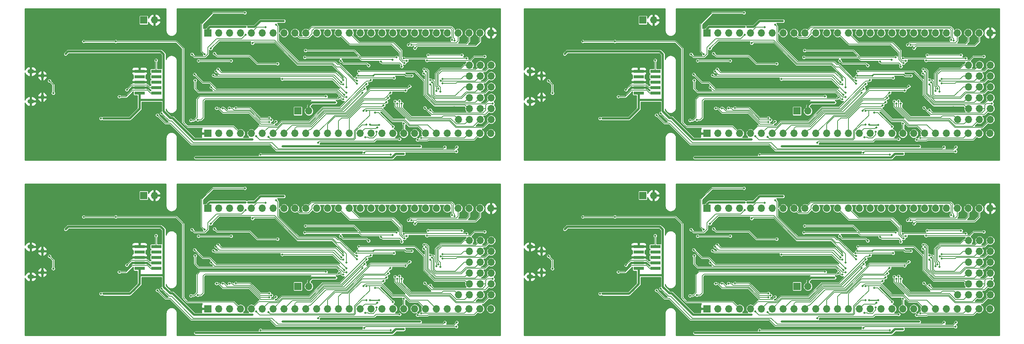
<source format=gbr>
G04 #@! TF.GenerationSoftware,KiCad,Pcbnew,(5.1.2)-1*
G04 #@! TF.CreationDate,2019-11-15T20:45:12-03:00*
G04 #@! TF.ProjectId,TP3-panel,5450332d-7061-46e6-956c-2e6b69636164,v1.0*
G04 #@! TF.SameCoordinates,Original*
G04 #@! TF.FileFunction,Copper,L2,Bot*
G04 #@! TF.FilePolarity,Positive*
%FSLAX46Y46*%
G04 Gerber Fmt 4.6, Leading zero omitted, Abs format (unit mm)*
G04 Created by KiCad (PCBNEW (5.1.2)-1) date 2019-11-15 20:45:12*
%MOMM*%
%LPD*%
G04 APERTURE LIST*
%ADD10R,2.400000X0.740000*%
%ADD11O,1.700000X1.700000*%
%ADD12R,1.700000X1.700000*%
%ADD13O,0.950000X1.250000*%
%ADD14O,1.550000X1.000000*%
%ADD15C,0.500000*%
%ADD16C,0.508000*%
%ADD17C,0.254000*%
%ADD18C,0.150000*%
%ADD19C,0.381000*%
G04 APERTURE END LIST*
D10*
X178550000Y-111040000D03*
X182450000Y-111040000D03*
X178550000Y-109770000D03*
X182450000Y-109770000D03*
X178550000Y-108500000D03*
X182450000Y-108500000D03*
X178550000Y-107230000D03*
X182450000Y-107230000D03*
X178550000Y-105960000D03*
X182450000Y-105960000D03*
X62050000Y-111040000D03*
X65950000Y-111040000D03*
X62050000Y-109770000D03*
X65950000Y-109770000D03*
X62050000Y-108500000D03*
X65950000Y-108500000D03*
X62050000Y-107230000D03*
X65950000Y-107230000D03*
X62050000Y-105960000D03*
X65950000Y-105960000D03*
X178550000Y-70040000D03*
X182450000Y-70040000D03*
X178550000Y-68770000D03*
X182450000Y-68770000D03*
X178550000Y-67500000D03*
X182450000Y-67500000D03*
X178550000Y-66230000D03*
X182450000Y-66230000D03*
X178550000Y-64960000D03*
X182450000Y-64960000D03*
D11*
X182040000Y-94000000D03*
D12*
X179500000Y-94000000D03*
D11*
X65540000Y-94000000D03*
D12*
X63000000Y-94000000D03*
D11*
X182040000Y-53000000D03*
D12*
X179500000Y-53000000D03*
D11*
X258080000Y-117230000D03*
X253000000Y-117230000D03*
X255540000Y-117230000D03*
X255540000Y-114690000D03*
X255540000Y-112150000D03*
X255540000Y-109610000D03*
X255540000Y-107070000D03*
X255540000Y-104530000D03*
X258080000Y-114690000D03*
X258080000Y-112150000D03*
X258080000Y-109610000D03*
X258080000Y-107070000D03*
X258080000Y-104530000D03*
X260620000Y-117230000D03*
X260620000Y-114690000D03*
X260620000Y-112150000D03*
X260620000Y-109610000D03*
X260620000Y-107070000D03*
X260620000Y-104530000D03*
X141580000Y-117230000D03*
X136500000Y-117230000D03*
X139040000Y-117230000D03*
X139040000Y-114690000D03*
X139040000Y-112150000D03*
X139040000Y-109610000D03*
X139040000Y-107070000D03*
X139040000Y-104530000D03*
X141580000Y-114690000D03*
X141580000Y-112150000D03*
X141580000Y-109610000D03*
X141580000Y-107070000D03*
X141580000Y-104530000D03*
X144120000Y-117230000D03*
X144120000Y-114690000D03*
X144120000Y-112150000D03*
X144120000Y-109610000D03*
X144120000Y-107070000D03*
X144120000Y-104530000D03*
X258080000Y-76230000D03*
X253000000Y-76230000D03*
X255540000Y-76230000D03*
X255540000Y-73690000D03*
X255540000Y-71150000D03*
X255540000Y-68610000D03*
X255540000Y-66070000D03*
X255540000Y-63530000D03*
X258080000Y-73690000D03*
X258080000Y-71150000D03*
X258080000Y-68610000D03*
X258080000Y-66070000D03*
X258080000Y-63530000D03*
X260620000Y-76230000D03*
X260620000Y-73690000D03*
X260620000Y-71150000D03*
X260620000Y-68610000D03*
X260620000Y-66070000D03*
X260620000Y-63530000D03*
X260540000Y-97000000D03*
X258000000Y-97000000D03*
X255460000Y-97000000D03*
X252920000Y-97000000D03*
X250380000Y-97000000D03*
X247840000Y-97000000D03*
X245300000Y-97000000D03*
X242760000Y-97000000D03*
X240220000Y-97000000D03*
X237680000Y-97000000D03*
X235140000Y-97000000D03*
X232600000Y-97000000D03*
X230060000Y-97000000D03*
X227520000Y-97000000D03*
X224980000Y-97000000D03*
X222440000Y-97000000D03*
X219900000Y-97000000D03*
X217360000Y-97000000D03*
X214820000Y-97000000D03*
X212280000Y-97000000D03*
X209740000Y-97000000D03*
X207200000Y-97000000D03*
X204660000Y-97000000D03*
X202120000Y-97000000D03*
X199580000Y-97000000D03*
X197040000Y-97000000D03*
D12*
X194500000Y-97000000D03*
D11*
X144040000Y-97000000D03*
X141500000Y-97000000D03*
X138960000Y-97000000D03*
X136420000Y-97000000D03*
X133880000Y-97000000D03*
X131340000Y-97000000D03*
X128800000Y-97000000D03*
X126260000Y-97000000D03*
X123720000Y-97000000D03*
X121180000Y-97000000D03*
X118640000Y-97000000D03*
X116100000Y-97000000D03*
X113560000Y-97000000D03*
X111020000Y-97000000D03*
X108480000Y-97000000D03*
X105940000Y-97000000D03*
X103400000Y-97000000D03*
X100860000Y-97000000D03*
X98320000Y-97000000D03*
X95780000Y-97000000D03*
X93240000Y-97000000D03*
X90700000Y-97000000D03*
X88160000Y-97000000D03*
X85620000Y-97000000D03*
X83080000Y-97000000D03*
X80540000Y-97000000D03*
D12*
X78000000Y-97000000D03*
D11*
X260540000Y-56000000D03*
X258000000Y-56000000D03*
X255460000Y-56000000D03*
X252920000Y-56000000D03*
X250380000Y-56000000D03*
X247840000Y-56000000D03*
X245300000Y-56000000D03*
X242760000Y-56000000D03*
X240220000Y-56000000D03*
X237680000Y-56000000D03*
X235140000Y-56000000D03*
X232600000Y-56000000D03*
X230060000Y-56000000D03*
X227520000Y-56000000D03*
X224980000Y-56000000D03*
X222440000Y-56000000D03*
X219900000Y-56000000D03*
X217360000Y-56000000D03*
X214820000Y-56000000D03*
X212280000Y-56000000D03*
X209740000Y-56000000D03*
X207200000Y-56000000D03*
X204660000Y-56000000D03*
X202120000Y-56000000D03*
X199580000Y-56000000D03*
X197040000Y-56000000D03*
D12*
X194500000Y-56000000D03*
D11*
X218040000Y-115250000D03*
D12*
X215500000Y-115250000D03*
D11*
X101540000Y-115250000D03*
D12*
X99000000Y-115250000D03*
D11*
X218040000Y-74250000D03*
D12*
X215500000Y-74250000D03*
D11*
X260540000Y-120500000D03*
X258000000Y-120500000D03*
X255460000Y-120500000D03*
X252920000Y-120500000D03*
X250380000Y-120500000D03*
X247840000Y-120500000D03*
X245300000Y-120500000D03*
X242760000Y-120500000D03*
X240220000Y-120500000D03*
X237680000Y-120500000D03*
X235140000Y-120500000D03*
X232600000Y-120500000D03*
X230060000Y-120500000D03*
X227520000Y-120500000D03*
X224980000Y-120500000D03*
X222440000Y-120500000D03*
X219900000Y-120500000D03*
X217360000Y-120500000D03*
X214820000Y-120500000D03*
X212280000Y-120500000D03*
X209740000Y-120500000D03*
X207200000Y-120500000D03*
X204660000Y-120500000D03*
X202120000Y-120500000D03*
X199580000Y-120500000D03*
X197040000Y-120500000D03*
D12*
X194500000Y-120500000D03*
D11*
X144040000Y-120500000D03*
X141500000Y-120500000D03*
X138960000Y-120500000D03*
X136420000Y-120500000D03*
X133880000Y-120500000D03*
X131340000Y-120500000D03*
X128800000Y-120500000D03*
X126260000Y-120500000D03*
X123720000Y-120500000D03*
X121180000Y-120500000D03*
X118640000Y-120500000D03*
X116100000Y-120500000D03*
X113560000Y-120500000D03*
X111020000Y-120500000D03*
X108480000Y-120500000D03*
X105940000Y-120500000D03*
X103400000Y-120500000D03*
X100860000Y-120500000D03*
X98320000Y-120500000D03*
X95780000Y-120500000D03*
X93240000Y-120500000D03*
X90700000Y-120500000D03*
X88160000Y-120500000D03*
X85620000Y-120500000D03*
X83080000Y-120500000D03*
X80540000Y-120500000D03*
D12*
X78000000Y-120500000D03*
D11*
X260540000Y-79500000D03*
X258000000Y-79500000D03*
X255460000Y-79500000D03*
X252920000Y-79500000D03*
X250380000Y-79500000D03*
X247840000Y-79500000D03*
X245300000Y-79500000D03*
X242760000Y-79500000D03*
X240220000Y-79500000D03*
X237680000Y-79500000D03*
X235140000Y-79500000D03*
X232600000Y-79500000D03*
X230060000Y-79500000D03*
X227520000Y-79500000D03*
X224980000Y-79500000D03*
X222440000Y-79500000D03*
X219900000Y-79500000D03*
X217360000Y-79500000D03*
X214820000Y-79500000D03*
X212280000Y-79500000D03*
X209740000Y-79500000D03*
X207200000Y-79500000D03*
X204660000Y-79500000D03*
X202120000Y-79500000D03*
X199580000Y-79500000D03*
X197040000Y-79500000D03*
D12*
X194500000Y-79500000D03*
D13*
X155850000Y-107000000D03*
X155850000Y-112000000D03*
D14*
X153150000Y-106000000D03*
X153150000Y-113000000D03*
D13*
X39350000Y-107000000D03*
X39350000Y-112000000D03*
D14*
X36650000Y-106000000D03*
X36650000Y-113000000D03*
D13*
X155850000Y-66000000D03*
X155850000Y-71000000D03*
D14*
X153150000Y-65000000D03*
X153150000Y-72000000D03*
X36650000Y-72000000D03*
X36650000Y-65000000D03*
D13*
X39350000Y-71000000D03*
X39350000Y-66000000D03*
D12*
X78000000Y-79500000D03*
D11*
X80540000Y-79500000D03*
X83080000Y-79500000D03*
X85620000Y-79500000D03*
X88160000Y-79500000D03*
X90700000Y-79500000D03*
X93240000Y-79500000D03*
X95780000Y-79500000D03*
X98320000Y-79500000D03*
X100860000Y-79500000D03*
X103400000Y-79500000D03*
X105940000Y-79500000D03*
X108480000Y-79500000D03*
X111020000Y-79500000D03*
X113560000Y-79500000D03*
X116100000Y-79500000D03*
X118640000Y-79500000D03*
X121180000Y-79500000D03*
X123720000Y-79500000D03*
X126260000Y-79500000D03*
X128800000Y-79500000D03*
X131340000Y-79500000D03*
X133880000Y-79500000D03*
X136420000Y-79500000D03*
X138960000Y-79500000D03*
X141500000Y-79500000D03*
X144040000Y-79500000D03*
D12*
X99000000Y-74250000D03*
D11*
X101540000Y-74250000D03*
D12*
X78000000Y-56000000D03*
D11*
X80540000Y-56000000D03*
X83080000Y-56000000D03*
X85620000Y-56000000D03*
X88160000Y-56000000D03*
X90700000Y-56000000D03*
X93240000Y-56000000D03*
X95780000Y-56000000D03*
X98320000Y-56000000D03*
X100860000Y-56000000D03*
X103400000Y-56000000D03*
X105940000Y-56000000D03*
X108480000Y-56000000D03*
X111020000Y-56000000D03*
X113560000Y-56000000D03*
X116100000Y-56000000D03*
X118640000Y-56000000D03*
X121180000Y-56000000D03*
X123720000Y-56000000D03*
X126260000Y-56000000D03*
X128800000Y-56000000D03*
X131340000Y-56000000D03*
X133880000Y-56000000D03*
X136420000Y-56000000D03*
X138960000Y-56000000D03*
X141500000Y-56000000D03*
X144040000Y-56000000D03*
D12*
X63000000Y-53000000D03*
D11*
X65540000Y-53000000D03*
X144120000Y-63530000D03*
X144120000Y-66070000D03*
X144120000Y-68610000D03*
X144120000Y-71150000D03*
X144120000Y-73690000D03*
X144120000Y-76230000D03*
X141580000Y-63530000D03*
X141580000Y-66070000D03*
X141580000Y-68610000D03*
X141580000Y-71150000D03*
X141580000Y-73690000D03*
X139040000Y-63530000D03*
X139040000Y-66070000D03*
X139040000Y-68610000D03*
X139040000Y-71150000D03*
X139040000Y-73690000D03*
X139040000Y-76230000D03*
X136500000Y-76230000D03*
X141580000Y-76230000D03*
D10*
X65950000Y-64960000D03*
X62050000Y-64960000D03*
X65950000Y-66230000D03*
X62050000Y-66230000D03*
X65950000Y-67500000D03*
X62050000Y-67500000D03*
X65950000Y-68770000D03*
X62050000Y-68770000D03*
X65950000Y-70040000D03*
X62050000Y-70040000D03*
D15*
X86800000Y-54600000D03*
X87400000Y-54600000D03*
X95000000Y-53200000D03*
X95700000Y-53200000D03*
X127500000Y-82500000D03*
X126000000Y-82500000D03*
X95400000Y-82500000D03*
X96200000Y-82500000D03*
X211500000Y-53200000D03*
X95000000Y-94200000D03*
X211500000Y-94200000D03*
X212200000Y-53200000D03*
X95700000Y-94200000D03*
X212200000Y-94200000D03*
X203900000Y-54600000D03*
X87400000Y-95600000D03*
X203900000Y-95600000D03*
X203300000Y-54600000D03*
X86800000Y-95600000D03*
X203300000Y-95600000D03*
X244000000Y-82500000D03*
X127500000Y-123500000D03*
X244000000Y-123500000D03*
X242500000Y-82500000D03*
X126000000Y-123500000D03*
X242500000Y-123500000D03*
X212700000Y-82500000D03*
X96200000Y-123500000D03*
X212700000Y-123500000D03*
X211900000Y-82500000D03*
X95400000Y-123500000D03*
X211900000Y-123500000D03*
X107179010Y-72250000D03*
X107750000Y-72250000D03*
X104100000Y-72250000D03*
X103500000Y-72250000D03*
X116600000Y-66000000D03*
X113050000Y-66000000D03*
X125575000Y-66000000D03*
X224250000Y-72250000D03*
X107750000Y-113250000D03*
X224250000Y-113250000D03*
X242075000Y-66000000D03*
X125575000Y-107000000D03*
X242075000Y-107000000D03*
X223679010Y-72250000D03*
X107179010Y-113250000D03*
X223679010Y-113250000D03*
X220600000Y-72250000D03*
X104100000Y-113250000D03*
X220600000Y-113250000D03*
X220000000Y-72250000D03*
X103500000Y-113250000D03*
X220000000Y-113250000D03*
X233100000Y-66000000D03*
X116600000Y-107000000D03*
X233100000Y-107000000D03*
X229550000Y-66000000D03*
X113050000Y-107000000D03*
X229550000Y-107000000D03*
X118000000Y-77500000D03*
X115868623Y-77468623D03*
X232368623Y-77468623D03*
X115868623Y-118468623D03*
X232368623Y-118468623D03*
X234500000Y-77500000D03*
X118000000Y-118500000D03*
X234500000Y-118500000D03*
X49000000Y-58000000D03*
X56500000Y-58000000D03*
X90300000Y-84500000D03*
X120700000Y-84500000D03*
X206800000Y-84500000D03*
X90300000Y-125500000D03*
X206800000Y-125500000D03*
X237200000Y-84500000D03*
X120700000Y-125500000D03*
X237200000Y-125500000D03*
X165500000Y-58000000D03*
X49000000Y-99000000D03*
X165500000Y-99000000D03*
X173000000Y-58000000D03*
X56500000Y-99000000D03*
X173000000Y-99000000D03*
X81500000Y-73600000D03*
X92300000Y-76850000D03*
X198000000Y-73600000D03*
X81500000Y-114600000D03*
X198000000Y-114600000D03*
X208800000Y-76850000D03*
X92300000Y-117850000D03*
X208800000Y-117850000D03*
X80000000Y-73600000D03*
X93843135Y-76743136D03*
X196500000Y-73600000D03*
X80000000Y-114600000D03*
X196500000Y-114600000D03*
X210343135Y-76743136D03*
X93843135Y-117743136D03*
X210343135Y-117743136D03*
X84500000Y-73550001D03*
X92300000Y-75900000D03*
X201000000Y-73550001D03*
X84500000Y-114550001D03*
X201000000Y-114550001D03*
X208800000Y-75900000D03*
X92300000Y-116900000D03*
X208800000Y-116900000D03*
X83000000Y-73600000D03*
X91500000Y-54700000D03*
X92836517Y-76375000D03*
X208000000Y-54700000D03*
X91500000Y-95700000D03*
X208000000Y-95700000D03*
X209336517Y-76375000D03*
X92836517Y-117375000D03*
X209336517Y-117375000D03*
X199500000Y-73600000D03*
X83000000Y-114600000D03*
X199500000Y-114600000D03*
X65900000Y-62400000D03*
X182400000Y-62400000D03*
X65900000Y-103400000D03*
X182400000Y-103400000D03*
X41000000Y-67200000D03*
X41900000Y-70100000D03*
X157500000Y-67200000D03*
X41000000Y-108200000D03*
X157500000Y-108200000D03*
X158400000Y-70100000D03*
X41900000Y-111100000D03*
X158400000Y-111100000D03*
X122735876Y-80835876D03*
X103700000Y-81700000D03*
X220200000Y-81700000D03*
X103700000Y-122700000D03*
X220200000Y-122700000D03*
X239235876Y-80835876D03*
X122735876Y-121835876D03*
X239235876Y-121835876D03*
X59074990Y-69300000D03*
X175574990Y-69300000D03*
X59074990Y-110300000D03*
X175574990Y-110300000D03*
X57300000Y-70900000D03*
X173800000Y-70900000D03*
X57300000Y-111900000D03*
X173800000Y-111900000D03*
X53600000Y-76000000D03*
X60600000Y-75175000D03*
X62800000Y-60320002D03*
X44800000Y-60900000D03*
X45250000Y-60450000D03*
X63479998Y-60320002D03*
X53000000Y-76000000D03*
X61087500Y-74687500D03*
X87700000Y-80920990D03*
X88379010Y-80920990D03*
X170100000Y-76000000D03*
X53600000Y-117000000D03*
X170100000Y-117000000D03*
X169500000Y-76000000D03*
X53000000Y-117000000D03*
X169500000Y-117000000D03*
X177587500Y-74687500D03*
X61087500Y-115687500D03*
X177587500Y-115687500D03*
X204200000Y-80920990D03*
X87700000Y-121920990D03*
X204200000Y-121920990D03*
X204879010Y-80920990D03*
X88379010Y-121920990D03*
X204879010Y-121920990D03*
X177100000Y-75175000D03*
X60600000Y-116175000D03*
X177100000Y-116175000D03*
X179300000Y-60320002D03*
X62800000Y-101320002D03*
X179300000Y-101320002D03*
X161300000Y-60900000D03*
X44800000Y-101900000D03*
X161300000Y-101900000D03*
X161750000Y-60450000D03*
X45250000Y-101450000D03*
X161750000Y-101450000D03*
X179979998Y-60320002D03*
X63479998Y-101320002D03*
X179979998Y-101320002D03*
X132300000Y-69750000D03*
X248800000Y-69750000D03*
X132300000Y-110750000D03*
X248800000Y-110750000D03*
X132775000Y-67750000D03*
X249275000Y-67750000D03*
X132775000Y-108750000D03*
X249275000Y-108750000D03*
X129875019Y-68000000D03*
X246375019Y-68000000D03*
X129875019Y-109000000D03*
X246375019Y-109000000D03*
X128383263Y-65475000D03*
X244883263Y-65475000D03*
X128383263Y-106475000D03*
X244883263Y-106475000D03*
X128650000Y-73500000D03*
X245150000Y-73500000D03*
X128650000Y-114500000D03*
X245150000Y-114500000D03*
X121700000Y-72000000D03*
X121450000Y-66500000D03*
X112633879Y-66527000D03*
X237950000Y-66500000D03*
X121450000Y-107500000D03*
X237950000Y-107500000D03*
X229133879Y-66527000D03*
X112633879Y-107527000D03*
X229133879Y-107527000D03*
X238200000Y-72000000D03*
X121700000Y-113000000D03*
X238200000Y-113000000D03*
X131775000Y-69074298D03*
X248275000Y-69074298D03*
X131775000Y-110074298D03*
X248275000Y-110074298D03*
X132330437Y-67224201D03*
X248830437Y-67224201D03*
X132330437Y-108224201D03*
X248830437Y-108224201D03*
X130300000Y-67500000D03*
X246800000Y-67500000D03*
X130300000Y-108500000D03*
X246800000Y-108500000D03*
X128863879Y-65021924D03*
X245363879Y-65021924D03*
X128863879Y-106021924D03*
X245363879Y-106021924D03*
X129900000Y-74010001D03*
X144500244Y-72499236D03*
X246400000Y-74010001D03*
X129900000Y-115010001D03*
X246400000Y-115010001D03*
X261000244Y-72499236D03*
X144500244Y-113499236D03*
X261000244Y-113499236D03*
X131325000Y-69546600D03*
X247825000Y-69546600D03*
X131325000Y-110546600D03*
X247825000Y-110546600D03*
X132775000Y-66750000D03*
X249275000Y-66750000D03*
X132775000Y-107750000D03*
X249275000Y-107750000D03*
X129875019Y-67000000D03*
X246375019Y-67000000D03*
X129875019Y-108000000D03*
X246375019Y-108000000D03*
X128466976Y-64507171D03*
X244966976Y-64507171D03*
X128466976Y-105507171D03*
X244966976Y-105507171D03*
X113200000Y-65000000D03*
X229700000Y-65000000D03*
X113200000Y-106000000D03*
X229700000Y-106000000D03*
X100800000Y-60100000D03*
X122700000Y-71900000D03*
X122000000Y-61700000D03*
X217300000Y-60100000D03*
X100800000Y-101100000D03*
X217300000Y-101100000D03*
X238500000Y-61700000D03*
X122000000Y-102700000D03*
X238500000Y-102700000D03*
X239200000Y-71900000D03*
X122700000Y-112900000D03*
X239200000Y-112900000D03*
X123250000Y-72500000D03*
X118400000Y-62700000D03*
X123250000Y-63850000D03*
X239750000Y-63850000D03*
X123250000Y-104850000D03*
X239750000Y-104850000D03*
X239750000Y-72500000D03*
X123250000Y-113500000D03*
X239750000Y-113500000D03*
X234900000Y-62700000D03*
X118400000Y-103700000D03*
X234900000Y-103700000D03*
X100600000Y-61700000D03*
X122200000Y-72500000D03*
X121111397Y-62275000D03*
X238700000Y-72500000D03*
X122200000Y-113500000D03*
X238700000Y-113500000D03*
X217100000Y-61700000D03*
X100600000Y-102700000D03*
X217100000Y-102700000D03*
X237611397Y-62275000D03*
X121111397Y-103275000D03*
X237611397Y-103275000D03*
X116000000Y-67000000D03*
X232500000Y-67000000D03*
X116000000Y-108000000D03*
X232500000Y-108000000D03*
X115025000Y-67950000D03*
X231525000Y-67950000D03*
X115025000Y-108950000D03*
X231525000Y-108950000D03*
X114613300Y-69063300D03*
X231113300Y-69063300D03*
X114613300Y-110063300D03*
X231113300Y-110063300D03*
X114100439Y-70000439D03*
X230600439Y-70000439D03*
X114100439Y-111000439D03*
X230600439Y-111000439D03*
X125100000Y-68500000D03*
X241600000Y-68500000D03*
X125100000Y-109500000D03*
X241600000Y-109500000D03*
X124100000Y-69475000D03*
X240600000Y-69475000D03*
X124100000Y-110475000D03*
X240600000Y-110475000D03*
X120600000Y-70000000D03*
X237100000Y-70000000D03*
X120600000Y-111000000D03*
X237100000Y-111000000D03*
X120102546Y-71200000D03*
X236602546Y-71200000D03*
X120102546Y-112200000D03*
X236602546Y-112200000D03*
X119627546Y-72168799D03*
X236127546Y-72168799D03*
X119627546Y-113168799D03*
X236127546Y-113168799D03*
X119000000Y-72975000D03*
X235500000Y-72975000D03*
X119000000Y-113975000D03*
X235500000Y-113975000D03*
X117500000Y-78119788D03*
X117500000Y-78119788D03*
X234000000Y-78119788D03*
X117500000Y-119119788D03*
X234000000Y-119119788D03*
X234000000Y-78119788D03*
X117500000Y-119119788D03*
X234000000Y-119119788D03*
X121200000Y-77900000D03*
X117000000Y-74599991D03*
X237700000Y-77900000D03*
X121200000Y-118900000D03*
X237700000Y-118900000D03*
X233500000Y-74599991D03*
X117000000Y-115599991D03*
X233500000Y-115599991D03*
X123750000Y-77200000D03*
X240250000Y-77200000D03*
X123750000Y-118200000D03*
X240250000Y-118200000D03*
X92150000Y-80300000D03*
X115025000Y-74174991D03*
X231525000Y-74174991D03*
X115025000Y-115174991D03*
X231525000Y-115174991D03*
X208650000Y-80300000D03*
X92150000Y-121300000D03*
X208650000Y-121300000D03*
X114300000Y-74200000D03*
X133300000Y-82700000D03*
X67200000Y-74800000D03*
X183700000Y-74800000D03*
X67200000Y-115800000D03*
X183700000Y-115800000D03*
X230800000Y-74200000D03*
X114300000Y-115200000D03*
X230800000Y-115200000D03*
X249800000Y-82700000D03*
X133300000Y-123700000D03*
X249800000Y-123700000D03*
X138349989Y-61950011D03*
X123687360Y-61960929D03*
X240187360Y-61960929D03*
X123687360Y-102960929D03*
X240187360Y-102960929D03*
X254849989Y-61950011D03*
X138349989Y-102950011D03*
X254849989Y-102950011D03*
X129400000Y-61200000D03*
X137300000Y-61200000D03*
X245900000Y-61200000D03*
X129400000Y-102200000D03*
X245900000Y-102200000D03*
X253800000Y-61200000D03*
X137300000Y-102200000D03*
X253800000Y-102200000D03*
X127750000Y-80563668D03*
X244250000Y-80563668D03*
X127750000Y-121563668D03*
X244250000Y-121563668D03*
X126900000Y-81000000D03*
X243400000Y-81000000D03*
X126900000Y-122000000D03*
X243400000Y-122000000D03*
X142600000Y-61500000D03*
X129100000Y-62425011D03*
X259100000Y-61500000D03*
X142600000Y-102500000D03*
X259100000Y-102500000D03*
X245600000Y-62425011D03*
X129100000Y-103425011D03*
X245600000Y-103425011D03*
X126300000Y-59600000D03*
X242800000Y-59600000D03*
X126300000Y-100600000D03*
X242800000Y-100600000D03*
X125500000Y-58799999D03*
X242000000Y-58799999D03*
X125500000Y-99799999D03*
X242000000Y-99799999D03*
X124800000Y-58800000D03*
X66200000Y-75200000D03*
X136100000Y-82700000D03*
X241300000Y-58800000D03*
X124800000Y-99800000D03*
X241300000Y-99800000D03*
X252600000Y-82700000D03*
X136100000Y-123700000D03*
X252600000Y-123700000D03*
X182700000Y-75200000D03*
X66200000Y-116200000D03*
X182700000Y-116200000D03*
X124400000Y-62500000D03*
X240900000Y-62500000D03*
X124400000Y-103500000D03*
X240900000Y-103500000D03*
X123900000Y-63000000D03*
X240400000Y-63000000D03*
X123900000Y-104000000D03*
X240400000Y-104000000D03*
X135609811Y-57824980D03*
X252109811Y-57824980D03*
X135609811Y-98824980D03*
X252109811Y-98824980D03*
X134999990Y-57599990D03*
X251499990Y-57599990D03*
X134999990Y-98599990D03*
X251499990Y-98599990D03*
X105550020Y-70849980D03*
X74000000Y-76450001D03*
X222050020Y-70849980D03*
X105550020Y-111849980D03*
X222050020Y-111849980D03*
X190500000Y-76450001D03*
X74000000Y-117450001D03*
X190500000Y-117450001D03*
X109000000Y-62500000D03*
X115500000Y-63600000D03*
X115010876Y-77460876D03*
X89242734Y-80124654D03*
X205742734Y-80124654D03*
X89242734Y-121124654D03*
X205742734Y-121124654D03*
X231510876Y-77460876D03*
X115010876Y-118460876D03*
X231510876Y-118460876D03*
X232000000Y-63600000D03*
X115500000Y-104600000D03*
X232000000Y-104600000D03*
X225500000Y-62500000D03*
X109000000Y-103500000D03*
X225500000Y-103500000D03*
X108636524Y-71126088D03*
X75600000Y-76300000D03*
X192100000Y-76300000D03*
X75600000Y-117300000D03*
X192100000Y-117300000D03*
X225136524Y-71126088D03*
X108636524Y-112126088D03*
X225136524Y-112126088D03*
X117400000Y-79148998D03*
X114773971Y-80436725D03*
X233900000Y-79148998D03*
X117400000Y-120148998D03*
X233900000Y-120148998D03*
X231273971Y-80436725D03*
X114773971Y-121436725D03*
X231273971Y-121436725D03*
X136000000Y-83700000D03*
X114500000Y-84000000D03*
X231000000Y-84000000D03*
X114500000Y-125000000D03*
X231000000Y-125000000D03*
X252500000Y-83700000D03*
X136000000Y-124700000D03*
X252500000Y-124700000D03*
X80400000Y-64500000D03*
X109600000Y-67000000D03*
X226100000Y-67000000D03*
X109600000Y-108000000D03*
X226100000Y-108000000D03*
X196900000Y-64500000D03*
X80400000Y-105500000D03*
X196900000Y-105500000D03*
X77223556Y-60976444D03*
X86600000Y-51300000D03*
X193723556Y-60976444D03*
X77223556Y-101976444D03*
X193723556Y-101976444D03*
X203100000Y-51300000D03*
X86600000Y-92300000D03*
X203100000Y-92300000D03*
X75000000Y-67100000D03*
X109600000Y-71500000D03*
X191500000Y-67100000D03*
X75000000Y-108100000D03*
X191500000Y-108100000D03*
X226100000Y-71500000D03*
X109600000Y-112500000D03*
X226100000Y-112500000D03*
X110300000Y-71000000D03*
X78800000Y-68700000D03*
X226800000Y-71000000D03*
X110300000Y-112000000D03*
X226800000Y-112000000D03*
X195300000Y-68700000D03*
X78800000Y-109700000D03*
X195300000Y-109700000D03*
X74900000Y-65700000D03*
X109804734Y-70495266D03*
X226304734Y-70495266D03*
X109804734Y-111495266D03*
X226304734Y-111495266D03*
X191400000Y-65700000D03*
X74900000Y-106700000D03*
X191400000Y-106700000D03*
X93900000Y-54100000D03*
X112800000Y-67200000D03*
X229300000Y-67200000D03*
X112800000Y-108200000D03*
X229300000Y-108200000D03*
X210400000Y-54100000D03*
X93900000Y-95100000D03*
X210400000Y-95100000D03*
X88400000Y-58400000D03*
X110300000Y-68700000D03*
X226800000Y-68700000D03*
X110300000Y-109700000D03*
X226800000Y-109700000D03*
X204900000Y-58400000D03*
X88400000Y-99400000D03*
X204900000Y-99400000D03*
X78700000Y-59627000D03*
X112800000Y-67900000D03*
X195200000Y-59627000D03*
X78700000Y-100627000D03*
X195200000Y-100627000D03*
X229300000Y-67900000D03*
X112800000Y-108900000D03*
X229300000Y-108900000D03*
X95350000Y-66800000D03*
X94250000Y-63200000D03*
X79500000Y-60799999D03*
X110312774Y-70025000D03*
X211850000Y-66800000D03*
X95350000Y-107800000D03*
X211850000Y-107800000D03*
X226812774Y-70025000D03*
X110312774Y-111025000D03*
X226812774Y-111025000D03*
X196000000Y-60799999D03*
X79500000Y-101799999D03*
X196000000Y-101799999D03*
X210750000Y-63200000D03*
X94250000Y-104200000D03*
X210750000Y-104200000D03*
X74300000Y-61000000D03*
X86792188Y-56434143D03*
X203292188Y-56434143D03*
X86792188Y-97434143D03*
X203292188Y-97434143D03*
X190800000Y-61000000D03*
X74300000Y-102000000D03*
X190800000Y-102000000D03*
X79299479Y-65900521D03*
X109607473Y-68009063D03*
X195799479Y-65900521D03*
X79299479Y-106900521D03*
X195799479Y-106900521D03*
X226107473Y-68009063D03*
X109607473Y-109009063D03*
X226107473Y-109009063D03*
X75800000Y-62500000D03*
X83400521Y-62499479D03*
X199900521Y-62499479D03*
X83400521Y-103499479D03*
X199900521Y-103499479D03*
X192300000Y-62500000D03*
X75800000Y-103500000D03*
X192300000Y-103500000D03*
X79900000Y-65000000D03*
X109193947Y-67507566D03*
X225693947Y-67507566D03*
X109193947Y-108507566D03*
X225693947Y-108507566D03*
X196400000Y-65000000D03*
X79900000Y-106000000D03*
X196400000Y-106000000D03*
X83400000Y-67400000D03*
X82600000Y-67400000D03*
X83400000Y-66800000D03*
X82600000Y-66800000D03*
X54500000Y-66500000D03*
X55400000Y-66500000D03*
X55400000Y-65600000D03*
X54500000Y-65600000D03*
X126196647Y-66527000D03*
X128700000Y-71500000D03*
X50000000Y-70500000D03*
X50000000Y-69900000D03*
X48500000Y-66700000D03*
X60100000Y-67000000D03*
X73500000Y-56500000D03*
X74400000Y-56500000D03*
X74400000Y-55700000D03*
X73500000Y-55700000D03*
X84500000Y-60900000D03*
X82100000Y-59500000D03*
X86200000Y-68400000D03*
X92900000Y-67900000D03*
X92900000Y-68500000D03*
X80000000Y-72100000D03*
X81500000Y-72100000D03*
X83000000Y-72054001D03*
X84500000Y-72054001D03*
X77400000Y-73500000D03*
X97000000Y-72800000D03*
X97700000Y-72800000D03*
X96000000Y-62400000D03*
X96000000Y-62400000D03*
X96700000Y-62400000D03*
X105900000Y-53700000D03*
X106600000Y-53700000D03*
X133400000Y-60000000D03*
X134100000Y-60000000D03*
X129400000Y-72200000D03*
X128800000Y-75200000D03*
X131625000Y-82200000D03*
X133900000Y-82200000D03*
X145100000Y-85100000D03*
X124500000Y-80800000D03*
X119350000Y-81750000D03*
X117000000Y-81800000D03*
X113000000Y-84000000D03*
X91497545Y-82775000D03*
X135500000Y-74200000D03*
X135500000Y-73400000D03*
X124300000Y-70900000D03*
X124300000Y-71600000D03*
X125000000Y-71600000D03*
X125000000Y-70900000D03*
X107300000Y-73000000D03*
X103400000Y-73400000D03*
X104000000Y-73400000D03*
X105300000Y-67700000D03*
X114973000Y-61200000D03*
X53750000Y-58750000D03*
X62850000Y-57200000D03*
X123500000Y-58800000D03*
X209400000Y-67900000D03*
X92900000Y-108900000D03*
X209400000Y-108900000D03*
X171900000Y-66500000D03*
X55400000Y-107500000D03*
X171900000Y-107500000D03*
X201000000Y-72054001D03*
X84500000Y-113054001D03*
X201000000Y-113054001D03*
X199100000Y-66800000D03*
X82600000Y-107800000D03*
X199100000Y-107800000D03*
X190000000Y-55700000D03*
X73500000Y-96700000D03*
X190000000Y-96700000D03*
X214200000Y-72800000D03*
X97700000Y-113800000D03*
X214200000Y-113800000D03*
X199900000Y-67400000D03*
X83400000Y-108400000D03*
X199900000Y-108400000D03*
X176600000Y-67000000D03*
X60100000Y-108000000D03*
X176600000Y-108000000D03*
X202700000Y-68400000D03*
X86200000Y-109400000D03*
X202700000Y-109400000D03*
X209400000Y-68500000D03*
X92900000Y-109500000D03*
X209400000Y-109500000D03*
X212500000Y-62400000D03*
X96000000Y-103400000D03*
X212500000Y-103400000D03*
X212500000Y-62400000D03*
X96000000Y-103400000D03*
X212500000Y-103400000D03*
X190900000Y-55700000D03*
X74400000Y-96700000D03*
X190900000Y-96700000D03*
X250400000Y-82200000D03*
X133900000Y-123200000D03*
X250400000Y-123200000D03*
X166500000Y-69900000D03*
X50000000Y-110900000D03*
X166500000Y-110900000D03*
X213500000Y-72800000D03*
X97000000Y-113800000D03*
X213500000Y-113800000D03*
X190900000Y-56500000D03*
X74400000Y-97500000D03*
X190900000Y-97500000D03*
X190000000Y-56500000D03*
X73500000Y-97500000D03*
X190000000Y-97500000D03*
X166500000Y-70500000D03*
X50000000Y-111500000D03*
X166500000Y-111500000D03*
X199500000Y-72054001D03*
X83000000Y-113054001D03*
X199500000Y-113054001D03*
X171000000Y-66500000D03*
X54500000Y-107500000D03*
X171000000Y-107500000D03*
X201000000Y-60900000D03*
X84500000Y-101900000D03*
X201000000Y-101900000D03*
X196500000Y-72100000D03*
X80000000Y-113100000D03*
X196500000Y-113100000D03*
X193900000Y-73500000D03*
X77400000Y-114500000D03*
X193900000Y-114500000D03*
X213200000Y-62400000D03*
X96700000Y-103400000D03*
X213200000Y-103400000D03*
X199100000Y-67400000D03*
X82600000Y-108400000D03*
X199100000Y-108400000D03*
X171900000Y-65600000D03*
X55400000Y-106600000D03*
X171900000Y-106600000D03*
X198600000Y-59500000D03*
X82100000Y-100500000D03*
X198600000Y-100500000D03*
X222400000Y-53700000D03*
X105900000Y-94700000D03*
X222400000Y-94700000D03*
X171000000Y-65600000D03*
X54500000Y-106600000D03*
X171000000Y-106600000D03*
X249900000Y-60000000D03*
X133400000Y-101000000D03*
X249900000Y-101000000D03*
X250600000Y-60000000D03*
X134100000Y-101000000D03*
X250600000Y-101000000D03*
X245900000Y-72200000D03*
X129400000Y-113200000D03*
X245900000Y-113200000D03*
X245300000Y-75200000D03*
X128800000Y-116200000D03*
X245300000Y-116200000D03*
X248125000Y-82200000D03*
X131625000Y-123200000D03*
X248125000Y-123200000D03*
X199900000Y-66800000D03*
X83400000Y-107800000D03*
X199900000Y-107800000D03*
X198000000Y-72100000D03*
X81500000Y-113100000D03*
X198000000Y-113100000D03*
X223100000Y-53700000D03*
X106600000Y-94700000D03*
X223100000Y-94700000D03*
X261600000Y-85100000D03*
X145100000Y-126100000D03*
X261600000Y-126100000D03*
X242696647Y-66527000D03*
X126196647Y-107527000D03*
X242696647Y-107527000D03*
X245200000Y-71500000D03*
X128700000Y-112500000D03*
X245200000Y-112500000D03*
X165000000Y-66700000D03*
X48500000Y-107700000D03*
X165000000Y-107700000D03*
X170250000Y-58750000D03*
X53750000Y-99750000D03*
X170250000Y-99750000D03*
X207997545Y-82775000D03*
X91497545Y-123775000D03*
X207997545Y-123775000D03*
X229500000Y-84000000D03*
X113000000Y-125000000D03*
X229500000Y-125000000D03*
X221800000Y-67700000D03*
X105300000Y-108700000D03*
X221800000Y-108700000D03*
X252000000Y-73400000D03*
X135500000Y-114400000D03*
X252000000Y-114400000D03*
X240800000Y-71600000D03*
X124300000Y-112600000D03*
X240800000Y-112600000D03*
X241500000Y-71600000D03*
X125000000Y-112600000D03*
X241500000Y-112600000D03*
X219900000Y-73400000D03*
X103400000Y-114400000D03*
X219900000Y-114400000D03*
X241500000Y-70900000D03*
X125000000Y-111900000D03*
X241500000Y-111900000D03*
X220500000Y-73400000D03*
X104000000Y-114400000D03*
X220500000Y-114400000D03*
X233500000Y-81800000D03*
X117000000Y-122800000D03*
X233500000Y-122800000D03*
X252000000Y-74200000D03*
X135500000Y-115200000D03*
X252000000Y-115200000D03*
X240800000Y-70900000D03*
X124300000Y-111900000D03*
X240800000Y-111900000D03*
X235850000Y-81750000D03*
X119350000Y-122750000D03*
X235850000Y-122750000D03*
X240000000Y-58800000D03*
X123500000Y-99800000D03*
X240000000Y-99800000D03*
X223800000Y-73000000D03*
X107300000Y-114000000D03*
X223800000Y-114000000D03*
X241000000Y-80800000D03*
X124500000Y-121800000D03*
X241000000Y-121800000D03*
X179350000Y-57200000D03*
X62850000Y-98200000D03*
X179350000Y-98200000D03*
X231473000Y-61200000D03*
X114973000Y-102200000D03*
X231473000Y-102200000D03*
X123700000Y-84300000D03*
X102754001Y-85154001D03*
X102145999Y-85154001D03*
X75154001Y-85154001D03*
X75745999Y-85154001D03*
X240200000Y-84300000D03*
X123700000Y-125300000D03*
X240200000Y-125300000D03*
X219254001Y-85154001D03*
X102754001Y-126154001D03*
X219254001Y-126154001D03*
X191654001Y-85154001D03*
X75154001Y-126154001D03*
X191654001Y-126154001D03*
X192245999Y-85154001D03*
X75745999Y-126154001D03*
X192245999Y-126154001D03*
X218645999Y-85154001D03*
X102145999Y-126154001D03*
X218645999Y-126154001D03*
D16*
X78000000Y-56000000D02*
X78000000Y-55100000D01*
X78500000Y-54600000D02*
X86800000Y-54600000D01*
X78000000Y-55100000D02*
X78500000Y-54600000D01*
X88882578Y-54600000D02*
X87400000Y-54600000D01*
X90282578Y-53200000D02*
X88882578Y-54600000D01*
X90282578Y-53200000D02*
X95700000Y-53200000D01*
X127500000Y-82500000D02*
X126000000Y-82500000D01*
X95800000Y-82500000D02*
X102500000Y-82500000D01*
X95800000Y-82500000D02*
X96200000Y-82500000D01*
X95400000Y-82500000D02*
X95800000Y-82500000D01*
X124308002Y-82500000D02*
X126000000Y-82500000D01*
X102500000Y-82500000D02*
X124308002Y-82500000D01*
X195000000Y-54600000D02*
X203300000Y-54600000D01*
X78500000Y-95600000D02*
X86800000Y-95600000D01*
X195000000Y-95600000D02*
X203300000Y-95600000D01*
X194500000Y-55100000D02*
X195000000Y-54600000D01*
X78000000Y-96100000D02*
X78500000Y-95600000D01*
X194500000Y-96100000D02*
X195000000Y-95600000D01*
X194500000Y-56000000D02*
X194500000Y-55100000D01*
X78000000Y-97000000D02*
X78000000Y-96100000D01*
X194500000Y-97000000D02*
X194500000Y-96100000D01*
X206782578Y-53200000D02*
X212200000Y-53200000D01*
X90282578Y-94200000D02*
X95700000Y-94200000D01*
X206782578Y-94200000D02*
X212200000Y-94200000D01*
X212300000Y-82500000D02*
X212700000Y-82500000D01*
X95800000Y-123500000D02*
X96200000Y-123500000D01*
X212300000Y-123500000D02*
X212700000Y-123500000D01*
X205382578Y-54600000D02*
X203900000Y-54600000D01*
X88882578Y-95600000D02*
X87400000Y-95600000D01*
X205382578Y-95600000D02*
X203900000Y-95600000D01*
X219000000Y-82500000D02*
X240808002Y-82500000D01*
X102500000Y-123500000D02*
X124308002Y-123500000D01*
X219000000Y-123500000D02*
X240808002Y-123500000D01*
X206782578Y-53200000D02*
X205382578Y-54600000D01*
X90282578Y-94200000D02*
X88882578Y-95600000D01*
X206782578Y-94200000D02*
X205382578Y-95600000D01*
X211900000Y-82500000D02*
X212300000Y-82500000D01*
X95400000Y-123500000D02*
X95800000Y-123500000D01*
X211900000Y-123500000D02*
X212300000Y-123500000D01*
X244000000Y-82500000D02*
X242500000Y-82500000D01*
X127500000Y-123500000D02*
X126000000Y-123500000D01*
X244000000Y-123500000D02*
X242500000Y-123500000D01*
X240808002Y-82500000D02*
X242500000Y-82500000D01*
X124308002Y-123500000D02*
X126000000Y-123500000D01*
X240808002Y-123500000D02*
X242500000Y-123500000D01*
X212300000Y-82500000D02*
X219000000Y-82500000D01*
X95800000Y-123500000D02*
X102500000Y-123500000D01*
X212300000Y-123500000D02*
X219000000Y-123500000D01*
X107617000Y-72250000D02*
X103950000Y-72250000D01*
D17*
X116600000Y-66000000D02*
X113050000Y-66000000D01*
D16*
X103500000Y-72250000D02*
X104100000Y-72250000D01*
X101540000Y-72960000D02*
X101540000Y-74250000D01*
X103500000Y-72250000D02*
X102250000Y-72250000D01*
X102250000Y-72250000D02*
X101540000Y-72960000D01*
D17*
X116900000Y-65700000D02*
X116600000Y-66000000D01*
X123900000Y-65700000D02*
X116900000Y-65700000D01*
X125575000Y-66000000D02*
X124200000Y-66000000D01*
X124200000Y-66000000D02*
X123900000Y-65700000D01*
D16*
X220000000Y-72250000D02*
X220600000Y-72250000D01*
X103500000Y-113250000D02*
X104100000Y-113250000D01*
X220000000Y-113250000D02*
X220600000Y-113250000D01*
X218040000Y-72960000D02*
X218040000Y-74250000D01*
X101540000Y-113960000D02*
X101540000Y-115250000D01*
X218040000Y-113960000D02*
X218040000Y-115250000D01*
X220000000Y-72250000D02*
X218750000Y-72250000D01*
X103500000Y-113250000D02*
X102250000Y-113250000D01*
X220000000Y-113250000D02*
X218750000Y-113250000D01*
X218750000Y-72250000D02*
X218040000Y-72960000D01*
X102250000Y-113250000D02*
X101540000Y-113960000D01*
X218750000Y-113250000D02*
X218040000Y-113960000D01*
X224117000Y-72250000D02*
X220450000Y-72250000D01*
X107617000Y-113250000D02*
X103950000Y-113250000D01*
X224117000Y-113250000D02*
X220450000Y-113250000D01*
D17*
X233100000Y-66000000D02*
X229550000Y-66000000D01*
X116600000Y-107000000D02*
X113050000Y-107000000D01*
X233100000Y-107000000D02*
X229550000Y-107000000D01*
X242075000Y-66000000D02*
X240700000Y-66000000D01*
X125575000Y-107000000D02*
X124200000Y-107000000D01*
X242075000Y-107000000D02*
X240700000Y-107000000D01*
X240700000Y-66000000D02*
X240400000Y-65700000D01*
X124200000Y-107000000D02*
X123900000Y-106700000D01*
X240700000Y-107000000D02*
X240400000Y-106700000D01*
X233400000Y-65700000D02*
X233100000Y-66000000D01*
X116900000Y-106700000D02*
X116600000Y-107000000D01*
X233400000Y-106700000D02*
X233100000Y-107000000D01*
X240400000Y-65700000D02*
X233400000Y-65700000D01*
X123900000Y-106700000D02*
X116900000Y-106700000D01*
X240400000Y-106700000D02*
X233400000Y-106700000D01*
X115900000Y-77500000D02*
X115868623Y-77468623D01*
X118000000Y-77500000D02*
X115900000Y-77500000D01*
X232400000Y-77500000D02*
X232368623Y-77468623D01*
X115900000Y-118500000D02*
X115868623Y-118468623D01*
X232400000Y-118500000D02*
X232368623Y-118468623D01*
X234500000Y-77500000D02*
X232400000Y-77500000D01*
X118000000Y-118500000D02*
X115900000Y-118500000D01*
X234500000Y-118500000D02*
X232400000Y-118500000D01*
D18*
X49000000Y-58000000D02*
X56500000Y-58000000D01*
X56500000Y-58000000D02*
X70600000Y-58000000D01*
X70600000Y-58000000D02*
X72200000Y-59600000D01*
X72200000Y-59600000D02*
X72200000Y-76900000D01*
X72200000Y-76900000D02*
X73200000Y-77900000D01*
X84020000Y-77900000D02*
X85620000Y-79500000D01*
X73200000Y-77900000D02*
X84020000Y-77900000D01*
X119200000Y-84500000D02*
X90300000Y-84500000D01*
X119200000Y-84500000D02*
X120700000Y-84500000D01*
X189700000Y-77900000D02*
X200520000Y-77900000D01*
X73200000Y-118900000D02*
X84020000Y-118900000D01*
X189700000Y-118900000D02*
X200520000Y-118900000D01*
X235700000Y-84500000D02*
X237200000Y-84500000D01*
X119200000Y-125500000D02*
X120700000Y-125500000D01*
X235700000Y-125500000D02*
X237200000Y-125500000D01*
X188700000Y-59600000D02*
X188700000Y-76900000D01*
X72200000Y-100600000D02*
X72200000Y-117900000D01*
X188700000Y-100600000D02*
X188700000Y-117900000D01*
X188700000Y-76900000D02*
X189700000Y-77900000D01*
X72200000Y-117900000D02*
X73200000Y-118900000D01*
X188700000Y-117900000D02*
X189700000Y-118900000D01*
X200520000Y-77900000D02*
X202120000Y-79500000D01*
X84020000Y-118900000D02*
X85620000Y-120500000D01*
X200520000Y-118900000D02*
X202120000Y-120500000D01*
X165500000Y-58000000D02*
X173000000Y-58000000D01*
X49000000Y-99000000D02*
X56500000Y-99000000D01*
X165500000Y-99000000D02*
X173000000Y-99000000D01*
X173000000Y-58000000D02*
X187100000Y-58000000D01*
X56500000Y-99000000D02*
X70600000Y-99000000D01*
X173000000Y-99000000D02*
X187100000Y-99000000D01*
X187100000Y-58000000D02*
X188700000Y-59600000D01*
X70600000Y-99000000D02*
X72200000Y-100600000D01*
X187100000Y-99000000D02*
X188700000Y-100600000D01*
X235700000Y-84500000D02*
X206800000Y-84500000D01*
X119200000Y-125500000D02*
X90300000Y-125500000D01*
X235700000Y-125500000D02*
X206800000Y-125500000D01*
X82507853Y-74325011D02*
X84000733Y-74325011D01*
X81500000Y-73600000D02*
X81782842Y-73600000D01*
X81782842Y-73600000D02*
X82507853Y-74325011D01*
X84000733Y-74325011D02*
X87776455Y-74325011D01*
X90301444Y-76850000D02*
X90175722Y-76724278D01*
X92300000Y-76850000D02*
X90301444Y-76850000D01*
X87776455Y-74325011D02*
X90175722Y-76724278D01*
X90175722Y-76724278D02*
X90229786Y-76778342D01*
X206675722Y-76724278D02*
X206729786Y-76778342D01*
X90175722Y-117724278D02*
X90229786Y-117778342D01*
X206675722Y-117724278D02*
X206729786Y-117778342D01*
X204276455Y-74325011D02*
X206675722Y-76724278D01*
X87776455Y-115325011D02*
X90175722Y-117724278D01*
X204276455Y-115325011D02*
X206675722Y-117724278D01*
X200500733Y-74325011D02*
X204276455Y-74325011D01*
X84000733Y-115325011D02*
X87776455Y-115325011D01*
X200500733Y-115325011D02*
X204276455Y-115325011D01*
X199007853Y-74325011D02*
X200500733Y-74325011D01*
X82507853Y-115325011D02*
X84000733Y-115325011D01*
X199007853Y-115325011D02*
X200500733Y-115325011D01*
X198282842Y-73600000D02*
X199007853Y-74325011D01*
X81782842Y-114600000D02*
X82507853Y-115325011D01*
X198282842Y-114600000D02*
X199007853Y-115325011D01*
X206801444Y-76850000D02*
X206675722Y-76724278D01*
X90301444Y-117850000D02*
X90175722Y-117724278D01*
X206801444Y-117850000D02*
X206675722Y-117724278D01*
X208800000Y-76850000D02*
X206801444Y-76850000D01*
X92300000Y-117850000D02*
X90301444Y-117850000D01*
X208800000Y-117850000D02*
X206801444Y-117850000D01*
X198000000Y-73600000D02*
X198282842Y-73600000D01*
X81500000Y-114600000D02*
X81782842Y-114600000D01*
X198000000Y-114600000D02*
X198282842Y-114600000D01*
X80500000Y-73600000D02*
X80000000Y-73600000D01*
X81525021Y-74625021D02*
X80500000Y-73600000D01*
X87652187Y-74625021D02*
X81525021Y-74625021D01*
X90352167Y-77325001D02*
X90113583Y-77086417D01*
X93261270Y-77325001D02*
X90352167Y-77325001D01*
X93843135Y-76743136D02*
X93261270Y-77325001D01*
X90230508Y-77203342D02*
X90113583Y-77086417D01*
X90113583Y-77086417D02*
X87652187Y-74625021D01*
X197000000Y-73600000D02*
X196500000Y-73600000D01*
X80500000Y-114600000D02*
X80000000Y-114600000D01*
X197000000Y-114600000D02*
X196500000Y-114600000D01*
X198025021Y-74625021D02*
X197000000Y-73600000D01*
X81525021Y-115625021D02*
X80500000Y-114600000D01*
X198025021Y-115625021D02*
X197000000Y-114600000D01*
X206613583Y-77086417D02*
X204152187Y-74625021D01*
X90113583Y-118086417D02*
X87652187Y-115625021D01*
X206613583Y-118086417D02*
X204152187Y-115625021D01*
X209761270Y-77325001D02*
X206852167Y-77325001D01*
X93261270Y-118325001D02*
X90352167Y-118325001D01*
X209761270Y-118325001D02*
X206852167Y-118325001D01*
X204152187Y-74625021D02*
X198025021Y-74625021D01*
X87652187Y-115625021D02*
X81525021Y-115625021D01*
X204152187Y-115625021D02*
X198025021Y-115625021D01*
X206730508Y-77203342D02*
X206613583Y-77086417D01*
X90230508Y-118203342D02*
X90113583Y-118086417D01*
X206730508Y-118203342D02*
X206613583Y-118086417D01*
X210343135Y-76743136D02*
X209761270Y-77325001D01*
X93843135Y-117743136D02*
X93261270Y-118325001D01*
X210343135Y-117743136D02*
X209761270Y-118325001D01*
X206852167Y-77325001D02*
X206613583Y-77086417D01*
X90352167Y-118325001D02*
X90113583Y-118086417D01*
X206852167Y-118325001D02*
X206613583Y-118086417D01*
X87850001Y-73550001D02*
X84500000Y-73550001D01*
X90200000Y-75900000D02*
X87850001Y-73550001D01*
X92300000Y-75900000D02*
X90200000Y-75900000D01*
X206700000Y-75900000D02*
X204350001Y-73550001D01*
X90200000Y-116900000D02*
X87850001Y-114550001D01*
X206700000Y-116900000D02*
X204350001Y-114550001D01*
X204350001Y-73550001D02*
X201000000Y-73550001D01*
X87850001Y-114550001D02*
X84500000Y-114550001D01*
X204350001Y-114550001D02*
X201000000Y-114550001D01*
X208800000Y-75900000D02*
X206700000Y-75900000D01*
X92300000Y-116900000D02*
X90200000Y-116900000D01*
X208800000Y-116900000D02*
X206700000Y-116900000D01*
X83000000Y-73600000D02*
X83700000Y-73600000D01*
X84125001Y-74025001D02*
X87900723Y-74025001D01*
X83700000Y-73600000D02*
X84125001Y-74025001D01*
X89460000Y-54700000D02*
X88160000Y-56000000D01*
X91500000Y-54700000D02*
X89460000Y-54700000D01*
X90250722Y-76375000D02*
X89987861Y-76112139D01*
X92836517Y-76375000D02*
X90250722Y-76375000D01*
X87900723Y-74025001D02*
X89987861Y-76112139D01*
X89987861Y-76112139D02*
X90200723Y-76325001D01*
X208000000Y-54700000D02*
X205960000Y-54700000D01*
X91500000Y-95700000D02*
X89460000Y-95700000D01*
X208000000Y-95700000D02*
X205960000Y-95700000D01*
X200625001Y-74025001D02*
X204400723Y-74025001D01*
X84125001Y-115025001D02*
X87900723Y-115025001D01*
X200625001Y-115025001D02*
X204400723Y-115025001D01*
X206750722Y-76375000D02*
X206487861Y-76112139D01*
X90250722Y-117375000D02*
X89987861Y-117112139D01*
X206750722Y-117375000D02*
X206487861Y-117112139D01*
X199500000Y-73600000D02*
X200200000Y-73600000D01*
X83000000Y-114600000D02*
X83700000Y-114600000D01*
X199500000Y-114600000D02*
X200200000Y-114600000D01*
X205960000Y-54700000D02*
X204660000Y-56000000D01*
X89460000Y-95700000D02*
X88160000Y-97000000D01*
X205960000Y-95700000D02*
X204660000Y-97000000D01*
X209336517Y-76375000D02*
X206750722Y-76375000D01*
X92836517Y-117375000D02*
X90250722Y-117375000D01*
X209336517Y-117375000D02*
X206750722Y-117375000D01*
X204400723Y-74025001D02*
X206487861Y-76112139D01*
X87900723Y-115025001D02*
X89987861Y-117112139D01*
X204400723Y-115025001D02*
X206487861Y-117112139D01*
X200200000Y-73600000D02*
X200625001Y-74025001D01*
X83700000Y-114600000D02*
X84125001Y-115025001D01*
X200200000Y-114600000D02*
X200625001Y-115025001D01*
X206487861Y-76112139D02*
X206700723Y-76325001D01*
X89987861Y-117112139D02*
X90200723Y-117325001D01*
X206487861Y-117112139D02*
X206700723Y-117325001D01*
X65900000Y-64910000D02*
X65950000Y-64960000D01*
X65900000Y-62400000D02*
X65900000Y-64910000D01*
X182400000Y-62400000D02*
X182400000Y-64910000D01*
X65900000Y-103400000D02*
X65900000Y-105910000D01*
X182400000Y-103400000D02*
X182400000Y-105910000D01*
X182400000Y-64910000D02*
X182450000Y-64960000D01*
X65900000Y-105910000D02*
X65950000Y-105960000D01*
X182400000Y-105910000D02*
X182450000Y-105960000D01*
X41000000Y-67200000D02*
X41700000Y-67900000D01*
X41700000Y-67900000D02*
X41900000Y-68100000D01*
X41900000Y-68100000D02*
X41900000Y-70100000D01*
X158400000Y-68100000D02*
X158400000Y-70100000D01*
X41900000Y-109100000D02*
X41900000Y-111100000D01*
X158400000Y-109100000D02*
X158400000Y-111100000D01*
X158200000Y-67900000D02*
X158400000Y-68100000D01*
X41700000Y-108900000D02*
X41900000Y-109100000D01*
X158200000Y-108900000D02*
X158400000Y-109100000D01*
X157500000Y-67200000D02*
X158200000Y-67900000D01*
X41000000Y-108200000D02*
X41700000Y-108900000D01*
X157500000Y-108200000D02*
X158200000Y-108900000D01*
X122735876Y-80835876D02*
X120135876Y-80835876D01*
X120135876Y-80835876D02*
X117264124Y-80835876D01*
X117264124Y-80835876D02*
X116800000Y-81300000D01*
X116800000Y-81300000D02*
X104100000Y-81300000D01*
X104100000Y-81300000D02*
X103700000Y-81700000D01*
X233764124Y-80835876D02*
X233300000Y-81300000D01*
X117264124Y-121835876D02*
X116800000Y-122300000D01*
X233764124Y-121835876D02*
X233300000Y-122300000D01*
X239235876Y-80835876D02*
X236635876Y-80835876D01*
X122735876Y-121835876D02*
X120135876Y-121835876D01*
X239235876Y-121835876D02*
X236635876Y-121835876D01*
X233300000Y-81300000D02*
X220600000Y-81300000D01*
X116800000Y-122300000D02*
X104100000Y-122300000D01*
X233300000Y-122300000D02*
X220600000Y-122300000D01*
X236635876Y-80835876D02*
X233764124Y-80835876D01*
X120135876Y-121835876D02*
X117264124Y-121835876D01*
X236635876Y-121835876D02*
X233764124Y-121835876D01*
X220600000Y-81300000D02*
X220200000Y-81700000D01*
X104100000Y-122300000D02*
X103700000Y-122700000D01*
X220600000Y-122300000D02*
X220200000Y-122700000D01*
X65950000Y-68770000D02*
X64470000Y-68770000D01*
X63874999Y-68174999D02*
X61174999Y-68174999D01*
X64470000Y-68770000D02*
X63874999Y-68174999D01*
X61174999Y-68174999D02*
X60199991Y-68174999D01*
X60199991Y-68174999D02*
X59074990Y-69300000D01*
X180970000Y-68770000D02*
X180374999Y-68174999D01*
X64470000Y-109770000D02*
X63874999Y-109174999D01*
X180970000Y-109770000D02*
X180374999Y-109174999D01*
X182450000Y-68770000D02*
X180970000Y-68770000D01*
X65950000Y-109770000D02*
X64470000Y-109770000D01*
X182450000Y-109770000D02*
X180970000Y-109770000D01*
X177674999Y-68174999D02*
X176699991Y-68174999D01*
X61174999Y-109174999D02*
X60199991Y-109174999D01*
X177674999Y-109174999D02*
X176699991Y-109174999D01*
X176699991Y-68174999D02*
X175574990Y-69300000D01*
X60199991Y-109174999D02*
X59074990Y-110300000D01*
X176699991Y-109174999D02*
X175574990Y-110300000D01*
X180374999Y-68174999D02*
X177674999Y-68174999D01*
X63874999Y-109174999D02*
X61174999Y-109174999D01*
X180374999Y-109174999D02*
X177674999Y-109174999D01*
X64600000Y-70040000D02*
X63960000Y-69400000D01*
X65950000Y-70040000D02*
X64600000Y-70040000D01*
X63960000Y-69400000D02*
X60400000Y-69400000D01*
X58900000Y-70900000D02*
X58300000Y-70900000D01*
X60400000Y-69400000D02*
X58900000Y-70900000D01*
X57300000Y-70900000D02*
X58300000Y-70900000D01*
X180460000Y-69400000D02*
X176900000Y-69400000D01*
X63960000Y-110400000D02*
X60400000Y-110400000D01*
X180460000Y-110400000D02*
X176900000Y-110400000D01*
X175400000Y-70900000D02*
X174800000Y-70900000D01*
X58900000Y-111900000D02*
X58300000Y-111900000D01*
X175400000Y-111900000D02*
X174800000Y-111900000D01*
X181100000Y-70040000D02*
X180460000Y-69400000D01*
X64600000Y-111040000D02*
X63960000Y-110400000D01*
X181100000Y-111040000D02*
X180460000Y-110400000D01*
X176900000Y-69400000D02*
X175400000Y-70900000D01*
X60400000Y-110400000D02*
X58900000Y-111900000D01*
X176900000Y-110400000D02*
X175400000Y-111900000D01*
X182450000Y-70040000D02*
X181100000Y-70040000D01*
X65950000Y-111040000D02*
X64600000Y-111040000D01*
X182450000Y-111040000D02*
X181100000Y-111040000D01*
X173800000Y-70900000D02*
X174800000Y-70900000D01*
X57300000Y-111900000D02*
X58300000Y-111900000D01*
X173800000Y-111900000D02*
X174800000Y-111900000D01*
D16*
X53600000Y-76000000D02*
X59775000Y-76000000D01*
X59775000Y-76000000D02*
X60600000Y-75175000D01*
X60600000Y-75175000D02*
X62050000Y-73725000D01*
X62050000Y-71650000D02*
X62050000Y-70040000D01*
X62050000Y-73725000D02*
X62050000Y-71650000D01*
X62800000Y-60320002D02*
X61720002Y-60320002D01*
X61720002Y-60320002D02*
X45379998Y-60320002D01*
X45250000Y-60450000D02*
X44800000Y-60900000D01*
X45250000Y-60450000D02*
X45379998Y-60320002D01*
X63479998Y-60320002D02*
X62800000Y-60320002D01*
X87700000Y-80920990D02*
X87700000Y-80920990D01*
X86800000Y-80920990D02*
X88379010Y-80920990D01*
X74820990Y-80920990D02*
X86800000Y-80920990D01*
X63479998Y-60320002D02*
X67020002Y-60320002D01*
X67700000Y-74332078D02*
X69267922Y-75900000D01*
X67020002Y-60320002D02*
X67700000Y-61000000D01*
X69267922Y-75900000D02*
X69800000Y-75900000D01*
X69800000Y-75900000D02*
X74820990Y-80920990D01*
X67550000Y-71650000D02*
X67700000Y-71800000D01*
X62050000Y-71650000D02*
X67550000Y-71650000D01*
X67700000Y-61000000D02*
X67700000Y-71800000D01*
X67700000Y-71800000D02*
X67700000Y-74332078D01*
X176275000Y-76000000D02*
X177100000Y-75175000D01*
X59775000Y-117000000D02*
X60600000Y-116175000D01*
X176275000Y-117000000D02*
X177100000Y-116175000D01*
X170100000Y-76000000D02*
X176275000Y-76000000D01*
X53600000Y-117000000D02*
X59775000Y-117000000D01*
X170100000Y-117000000D02*
X176275000Y-117000000D01*
X177100000Y-75175000D02*
X178550000Y-73725000D01*
X60600000Y-116175000D02*
X62050000Y-114725000D01*
X177100000Y-116175000D02*
X178550000Y-114725000D01*
X178550000Y-71650000D02*
X178550000Y-70040000D01*
X62050000Y-112650000D02*
X62050000Y-111040000D01*
X178550000Y-112650000D02*
X178550000Y-111040000D01*
X179979998Y-60320002D02*
X179300000Y-60320002D01*
X63479998Y-101320002D02*
X62800000Y-101320002D01*
X179979998Y-101320002D02*
X179300000Y-101320002D01*
X184200000Y-61000000D02*
X184200000Y-71800000D01*
X67700000Y-102000000D02*
X67700000Y-112800000D01*
X184200000Y-102000000D02*
X184200000Y-112800000D01*
X178220002Y-60320002D02*
X161879998Y-60320002D01*
X61720002Y-101320002D02*
X45379998Y-101320002D01*
X178220002Y-101320002D02*
X161879998Y-101320002D01*
X161750000Y-60450000D02*
X161879998Y-60320002D01*
X45250000Y-101450000D02*
X45379998Y-101320002D01*
X161750000Y-101450000D02*
X161879998Y-101320002D01*
X179300000Y-60320002D02*
X178220002Y-60320002D01*
X62800000Y-101320002D02*
X61720002Y-101320002D01*
X179300000Y-101320002D02*
X178220002Y-101320002D01*
X204200000Y-80920990D02*
X204200000Y-80920990D01*
X87700000Y-121920990D02*
X87700000Y-121920990D01*
X204200000Y-121920990D02*
X204200000Y-121920990D01*
X179979998Y-60320002D02*
X183520002Y-60320002D01*
X63479998Y-101320002D02*
X67020002Y-101320002D01*
X179979998Y-101320002D02*
X183520002Y-101320002D01*
X178550000Y-73725000D02*
X178550000Y-71650000D01*
X62050000Y-114725000D02*
X62050000Y-112650000D01*
X178550000Y-114725000D02*
X178550000Y-112650000D01*
X203300000Y-80920990D02*
X204879010Y-80920990D01*
X86800000Y-121920990D02*
X88379010Y-121920990D01*
X203300000Y-121920990D02*
X204879010Y-121920990D01*
X191320990Y-80920990D02*
X203300000Y-80920990D01*
X74820990Y-121920990D02*
X86800000Y-121920990D01*
X191320990Y-121920990D02*
X203300000Y-121920990D01*
X183520002Y-60320002D02*
X184200000Y-61000000D01*
X67020002Y-101320002D02*
X67700000Y-102000000D01*
X183520002Y-101320002D02*
X184200000Y-102000000D01*
X185767922Y-75900000D02*
X186300000Y-75900000D01*
X69267922Y-116900000D02*
X69800000Y-116900000D01*
X185767922Y-116900000D02*
X186300000Y-116900000D01*
X161750000Y-60450000D02*
X161300000Y-60900000D01*
X45250000Y-101450000D02*
X44800000Y-101900000D01*
X161750000Y-101450000D02*
X161300000Y-101900000D01*
X184050000Y-71650000D02*
X184200000Y-71800000D01*
X67550000Y-112650000D02*
X67700000Y-112800000D01*
X184050000Y-112650000D02*
X184200000Y-112800000D01*
X184200000Y-71800000D02*
X184200000Y-74332078D01*
X67700000Y-112800000D02*
X67700000Y-115332078D01*
X184200000Y-112800000D02*
X184200000Y-115332078D01*
X186300000Y-75900000D02*
X191320990Y-80920990D01*
X69800000Y-116900000D02*
X74820990Y-121920990D01*
X186300000Y-116900000D02*
X191320990Y-121920990D01*
X184200000Y-74332078D02*
X185767922Y-75900000D01*
X67700000Y-115332078D02*
X69267922Y-116900000D01*
X184200000Y-115332078D02*
X185767922Y-116900000D01*
X178550000Y-71650000D02*
X184050000Y-71650000D01*
X62050000Y-112650000D02*
X67550000Y-112650000D01*
X178550000Y-112650000D02*
X184050000Y-112650000D01*
D18*
X142744989Y-64905011D02*
X144120000Y-63530000D01*
X132594989Y-64905011D02*
X142744989Y-64905011D01*
X132594989Y-64905011D02*
X132025000Y-65475000D01*
X132025000Y-65475000D02*
X131900020Y-65599980D01*
X131800000Y-65700000D02*
X131800000Y-67950000D01*
X131900020Y-65599980D02*
X131800000Y-65700000D01*
X131800000Y-67950000D02*
X131800000Y-68200000D01*
X131800000Y-68200000D02*
X132300000Y-68700000D01*
X132300000Y-68700000D02*
X132300000Y-69750000D01*
X248400020Y-65599980D02*
X248300000Y-65700000D01*
X131900020Y-106599980D02*
X131800000Y-106700000D01*
X248400020Y-106599980D02*
X248300000Y-106700000D01*
X248525000Y-65475000D02*
X248400020Y-65599980D01*
X132025000Y-106475000D02*
X131900020Y-106599980D01*
X248525000Y-106475000D02*
X248400020Y-106599980D01*
X249094989Y-64905011D02*
X259244989Y-64905011D01*
X132594989Y-105905011D02*
X142744989Y-105905011D01*
X249094989Y-105905011D02*
X259244989Y-105905011D01*
X248800000Y-68700000D02*
X248800000Y-69750000D01*
X132300000Y-109700000D02*
X132300000Y-110750000D01*
X248800000Y-109700000D02*
X248800000Y-110750000D01*
X248300000Y-68200000D02*
X248800000Y-68700000D01*
X131800000Y-109200000D02*
X132300000Y-109700000D01*
X248300000Y-109200000D02*
X248800000Y-109700000D01*
X248300000Y-65700000D02*
X248300000Y-67950000D01*
X131800000Y-106700000D02*
X131800000Y-108950000D01*
X248300000Y-106700000D02*
X248300000Y-108950000D01*
X248300000Y-67950000D02*
X248300000Y-68200000D01*
X131800000Y-108950000D02*
X131800000Y-109200000D01*
X248300000Y-108950000D02*
X248300000Y-109200000D01*
X259244989Y-64905011D02*
X260620000Y-63530000D01*
X142744989Y-105905011D02*
X144120000Y-104530000D01*
X259244989Y-105905011D02*
X260620000Y-104530000D01*
X249094989Y-64905011D02*
X248525000Y-65475000D01*
X132594989Y-105905011D02*
X132025000Y-106475000D01*
X249094989Y-105905011D02*
X248525000Y-106475000D01*
X144120000Y-66070000D02*
X142655001Y-67534999D01*
X142655001Y-67534999D02*
X136365001Y-67534999D01*
X136365001Y-67534999D02*
X136165001Y-67534999D01*
X136165001Y-67534999D02*
X135950000Y-67750000D01*
X135950000Y-67750000D02*
X132775000Y-67750000D01*
X260620000Y-66070000D02*
X259155001Y-67534999D01*
X144120000Y-107070000D02*
X142655001Y-108534999D01*
X260620000Y-107070000D02*
X259155001Y-108534999D01*
X259155001Y-67534999D02*
X252865001Y-67534999D01*
X142655001Y-108534999D02*
X136365001Y-108534999D01*
X259155001Y-108534999D02*
X252865001Y-108534999D01*
X252865001Y-67534999D02*
X252665001Y-67534999D01*
X136365001Y-108534999D02*
X136165001Y-108534999D01*
X252865001Y-108534999D02*
X252665001Y-108534999D01*
X252665001Y-67534999D02*
X252450000Y-67750000D01*
X136165001Y-108534999D02*
X135950000Y-108750000D01*
X252665001Y-108534999D02*
X252450000Y-108750000D01*
X252450000Y-67750000D02*
X249275000Y-67750000D01*
X135950000Y-108750000D02*
X132775000Y-108750000D01*
X252450000Y-108750000D02*
X249275000Y-108750000D01*
X142655001Y-70074999D02*
X144120000Y-68610000D01*
X129875019Y-68000000D02*
X130125018Y-68249999D01*
X130125018Y-68249999D02*
X130125018Y-70452184D01*
X130125018Y-70452184D02*
X130972834Y-71300000D01*
X130972834Y-71300000D02*
X137200000Y-71300000D01*
X137200000Y-71300000D02*
X138425001Y-70074999D01*
X138425001Y-70074999D02*
X142655001Y-70074999D01*
X259155001Y-70074999D02*
X260620000Y-68610000D01*
X142655001Y-111074999D02*
X144120000Y-109610000D01*
X259155001Y-111074999D02*
X260620000Y-109610000D01*
X246625018Y-68249999D02*
X246625018Y-70452184D01*
X130125018Y-109249999D02*
X130125018Y-111452184D01*
X246625018Y-109249999D02*
X246625018Y-111452184D01*
X254925001Y-70074999D02*
X259155001Y-70074999D01*
X138425001Y-111074999D02*
X142655001Y-111074999D01*
X254925001Y-111074999D02*
X259155001Y-111074999D01*
X246625018Y-70452184D02*
X247472834Y-71300000D01*
X130125018Y-111452184D02*
X130972834Y-112300000D01*
X246625018Y-111452184D02*
X247472834Y-112300000D01*
X253700000Y-71300000D02*
X254925001Y-70074999D01*
X137200000Y-112300000D02*
X138425001Y-111074999D01*
X253700000Y-112300000D02*
X254925001Y-111074999D01*
X246375019Y-68000000D02*
X246625018Y-68249999D01*
X129875019Y-109000000D02*
X130125018Y-109249999D01*
X246375019Y-109000000D02*
X246625018Y-109249999D01*
X247472834Y-71300000D02*
X253700000Y-71300000D01*
X130972834Y-112300000D02*
X137200000Y-112300000D01*
X247472834Y-112300000D02*
X253700000Y-112300000D01*
X144120000Y-71150000D02*
X142670000Y-72600000D01*
X142670000Y-72600000D02*
X131000000Y-72600000D01*
X128800000Y-70400000D02*
X129500000Y-71100000D01*
X131000000Y-72600000D02*
X129500000Y-71100000D01*
X129500000Y-71100000D02*
X129400000Y-71000000D01*
X128800000Y-65872723D02*
X128800000Y-66100000D01*
X128800000Y-66100000D02*
X128800000Y-70400000D01*
X128594625Y-65686362D02*
X128383263Y-65475000D01*
X128613638Y-65686362D02*
X128594625Y-65686362D01*
X128613638Y-65686362D02*
X128800000Y-65872723D01*
X128452277Y-65525000D02*
X128613638Y-65686362D01*
X247500000Y-72600000D02*
X246000000Y-71100000D01*
X131000000Y-113600000D02*
X129500000Y-112100000D01*
X247500000Y-113600000D02*
X246000000Y-112100000D01*
X260620000Y-71150000D02*
X259170000Y-72600000D01*
X144120000Y-112150000D02*
X142670000Y-113600000D01*
X260620000Y-112150000D02*
X259170000Y-113600000D01*
X245300000Y-70400000D02*
X246000000Y-71100000D01*
X128800000Y-111400000D02*
X129500000Y-112100000D01*
X245300000Y-111400000D02*
X246000000Y-112100000D01*
X245300000Y-66100000D02*
X245300000Y-70400000D01*
X128800000Y-107100000D02*
X128800000Y-111400000D01*
X245300000Y-107100000D02*
X245300000Y-111400000D01*
X245300000Y-65872723D02*
X245300000Y-66100000D01*
X128800000Y-106872723D02*
X128800000Y-107100000D01*
X245300000Y-106872723D02*
X245300000Y-107100000D01*
X245113638Y-65686362D02*
X245094625Y-65686362D01*
X128613638Y-106686362D02*
X128594625Y-106686362D01*
X245113638Y-106686362D02*
X245094625Y-106686362D01*
X259170000Y-72600000D02*
X247500000Y-72600000D01*
X142670000Y-113600000D02*
X131000000Y-113600000D01*
X259170000Y-113600000D02*
X247500000Y-113600000D01*
X246000000Y-71100000D02*
X245900000Y-71000000D01*
X129500000Y-112100000D02*
X129400000Y-112000000D01*
X246000000Y-112100000D02*
X245900000Y-112000000D01*
X245113638Y-65686362D02*
X245300000Y-65872723D01*
X128613638Y-106686362D02*
X128800000Y-106872723D01*
X245113638Y-106686362D02*
X245300000Y-106872723D01*
X245094625Y-65686362D02*
X244883263Y-65475000D01*
X128594625Y-106686362D02*
X128383263Y-106475000D01*
X245094625Y-106686362D02*
X244883263Y-106475000D01*
X244952277Y-65525000D02*
X245113638Y-65686362D01*
X128452277Y-106525000D02*
X128613638Y-106686362D01*
X244952277Y-106525000D02*
X245113638Y-106686362D01*
X142744989Y-75065011D02*
X144120000Y-73690000D01*
X128650000Y-73500000D02*
X130215011Y-75065011D01*
X130215011Y-75065011D02*
X142744989Y-75065011D01*
X245150000Y-73500000D02*
X246715011Y-75065011D01*
X128650000Y-114500000D02*
X130215011Y-116065011D01*
X245150000Y-114500000D02*
X246715011Y-116065011D01*
X259244989Y-75065011D02*
X260620000Y-73690000D01*
X142744989Y-116065011D02*
X144120000Y-114690000D01*
X259244989Y-116065011D02*
X260620000Y-114690000D01*
X246715011Y-75065011D02*
X259244989Y-75065011D01*
X130215011Y-116065011D02*
X142744989Y-116065011D01*
X246715011Y-116065011D02*
X259244989Y-116065011D01*
X142225011Y-78124989D02*
X144120000Y-76230000D01*
X135893545Y-78124989D02*
X142225011Y-78124989D01*
X134368516Y-76599960D02*
X135893545Y-78124989D01*
X125099960Y-76599960D02*
X134368516Y-76599960D01*
X121775000Y-73275000D02*
X125099960Y-76599960D01*
X121775000Y-73275000D02*
X121700000Y-73200000D01*
X121700000Y-73200000D02*
X121700000Y-72000000D01*
X121450000Y-66500000D02*
X120650000Y-66500000D01*
X120825000Y-66500000D02*
X120650000Y-66500000D01*
X120650000Y-66500000D02*
X115100000Y-66500000D01*
X115073000Y-66527000D02*
X112633879Y-66527000D01*
X115100000Y-66500000D02*
X115073000Y-66527000D01*
X237150000Y-66500000D02*
X231600000Y-66500000D01*
X120650000Y-107500000D02*
X115100000Y-107500000D01*
X237150000Y-107500000D02*
X231600000Y-107500000D01*
X241599960Y-76599960D02*
X250868516Y-76599960D01*
X125099960Y-117599960D02*
X134368516Y-117599960D01*
X241599960Y-117599960D02*
X250868516Y-117599960D01*
X258725011Y-78124989D02*
X260620000Y-76230000D01*
X142225011Y-119124989D02*
X144120000Y-117230000D01*
X258725011Y-119124989D02*
X260620000Y-117230000D01*
X238275000Y-73275000D02*
X241599960Y-76599960D01*
X121775000Y-114275000D02*
X125099960Y-117599960D01*
X238275000Y-114275000D02*
X241599960Y-117599960D01*
X238275000Y-73275000D02*
X238200000Y-73200000D01*
X121775000Y-114275000D02*
X121700000Y-114200000D01*
X238275000Y-114275000D02*
X238200000Y-114200000D01*
X237325000Y-66500000D02*
X237150000Y-66500000D01*
X120825000Y-107500000D02*
X120650000Y-107500000D01*
X237325000Y-107500000D02*
X237150000Y-107500000D01*
X231573000Y-66527000D02*
X229133879Y-66527000D01*
X115073000Y-107527000D02*
X112633879Y-107527000D01*
X231573000Y-107527000D02*
X229133879Y-107527000D01*
X231600000Y-66500000D02*
X231573000Y-66527000D01*
X115100000Y-107500000D02*
X115073000Y-107527000D01*
X231600000Y-107500000D02*
X231573000Y-107527000D01*
X250868516Y-76599960D02*
X252393545Y-78124989D01*
X134368516Y-117599960D02*
X135893545Y-119124989D01*
X250868516Y-117599960D02*
X252393545Y-119124989D01*
X252393545Y-78124989D02*
X258725011Y-78124989D01*
X135893545Y-119124989D02*
X142225011Y-119124989D01*
X252393545Y-119124989D02*
X258725011Y-119124989D01*
X238200000Y-73200000D02*
X238200000Y-72000000D01*
X121700000Y-114200000D02*
X121700000Y-113000000D01*
X238200000Y-114200000D02*
X238200000Y-113000000D01*
X237950000Y-66500000D02*
X237150000Y-66500000D01*
X121450000Y-107500000D02*
X120650000Y-107500000D01*
X237950000Y-107500000D02*
X237150000Y-107500000D01*
X141580000Y-63530000D02*
X140504999Y-64605001D01*
X140504999Y-64605001D02*
X132470721Y-64605001D01*
X132470721Y-64605001D02*
X131499990Y-65575732D01*
X131499990Y-65575732D02*
X131499990Y-68425714D01*
X131775000Y-68720745D02*
X131775000Y-69074298D01*
X131499990Y-68425714D02*
X131775000Y-68700724D01*
X131775000Y-68700724D02*
X131775000Y-68720745D01*
X257004999Y-64605001D02*
X248970721Y-64605001D01*
X140504999Y-105605001D02*
X132470721Y-105605001D01*
X257004999Y-105605001D02*
X248970721Y-105605001D01*
X248970721Y-64605001D02*
X247999990Y-65575732D01*
X132470721Y-105605001D02*
X131499990Y-106575732D01*
X248970721Y-105605001D02*
X247999990Y-106575732D01*
X258080000Y-63530000D02*
X257004999Y-64605001D01*
X141580000Y-104530000D02*
X140504999Y-105605001D01*
X258080000Y-104530000D02*
X257004999Y-105605001D01*
X247999990Y-65575732D02*
X247999990Y-68425714D01*
X131499990Y-106575732D02*
X131499990Y-109425714D01*
X247999990Y-106575732D02*
X247999990Y-109425714D01*
X248275000Y-68700724D02*
X248275000Y-68720745D01*
X131775000Y-109700724D02*
X131775000Y-109720745D01*
X248275000Y-109700724D02*
X248275000Y-109720745D01*
X248275000Y-68720745D02*
X248275000Y-69074298D01*
X131775000Y-109720745D02*
X131775000Y-110074298D01*
X248275000Y-109720745D02*
X248275000Y-110074298D01*
X247999990Y-68425714D02*
X248275000Y-68700724D01*
X131499990Y-109425714D02*
X131775000Y-109700724D01*
X247999990Y-109425714D02*
X248275000Y-109700724D01*
X140415011Y-67234989D02*
X141580000Y-66070000D01*
X132938970Y-67234989D02*
X133265011Y-67234989D01*
X132940011Y-67234989D02*
X133265011Y-67234989D01*
X133265011Y-67234989D02*
X140415011Y-67234989D01*
X132938970Y-67234989D02*
X132341225Y-67234989D01*
X132341225Y-67234989D02*
X132330437Y-67224201D01*
X249440011Y-67234989D02*
X249765011Y-67234989D01*
X132940011Y-108234989D02*
X133265011Y-108234989D01*
X249440011Y-108234989D02*
X249765011Y-108234989D01*
X248841225Y-67234989D02*
X248830437Y-67224201D01*
X132341225Y-108234989D02*
X132330437Y-108224201D01*
X248841225Y-108234989D02*
X248830437Y-108224201D01*
X249438970Y-67234989D02*
X249765011Y-67234989D01*
X132938970Y-108234989D02*
X133265011Y-108234989D01*
X249438970Y-108234989D02*
X249765011Y-108234989D01*
X249765011Y-67234989D02*
X256915011Y-67234989D01*
X133265011Y-108234989D02*
X140415011Y-108234989D01*
X249765011Y-108234989D02*
X256915011Y-108234989D01*
X256915011Y-67234989D02*
X258080000Y-66070000D01*
X140415011Y-108234989D02*
X141580000Y-107070000D01*
X256915011Y-108234989D02*
X258080000Y-107070000D01*
X249438970Y-67234989D02*
X248841225Y-67234989D01*
X132938970Y-108234989D02*
X132341225Y-108234989D01*
X249438970Y-108234989D02*
X248841225Y-108234989D01*
X140415011Y-69774989D02*
X141580000Y-68610000D01*
X130300000Y-67500000D02*
X130549999Y-67749999D01*
X130549999Y-67749999D02*
X130549999Y-70452887D01*
X130549999Y-70452887D02*
X131097102Y-70999990D01*
X131097102Y-70999990D02*
X137075732Y-70999990D01*
X137075732Y-70999990D02*
X138300732Y-69774990D01*
X138300732Y-69774990D02*
X140415011Y-69774989D01*
X246800000Y-67500000D02*
X247049999Y-67749999D01*
X130300000Y-108500000D02*
X130549999Y-108749999D01*
X246800000Y-108500000D02*
X247049999Y-108749999D01*
X256915011Y-69774989D02*
X258080000Y-68610000D01*
X140415011Y-110774989D02*
X141580000Y-109610000D01*
X256915011Y-110774989D02*
X258080000Y-109610000D01*
X253575732Y-70999990D02*
X254800732Y-69774990D01*
X137075732Y-111999990D02*
X138300732Y-110774990D01*
X253575732Y-111999990D02*
X254800732Y-110774990D01*
X254800732Y-69774990D02*
X256915011Y-69774989D01*
X138300732Y-110774990D02*
X140415011Y-110774989D01*
X254800732Y-110774990D02*
X256915011Y-110774989D01*
X247049999Y-70452887D02*
X247597102Y-70999990D01*
X130549999Y-111452887D02*
X131097102Y-111999990D01*
X247049999Y-111452887D02*
X247597102Y-111999990D01*
X247049999Y-67749999D02*
X247049999Y-70452887D01*
X130549999Y-108749999D02*
X130549999Y-111452887D01*
X247049999Y-108749999D02*
X247049999Y-111452887D01*
X247597102Y-70999990D02*
X253575732Y-70999990D01*
X131097102Y-111999990D02*
X137075732Y-111999990D01*
X247597102Y-111999990D02*
X253575732Y-111999990D01*
X140430010Y-72299990D02*
X141580000Y-71150000D01*
X129100009Y-65999991D02*
X129100000Y-66000000D01*
X129100000Y-66000000D02*
X129100000Y-70275722D01*
X129100000Y-70275722D02*
X131124268Y-72299990D01*
X131124268Y-72299990D02*
X140430010Y-72299990D01*
X129100009Y-65258054D02*
X129100009Y-65399991D01*
X128863879Y-65021924D02*
X129100009Y-65258054D01*
X129100009Y-65399991D02*
X129100009Y-65999991D01*
X245600000Y-66000000D02*
X245600000Y-70275722D01*
X129100000Y-107000000D02*
X129100000Y-111275722D01*
X245600000Y-107000000D02*
X245600000Y-111275722D01*
X247624268Y-72299990D02*
X256930010Y-72299990D01*
X131124268Y-113299990D02*
X140430010Y-113299990D01*
X247624268Y-113299990D02*
X256930010Y-113299990D01*
X245600009Y-65399991D02*
X245600009Y-65999991D01*
X129100009Y-106399991D02*
X129100009Y-106999991D01*
X245600009Y-106399991D02*
X245600009Y-106999991D01*
X245363879Y-65021924D02*
X245600009Y-65258054D01*
X128863879Y-106021924D02*
X129100009Y-106258054D01*
X245363879Y-106021924D02*
X245600009Y-106258054D01*
X256930010Y-72299990D02*
X258080000Y-71150000D01*
X140430010Y-113299990D02*
X141580000Y-112150000D01*
X256930010Y-113299990D02*
X258080000Y-112150000D01*
X245600009Y-65999991D02*
X245600000Y-66000000D01*
X129100009Y-106999991D02*
X129100000Y-107000000D01*
X245600009Y-106999991D02*
X245600000Y-107000000D01*
X245600000Y-70275722D02*
X247624268Y-72299990D01*
X129100000Y-111275722D02*
X131124268Y-113299990D01*
X245600000Y-111275722D02*
X247624268Y-113299990D01*
X245600009Y-65258054D02*
X245600009Y-65399991D01*
X129100009Y-106258054D02*
X129100009Y-106399991D01*
X245600009Y-106258054D02*
X245600009Y-106399991D01*
X142004278Y-73690000D02*
X141580000Y-73690000D01*
X143194278Y-72500000D02*
X142847139Y-72847139D01*
X142824942Y-73647139D02*
X142847139Y-73647139D01*
X142782081Y-73690000D02*
X142824942Y-73647139D01*
X141580000Y-73690000D02*
X142782081Y-73690000D01*
X142847139Y-73647139D02*
X142847139Y-72847139D01*
X130655000Y-74765001D02*
X129900000Y-74010001D01*
X142134999Y-74765001D02*
X130655000Y-74765001D01*
X142847139Y-73647139D02*
X142847139Y-74052861D01*
X142847139Y-74052861D02*
X142134999Y-74765001D01*
X143194278Y-72500000D02*
X144499480Y-72500000D01*
X144499480Y-72500000D02*
X144500244Y-72499236D01*
X247155000Y-74765001D02*
X246400000Y-74010001D01*
X130655000Y-115765001D02*
X129900000Y-115010001D01*
X247155000Y-115765001D02*
X246400000Y-115010001D01*
X259694278Y-72500000D02*
X259347139Y-72847139D01*
X143194278Y-113500000D02*
X142847139Y-113847139D01*
X259694278Y-113500000D02*
X259347139Y-113847139D01*
X259347139Y-73647139D02*
X259347139Y-74052861D01*
X142847139Y-114647139D02*
X142847139Y-115052861D01*
X259347139Y-114647139D02*
X259347139Y-115052861D01*
X259282081Y-73690000D02*
X259324942Y-73647139D01*
X142782081Y-114690000D02*
X142824942Y-114647139D01*
X259282081Y-114690000D02*
X259324942Y-114647139D01*
X258080000Y-73690000D02*
X259282081Y-73690000D01*
X141580000Y-114690000D02*
X142782081Y-114690000D01*
X258080000Y-114690000D02*
X259282081Y-114690000D01*
X259347139Y-73647139D02*
X259347139Y-72847139D01*
X142847139Y-114647139D02*
X142847139Y-113847139D01*
X259347139Y-114647139D02*
X259347139Y-113847139D01*
X258634999Y-74765001D02*
X247155000Y-74765001D01*
X142134999Y-115765001D02*
X130655000Y-115765001D01*
X258634999Y-115765001D02*
X247155000Y-115765001D01*
X259324942Y-73647139D02*
X259347139Y-73647139D01*
X142824942Y-114647139D02*
X142847139Y-114647139D01*
X259324942Y-114647139D02*
X259347139Y-114647139D01*
X259347139Y-74052861D02*
X258634999Y-74765001D01*
X142847139Y-115052861D02*
X142134999Y-115765001D01*
X259347139Y-115052861D02*
X258634999Y-115765001D01*
X259694278Y-72500000D02*
X260999480Y-72500000D01*
X143194278Y-113500000D02*
X144499480Y-113500000D01*
X259694278Y-113500000D02*
X260999480Y-113500000D01*
X258504278Y-73690000D02*
X258080000Y-73690000D01*
X142004278Y-114690000D02*
X141580000Y-114690000D01*
X258504278Y-114690000D02*
X258080000Y-114690000D01*
X260999480Y-72500000D02*
X261000244Y-72499236D01*
X144499480Y-113500000D02*
X144500244Y-113499236D01*
X260999480Y-113500000D02*
X261000244Y-113499236D01*
X137837919Y-63530000D02*
X139040000Y-63530000D01*
X137062928Y-64304991D02*
X137837919Y-63530000D01*
X132346453Y-64304991D02*
X132604991Y-64304991D01*
X132604991Y-64304991D02*
X137062928Y-64304991D01*
X131300000Y-65351444D02*
X132346453Y-64304991D01*
X131300000Y-69521600D02*
X131325000Y-69546600D01*
X131300000Y-65351444D02*
X131199980Y-65451464D01*
X131299999Y-69302299D02*
X131299999Y-68650001D01*
X131325000Y-69546600D02*
X131325000Y-69327300D01*
X131325000Y-69327300D02*
X131299999Y-69302299D01*
X131299999Y-68650001D02*
X131150010Y-68500012D01*
X131150010Y-65501434D02*
X131300000Y-65351444D01*
X131150010Y-68500012D02*
X131150010Y-65501434D01*
X247800000Y-65351444D02*
X247699980Y-65451464D01*
X131300000Y-106351444D02*
X131199980Y-106451464D01*
X247800000Y-106351444D02*
X247699980Y-106451464D01*
X247799999Y-69302299D02*
X247799999Y-68650001D01*
X131299999Y-110302299D02*
X131299999Y-109650001D01*
X247799999Y-110302299D02*
X247799999Y-109650001D01*
X253562928Y-64304991D02*
X254337919Y-63530000D01*
X137062928Y-105304991D02*
X137837919Y-104530000D01*
X253562928Y-105304991D02*
X254337919Y-104530000D01*
X249104991Y-64304991D02*
X253562928Y-64304991D01*
X132604991Y-105304991D02*
X137062928Y-105304991D01*
X249104991Y-105304991D02*
X253562928Y-105304991D01*
X247800000Y-69521600D02*
X247825000Y-69546600D01*
X131300000Y-110521600D02*
X131325000Y-110546600D01*
X247800000Y-110521600D02*
X247825000Y-110546600D01*
X254337919Y-63530000D02*
X255540000Y-63530000D01*
X137837919Y-104530000D02*
X139040000Y-104530000D01*
X254337919Y-104530000D02*
X255540000Y-104530000D01*
X248846453Y-64304991D02*
X249104991Y-64304991D01*
X132346453Y-105304991D02*
X132604991Y-105304991D01*
X248846453Y-105304991D02*
X249104991Y-105304991D01*
X247800000Y-65351444D02*
X248846453Y-64304991D01*
X131300000Y-106351444D02*
X132346453Y-105304991D01*
X247800000Y-106351444D02*
X248846453Y-105304991D01*
X247825000Y-69327300D02*
X247799999Y-69302299D01*
X131325000Y-110327300D02*
X131299999Y-110302299D01*
X247825000Y-110327300D02*
X247799999Y-110302299D01*
X247799999Y-68650001D02*
X247650010Y-68500012D01*
X131299999Y-109650001D02*
X131150010Y-109500012D01*
X247799999Y-109650001D02*
X247650010Y-109500012D01*
X247650010Y-65501434D02*
X247800000Y-65351444D01*
X131150010Y-106501434D02*
X131300000Y-106351444D01*
X247650010Y-106501434D02*
X247800000Y-106351444D01*
X247825000Y-69546600D02*
X247825000Y-69327300D01*
X131325000Y-110546600D02*
X131325000Y-110327300D01*
X247825000Y-110546600D02*
X247825000Y-110327300D01*
X247650010Y-68500012D02*
X247650010Y-65501434D01*
X131150010Y-109500012D02*
X131150010Y-106501434D01*
X247650010Y-109500012D02*
X247650010Y-106501434D01*
X139040000Y-66070000D02*
X137837919Y-66070000D01*
X137780000Y-66070000D02*
X137100000Y-66750000D01*
X137837919Y-66070000D02*
X137780000Y-66070000D01*
X137100000Y-66750000D02*
X132775000Y-66750000D01*
X254337919Y-66070000D02*
X254280000Y-66070000D01*
X137837919Y-107070000D02*
X137780000Y-107070000D01*
X254337919Y-107070000D02*
X254280000Y-107070000D01*
X255540000Y-66070000D02*
X254337919Y-66070000D01*
X139040000Y-107070000D02*
X137837919Y-107070000D01*
X255540000Y-107070000D02*
X254337919Y-107070000D01*
X254280000Y-66070000D02*
X253600000Y-66750000D01*
X137780000Y-107070000D02*
X137100000Y-107750000D01*
X254280000Y-107070000D02*
X253600000Y-107750000D01*
X253600000Y-66750000D02*
X249275000Y-66750000D01*
X137100000Y-107750000D02*
X132775000Y-107750000D01*
X253600000Y-107750000D02*
X249275000Y-107750000D01*
X129875019Y-67000000D02*
X130503002Y-67000000D01*
X135747939Y-70699980D02*
X137837919Y-68610000D01*
X131221370Y-70699980D02*
X135747939Y-70699980D01*
X130850000Y-67346998D02*
X130850000Y-70328610D01*
X130850000Y-70328610D02*
X131221370Y-70699980D01*
X130503002Y-67000000D02*
X130850000Y-67346998D01*
X137837919Y-68610000D02*
X139040000Y-68610000D01*
X252247939Y-70699980D02*
X254337919Y-68610000D01*
X135747939Y-111699980D02*
X137837919Y-109610000D01*
X252247939Y-111699980D02*
X254337919Y-109610000D01*
X247003002Y-67000000D02*
X247350000Y-67346998D01*
X130503002Y-108000000D02*
X130850000Y-108346998D01*
X247003002Y-108000000D02*
X247350000Y-108346998D01*
X247721370Y-70699980D02*
X252247939Y-70699980D01*
X131221370Y-111699980D02*
X135747939Y-111699980D01*
X247721370Y-111699980D02*
X252247939Y-111699980D01*
X247350000Y-67346998D02*
X247350000Y-70328610D01*
X130850000Y-108346998D02*
X130850000Y-111328610D01*
X247350000Y-108346998D02*
X247350000Y-111328610D01*
X254337919Y-68610000D02*
X255540000Y-68610000D01*
X137837919Y-109610000D02*
X139040000Y-109610000D01*
X254337919Y-109610000D02*
X255540000Y-109610000D01*
X246375019Y-67000000D02*
X247003002Y-67000000D01*
X129875019Y-108000000D02*
X130503002Y-108000000D01*
X246375019Y-108000000D02*
X247003002Y-108000000D01*
X247350000Y-70328610D02*
X247721370Y-70699980D01*
X130850000Y-111328610D02*
X131221370Y-111699980D01*
X247350000Y-111328610D02*
X247721370Y-111699980D01*
X138000020Y-71999980D02*
X131248536Y-71999980D01*
X138850000Y-71150000D02*
X138000020Y-71999980D01*
X139040000Y-71150000D02*
X138850000Y-71150000D01*
X131248536Y-71999980D02*
X130624278Y-71375722D01*
X129400010Y-70151454D02*
X130124278Y-70875722D01*
X129400010Y-68599990D02*
X129400010Y-70151454D01*
X130124278Y-70875722D02*
X130000020Y-70751464D01*
X130624278Y-71375722D02*
X130124278Y-70875722D01*
X129400019Y-68599981D02*
X129400010Y-68599990D01*
X129400019Y-64855062D02*
X129400019Y-64999981D01*
X129052128Y-64507171D02*
X129400019Y-64855062D01*
X128466976Y-64507171D02*
X129052128Y-64507171D01*
X129400019Y-64871017D02*
X129400019Y-64999981D01*
X129400019Y-64999981D02*
X129400019Y-68599981D01*
X244966976Y-64507171D02*
X245552128Y-64507171D01*
X128466976Y-105507171D02*
X129052128Y-105507171D01*
X244966976Y-105507171D02*
X245552128Y-105507171D01*
X247124278Y-71375722D02*
X246624278Y-70875722D01*
X130624278Y-112375722D02*
X130124278Y-111875722D01*
X247124278Y-112375722D02*
X246624278Y-111875722D01*
X255350000Y-71150000D02*
X254500020Y-71999980D01*
X138850000Y-112150000D02*
X138000020Y-112999980D01*
X255350000Y-112150000D02*
X254500020Y-112999980D01*
X255540000Y-71150000D02*
X255350000Y-71150000D01*
X139040000Y-112150000D02*
X138850000Y-112150000D01*
X255540000Y-112150000D02*
X255350000Y-112150000D01*
X247748536Y-71999980D02*
X247124278Y-71375722D01*
X131248536Y-112999980D02*
X130624278Y-112375722D01*
X247748536Y-112999980D02*
X247124278Y-112375722D01*
X245900019Y-64871017D02*
X245900019Y-64999981D01*
X129400019Y-105871017D02*
X129400019Y-105999981D01*
X245900019Y-105871017D02*
X245900019Y-105999981D01*
X245552128Y-64507171D02*
X245900019Y-64855062D01*
X129052128Y-105507171D02*
X129400019Y-105855062D01*
X245552128Y-105507171D02*
X245900019Y-105855062D01*
X245900010Y-70151454D02*
X246624278Y-70875722D01*
X129400010Y-111151454D02*
X130124278Y-111875722D01*
X245900010Y-111151454D02*
X246624278Y-111875722D01*
X254500020Y-71999980D02*
X247748536Y-71999980D01*
X138000020Y-112999980D02*
X131248536Y-112999980D01*
X254500020Y-112999980D02*
X247748536Y-112999980D01*
X245900010Y-68599990D02*
X245900010Y-70151454D01*
X129400010Y-109599990D02*
X129400010Y-111151454D01*
X245900010Y-109599990D02*
X245900010Y-111151454D01*
X245900019Y-64855062D02*
X245900019Y-64999981D01*
X129400019Y-105855062D02*
X129400019Y-105999981D01*
X245900019Y-105855062D02*
X245900019Y-105999981D01*
X246624278Y-70875722D02*
X246500020Y-70751464D01*
X130124278Y-111875722D02*
X130000020Y-111751464D01*
X246624278Y-111875722D02*
X246500020Y-111751464D01*
X245900019Y-64999981D02*
X245900019Y-68599981D01*
X129400019Y-105999981D02*
X129400019Y-109599981D01*
X245900019Y-105999981D02*
X245900019Y-109599981D01*
X245900019Y-68599981D02*
X245900010Y-68599990D01*
X129400019Y-109599981D02*
X129400010Y-109599990D01*
X245900019Y-109599981D02*
X245900010Y-109599990D01*
X139040000Y-73690000D02*
X138790000Y-73690000D01*
X138790000Y-73690000D02*
X138000010Y-72900010D01*
X138000010Y-72900010D02*
X130875731Y-72900009D01*
X130875731Y-72900009D02*
X128499990Y-70524268D01*
X128499990Y-70524268D02*
X128499990Y-67199990D01*
X126300000Y-65000000D02*
X127375000Y-66075000D01*
X113200000Y-65000000D02*
X126300000Y-65000000D01*
X128499990Y-67199990D02*
X127375000Y-66075000D01*
X127375000Y-66075000D02*
X127249999Y-65949999D01*
X255540000Y-73690000D02*
X255290000Y-73690000D01*
X139040000Y-114690000D02*
X138790000Y-114690000D01*
X255540000Y-114690000D02*
X255290000Y-114690000D01*
X242800000Y-65000000D02*
X243875000Y-66075000D01*
X126300000Y-106000000D02*
X127375000Y-107075000D01*
X242800000Y-106000000D02*
X243875000Y-107075000D01*
X247375731Y-72900009D02*
X244999990Y-70524268D01*
X130875731Y-113900009D02*
X128499990Y-111524268D01*
X247375731Y-113900009D02*
X244999990Y-111524268D01*
X229700000Y-65000000D02*
X242800000Y-65000000D01*
X113200000Y-106000000D02*
X126300000Y-106000000D01*
X229700000Y-106000000D02*
X242800000Y-106000000D01*
X244999990Y-67199990D02*
X243875000Y-66075000D01*
X128499990Y-108199990D02*
X127375000Y-107075000D01*
X244999990Y-108199990D02*
X243875000Y-107075000D01*
X255290000Y-73690000D02*
X254500010Y-72900010D01*
X138790000Y-114690000D02*
X138000010Y-113900010D01*
X255290000Y-114690000D02*
X254500010Y-113900010D01*
X254500010Y-72900010D02*
X247375731Y-72900009D01*
X138000010Y-113900010D02*
X130875731Y-113900009D01*
X254500010Y-113900010D02*
X247375731Y-113900009D01*
X243875000Y-66075000D02*
X243749999Y-65949999D01*
X127375000Y-107075000D02*
X127249999Y-106949999D01*
X243875000Y-107075000D02*
X243749999Y-106949999D01*
X244999990Y-70524268D02*
X244999990Y-67199990D01*
X128499990Y-111524268D02*
X128499990Y-108199990D01*
X244999990Y-111524268D02*
X244999990Y-108199990D01*
X105500000Y-60100000D02*
X100800000Y-60100000D01*
X112100000Y-60100000D02*
X105500000Y-60100000D01*
X127899960Y-75999940D02*
X127799940Y-75999940D01*
X137964999Y-77305001D02*
X138185000Y-77085000D01*
X135983999Y-77305001D02*
X137964999Y-77305001D01*
X134678938Y-75999940D02*
X135983999Y-77305001D01*
X127799940Y-75999940D02*
X134678938Y-75999940D01*
X139040000Y-76230000D02*
X138185000Y-77085000D01*
X113700000Y-61700000D02*
X113500000Y-61500000D01*
X122000000Y-61700000D02*
X113700000Y-61700000D01*
X113500000Y-61500000D02*
X112100000Y-60100000D01*
X125875732Y-75999940D02*
X127799940Y-75999940D01*
X125349940Y-75999940D02*
X125875732Y-75999940D01*
X122700000Y-73350000D02*
X125349940Y-75999940D01*
X122700000Y-73000000D02*
X122700000Y-73350000D01*
X122700000Y-71900000D02*
X122700000Y-73000000D01*
X122700000Y-73000000D02*
X122700000Y-73150000D01*
X244399960Y-75999940D02*
X244299940Y-75999940D01*
X127899960Y-116999940D02*
X127799940Y-116999940D01*
X244399960Y-116999940D02*
X244299940Y-116999940D01*
X228600000Y-60100000D02*
X222000000Y-60100000D01*
X112100000Y-101100000D02*
X105500000Y-101100000D01*
X228600000Y-101100000D02*
X222000000Y-101100000D01*
X244299940Y-75999940D02*
X251178938Y-75999940D01*
X127799940Y-116999940D02*
X134678938Y-116999940D01*
X244299940Y-116999940D02*
X251178938Y-116999940D01*
X255540000Y-76230000D02*
X254685000Y-77085000D01*
X139040000Y-117230000D02*
X138185000Y-118085000D01*
X255540000Y-117230000D02*
X254685000Y-118085000D01*
X222000000Y-60100000D02*
X217300000Y-60100000D01*
X105500000Y-101100000D02*
X100800000Y-101100000D01*
X222000000Y-101100000D02*
X217300000Y-101100000D01*
X254464999Y-77305001D02*
X254685000Y-77085000D01*
X137964999Y-118305001D02*
X138185000Y-118085000D01*
X254464999Y-118305001D02*
X254685000Y-118085000D01*
X252483999Y-77305001D02*
X254464999Y-77305001D01*
X135983999Y-118305001D02*
X137964999Y-118305001D01*
X252483999Y-118305001D02*
X254464999Y-118305001D01*
X251178938Y-75999940D02*
X252483999Y-77305001D01*
X134678938Y-116999940D02*
X135983999Y-118305001D01*
X251178938Y-116999940D02*
X252483999Y-118305001D01*
X239200000Y-73000000D02*
X239200000Y-73150000D01*
X122700000Y-114000000D02*
X122700000Y-114150000D01*
X239200000Y-114000000D02*
X239200000Y-114150000D01*
X230000000Y-61500000D02*
X228600000Y-60100000D01*
X113500000Y-102500000D02*
X112100000Y-101100000D01*
X230000000Y-102500000D02*
X228600000Y-101100000D01*
X239200000Y-73350000D02*
X241849940Y-75999940D01*
X122700000Y-114350000D02*
X125349940Y-116999940D01*
X239200000Y-114350000D02*
X241849940Y-116999940D01*
X238500000Y-61700000D02*
X230200000Y-61700000D01*
X122000000Y-102700000D02*
X113700000Y-102700000D01*
X238500000Y-102700000D02*
X230200000Y-102700000D01*
X241849940Y-75999940D02*
X242375732Y-75999940D01*
X125349940Y-116999940D02*
X125875732Y-116999940D01*
X241849940Y-116999940D02*
X242375732Y-116999940D01*
X230200000Y-61700000D02*
X230000000Y-61500000D01*
X113700000Y-102700000D02*
X113500000Y-102500000D01*
X230200000Y-102700000D02*
X230000000Y-102500000D01*
X239200000Y-71900000D02*
X239200000Y-73000000D01*
X122700000Y-112900000D02*
X122700000Y-114000000D01*
X239200000Y-112900000D02*
X239200000Y-114000000D01*
X242375732Y-75999940D02*
X244299940Y-75999940D01*
X125875732Y-116999940D02*
X127799940Y-116999940D01*
X242375732Y-116999940D02*
X244299940Y-116999940D01*
X239200000Y-73000000D02*
X239200000Y-73350000D01*
X122700000Y-114000000D02*
X122700000Y-114350000D01*
X239200000Y-114000000D02*
X239200000Y-114350000D01*
X118400000Y-62700000D02*
X118750000Y-63050000D01*
X122803553Y-63050000D02*
X121900000Y-63050000D01*
X123250000Y-63496447D02*
X122803553Y-63050000D01*
X123250000Y-63850000D02*
X123250000Y-63496447D01*
X118750000Y-63050000D02*
X121900000Y-63050000D01*
X121900000Y-63050000D02*
X122000000Y-63050000D01*
X135650001Y-75380001D02*
X136500000Y-76230000D01*
X132919929Y-75380001D02*
X135650001Y-75380001D01*
X132600000Y-75699930D02*
X132919929Y-75380001D01*
X125474208Y-75699930D02*
X132600000Y-75699930D01*
X123250000Y-73475722D02*
X125474208Y-75699930D01*
X123250000Y-72500000D02*
X123250000Y-73475722D01*
X239303553Y-63050000D02*
X238400000Y-63050000D01*
X122803553Y-104050000D02*
X121900000Y-104050000D01*
X239303553Y-104050000D02*
X238400000Y-104050000D01*
X234900000Y-62700000D02*
X235250000Y-63050000D01*
X118400000Y-103700000D02*
X118750000Y-104050000D01*
X234900000Y-103700000D02*
X235250000Y-104050000D01*
X239750000Y-63850000D02*
X239750000Y-63496447D01*
X123250000Y-104850000D02*
X123250000Y-104496447D01*
X239750000Y-104850000D02*
X239750000Y-104496447D01*
X235250000Y-63050000D02*
X238400000Y-63050000D01*
X118750000Y-104050000D02*
X121900000Y-104050000D01*
X235250000Y-104050000D02*
X238400000Y-104050000D01*
X239750000Y-63496447D02*
X239303553Y-63050000D01*
X123250000Y-104496447D02*
X122803553Y-104050000D01*
X239750000Y-104496447D02*
X239303553Y-104050000D01*
X249419929Y-75380001D02*
X252150001Y-75380001D01*
X132919929Y-116380001D02*
X135650001Y-116380001D01*
X249419929Y-116380001D02*
X252150001Y-116380001D01*
X239750000Y-73475722D02*
X241974208Y-75699930D01*
X123250000Y-114475722D02*
X125474208Y-116699930D01*
X239750000Y-114475722D02*
X241974208Y-116699930D01*
X241974208Y-75699930D02*
X249100000Y-75699930D01*
X125474208Y-116699930D02*
X132600000Y-116699930D01*
X241974208Y-116699930D02*
X249100000Y-116699930D01*
X238400000Y-63050000D02*
X238500000Y-63050000D01*
X121900000Y-104050000D02*
X122000000Y-104050000D01*
X238400000Y-104050000D02*
X238500000Y-104050000D01*
X252150001Y-75380001D02*
X253000000Y-76230000D01*
X135650001Y-116380001D02*
X136500000Y-117230000D01*
X252150001Y-116380001D02*
X253000000Y-117230000D01*
X249100000Y-75699930D02*
X249419929Y-75380001D01*
X132600000Y-116699930D02*
X132919929Y-116380001D01*
X249100000Y-116699930D02*
X249419929Y-116380001D01*
X239750000Y-72500000D02*
X239750000Y-73475722D01*
X123250000Y-113500000D02*
X123250000Y-114475722D01*
X239750000Y-113500000D02*
X239750000Y-114475722D01*
X141580000Y-76230000D02*
X139985021Y-77824979D01*
X139985021Y-77824979D02*
X136273535Y-77824979D01*
X136273535Y-77824979D02*
X136017813Y-77824979D01*
X136017813Y-77824979D02*
X135846417Y-77653583D01*
X135846417Y-77653583D02*
X135717803Y-77524969D01*
X121076042Y-62225000D02*
X121075521Y-62225521D01*
X113800722Y-62225000D02*
X121076042Y-62225000D01*
X113275722Y-61700000D02*
X113800722Y-62225000D01*
X100600000Y-61700000D02*
X113275722Y-61700000D01*
X135846417Y-77653583D02*
X134492784Y-76299950D01*
X121076042Y-62225000D02*
X121076042Y-62239645D01*
X121076042Y-62239645D02*
X121111397Y-62275000D01*
X125225672Y-76299950D02*
X125399950Y-76299950D01*
X122200000Y-73274278D02*
X125225672Y-76299950D01*
X122200000Y-72500000D02*
X122200000Y-73274278D01*
X134492784Y-76299950D02*
X125399950Y-76299950D01*
X125399950Y-76299950D02*
X125224228Y-76299950D01*
X230300722Y-62225000D02*
X237576042Y-62225000D01*
X113800722Y-103225000D02*
X121076042Y-103225000D01*
X230300722Y-103225000D02*
X237576042Y-103225000D01*
X252346417Y-77653583D02*
X250992784Y-76299950D01*
X135846417Y-118653583D02*
X134492784Y-117299950D01*
X252346417Y-118653583D02*
X250992784Y-117299950D01*
X238700000Y-73274278D02*
X241725672Y-76299950D01*
X122200000Y-114274278D02*
X125225672Y-117299950D01*
X238700000Y-114274278D02*
X241725672Y-117299950D01*
X256485021Y-77824979D02*
X252773535Y-77824979D01*
X139985021Y-118824979D02*
X136273535Y-118824979D01*
X256485021Y-118824979D02*
X252773535Y-118824979D01*
X252346417Y-77653583D02*
X252217803Y-77524969D01*
X135846417Y-118653583D02*
X135717803Y-118524969D01*
X252346417Y-118653583D02*
X252217803Y-118524969D01*
X250992784Y-76299950D02*
X241899950Y-76299950D01*
X134492784Y-117299950D02*
X125399950Y-117299950D01*
X250992784Y-117299950D02*
X241899950Y-117299950D01*
X241899950Y-76299950D02*
X241724228Y-76299950D01*
X125399950Y-117299950D02*
X125224228Y-117299950D01*
X241899950Y-117299950D02*
X241724228Y-117299950D01*
X217100000Y-61700000D02*
X229775722Y-61700000D01*
X100600000Y-102700000D02*
X113275722Y-102700000D01*
X217100000Y-102700000D02*
X229775722Y-102700000D01*
X237576042Y-62225000D02*
X237576042Y-62239645D01*
X121076042Y-103225000D02*
X121076042Y-103239645D01*
X237576042Y-103225000D02*
X237576042Y-103239645D01*
X241725672Y-76299950D02*
X241899950Y-76299950D01*
X125225672Y-117299950D02*
X125399950Y-117299950D01*
X241725672Y-117299950D02*
X241899950Y-117299950D01*
X252773535Y-77824979D02*
X252517813Y-77824979D01*
X136273535Y-118824979D02*
X136017813Y-118824979D01*
X252773535Y-118824979D02*
X252517813Y-118824979D01*
X258080000Y-76230000D02*
X256485021Y-77824979D01*
X141580000Y-117230000D02*
X139985021Y-118824979D01*
X258080000Y-117230000D02*
X256485021Y-118824979D01*
X229775722Y-61700000D02*
X230300722Y-62225000D01*
X113275722Y-102700000D02*
X113800722Y-103225000D01*
X229775722Y-102700000D02*
X230300722Y-103225000D01*
X237576042Y-62239645D02*
X237611397Y-62275000D01*
X121076042Y-103239645D02*
X121111397Y-103275000D01*
X237576042Y-103239645D02*
X237611397Y-103275000D01*
X252517813Y-77824979D02*
X252346417Y-77653583D01*
X136017813Y-118824979D02*
X135846417Y-118653583D01*
X252517813Y-118824979D02*
X252346417Y-118653583D01*
X238700000Y-72500000D02*
X238700000Y-73274278D01*
X122200000Y-113500000D02*
X122200000Y-114274278D01*
X238700000Y-113500000D02*
X238700000Y-114274278D01*
X237576042Y-62225000D02*
X237575521Y-62225521D01*
X121076042Y-103225000D02*
X121075521Y-103225521D01*
X237576042Y-103225000D02*
X237575521Y-103225521D01*
X89860009Y-77799991D02*
X93099991Y-77799991D01*
X88160000Y-79500000D02*
X89860009Y-77799991D01*
X93100000Y-77800000D02*
X94091444Y-77800000D01*
X93099991Y-77799991D02*
X93100000Y-77800000D01*
X94091444Y-77800000D02*
X95217204Y-76674240D01*
X97225760Y-76674240D02*
X101625760Y-76674240D01*
X97225760Y-76674240D02*
X97332926Y-76674240D01*
X95217204Y-76674240D02*
X97225760Y-76674240D01*
X101625760Y-76674240D02*
X104800000Y-73500000D01*
X108801042Y-73500000D02*
X108700000Y-73500000D01*
X104800000Y-73500000D02*
X108700000Y-73500000D01*
X108700000Y-73500000D02*
X108829002Y-73500000D01*
X115925000Y-67100000D02*
X115925000Y-67075000D01*
X115925000Y-67075000D02*
X116000000Y-67000000D01*
X115051043Y-67249999D02*
X114650521Y-67650521D01*
X115750001Y-67249999D02*
X115051043Y-67249999D01*
X116000000Y-67000000D02*
X115750001Y-67249999D01*
X114701042Y-67600000D02*
X114650521Y-67650521D01*
X114650521Y-67650521D02*
X108801042Y-73500000D01*
X213725760Y-76674240D02*
X218125760Y-76674240D01*
X97225760Y-117674240D02*
X101625760Y-117674240D01*
X213725760Y-117674240D02*
X218125760Y-117674240D01*
X210591444Y-77800000D02*
X211717204Y-76674240D01*
X94091444Y-118800000D02*
X95217204Y-117674240D01*
X210591444Y-118800000D02*
X211717204Y-117674240D01*
X231201042Y-67600000D02*
X231150521Y-67650521D01*
X114701042Y-108600000D02*
X114650521Y-108650521D01*
X231201042Y-108600000D02*
X231150521Y-108650521D01*
X206360009Y-77799991D02*
X209599991Y-77799991D01*
X89860009Y-118799991D02*
X93099991Y-118799991D01*
X206360009Y-118799991D02*
X209599991Y-118799991D01*
X221300000Y-73500000D02*
X225200000Y-73500000D01*
X104800000Y-114500000D02*
X108700000Y-114500000D01*
X221300000Y-114500000D02*
X225200000Y-114500000D01*
X218125760Y-76674240D02*
X221300000Y-73500000D01*
X101625760Y-117674240D02*
X104800000Y-114500000D01*
X218125760Y-117674240D02*
X221300000Y-114500000D01*
X213725760Y-76674240D02*
X213832926Y-76674240D01*
X97225760Y-117674240D02*
X97332926Y-117674240D01*
X213725760Y-117674240D02*
X213832926Y-117674240D01*
X209600000Y-77800000D02*
X210591444Y-77800000D01*
X93100000Y-118800000D02*
X94091444Y-118800000D01*
X209600000Y-118800000D02*
X210591444Y-118800000D01*
X232425000Y-67100000D02*
X232425000Y-67075000D01*
X115925000Y-108100000D02*
X115925000Y-108075000D01*
X232425000Y-108100000D02*
X232425000Y-108075000D01*
X232425000Y-67075000D02*
X232500000Y-67000000D01*
X115925000Y-108075000D02*
X116000000Y-108000000D01*
X232425000Y-108075000D02*
X232500000Y-108000000D01*
X231150521Y-67650521D02*
X225301042Y-73500000D01*
X114650521Y-108650521D02*
X108801042Y-114500000D01*
X231150521Y-108650521D02*
X225301042Y-114500000D01*
X211717204Y-76674240D02*
X213725760Y-76674240D01*
X95217204Y-117674240D02*
X97225760Y-117674240D01*
X211717204Y-117674240D02*
X213725760Y-117674240D01*
X209599991Y-77799991D02*
X209600000Y-77800000D01*
X93099991Y-118799991D02*
X93100000Y-118800000D01*
X209599991Y-118799991D02*
X209600000Y-118800000D01*
X225200000Y-73500000D02*
X225329002Y-73500000D01*
X108700000Y-114500000D02*
X108829002Y-114500000D01*
X225200000Y-114500000D02*
X225329002Y-114500000D01*
X232250001Y-67249999D02*
X231551043Y-67249999D01*
X115750001Y-108249999D02*
X115051043Y-108249999D01*
X232250001Y-108249999D02*
X231551043Y-108249999D01*
X232500000Y-67000000D02*
X232250001Y-67249999D01*
X116000000Y-108000000D02*
X115750001Y-108249999D01*
X232500000Y-108000000D02*
X232250001Y-108249999D01*
X231551043Y-67249999D02*
X231150521Y-67650521D01*
X115051043Y-108249999D02*
X114650521Y-108650521D01*
X231551043Y-108249999D02*
X231150521Y-108650521D01*
X225301042Y-73500000D02*
X225200000Y-73500000D01*
X108801042Y-114500000D02*
X108700000Y-114500000D01*
X225301042Y-114500000D02*
X225200000Y-114500000D01*
X204660000Y-79500000D02*
X206360009Y-77799991D01*
X88160000Y-120500000D02*
X89860009Y-118799991D01*
X204660000Y-120500000D02*
X206360009Y-118799991D01*
X101225750Y-76974250D02*
X101750029Y-76974249D01*
X97457194Y-76974250D02*
X101225750Y-76974250D01*
X95341472Y-76974250D02*
X97457194Y-76974250D01*
X94215722Y-78100000D02*
X95341472Y-76974250D01*
X90700000Y-79500000D02*
X92100000Y-78100000D01*
X92100000Y-78100000D02*
X94215722Y-78100000D01*
X101750029Y-76974249D02*
X104924268Y-73800010D01*
X104924268Y-73800010D02*
X108999990Y-73800010D01*
X108999990Y-73800010D02*
X109053596Y-73800010D01*
X108999990Y-73800010D02*
X109204838Y-73800010D01*
X109204838Y-73800010D02*
X115025000Y-67979848D01*
X115025000Y-67979848D02*
X115025000Y-67950000D01*
X218250029Y-76974249D02*
X221424268Y-73800010D01*
X101750029Y-117974249D02*
X104924268Y-114800010D01*
X218250029Y-117974249D02*
X221424268Y-114800010D01*
X207200000Y-79500000D02*
X208600000Y-78100000D01*
X90700000Y-120500000D02*
X92100000Y-119100000D01*
X207200000Y-120500000D02*
X208600000Y-119100000D01*
X225499990Y-73800010D02*
X225553596Y-73800010D01*
X108999990Y-114800010D02*
X109053596Y-114800010D01*
X225499990Y-114800010D02*
X225553596Y-114800010D01*
X231525000Y-67979848D02*
X231525000Y-67950000D01*
X115025000Y-108979848D02*
X115025000Y-108950000D01*
X231525000Y-108979848D02*
X231525000Y-108950000D01*
X211841472Y-76974250D02*
X213957194Y-76974250D01*
X95341472Y-117974250D02*
X97457194Y-117974250D01*
X211841472Y-117974250D02*
X213957194Y-117974250D01*
X208600000Y-78100000D02*
X210715722Y-78100000D01*
X92100000Y-119100000D02*
X94215722Y-119100000D01*
X208600000Y-119100000D02*
X210715722Y-119100000D01*
X221424268Y-73800010D02*
X225499990Y-73800010D01*
X104924268Y-114800010D02*
X108999990Y-114800010D01*
X221424268Y-114800010D02*
X225499990Y-114800010D01*
X213957194Y-76974250D02*
X217725750Y-76974250D01*
X97457194Y-117974250D02*
X101225750Y-117974250D01*
X213957194Y-117974250D02*
X217725750Y-117974250D01*
X225499990Y-73800010D02*
X225704838Y-73800010D01*
X108999990Y-114800010D02*
X109204838Y-114800010D01*
X225499990Y-114800010D02*
X225704838Y-114800010D01*
X210715722Y-78100000D02*
X211841472Y-76974250D01*
X94215722Y-119100000D02*
X95341472Y-117974250D01*
X210715722Y-119100000D02*
X211841472Y-117974250D01*
X217725750Y-76974250D02*
X218250029Y-76974249D01*
X101225750Y-117974250D02*
X101750029Y-117974249D01*
X217725750Y-117974250D02*
X218250029Y-117974249D01*
X225704838Y-73800010D02*
X231525000Y-67979848D01*
X109204838Y-114800010D02*
X115025000Y-108979848D01*
X225704838Y-114800010D02*
X231525000Y-108979848D01*
X114176600Y-69500000D02*
X114613300Y-69063300D01*
X95465740Y-77274260D02*
X101874296Y-77274260D01*
X93240000Y-79500000D02*
X95465740Y-77274260D01*
X101874296Y-77274260D02*
X105048536Y-74100020D01*
X105048536Y-74100020D02*
X109329106Y-74100020D01*
X109329106Y-74100020D02*
X113929126Y-69500000D01*
X113929126Y-69500000D02*
X114176600Y-69500000D01*
X221548536Y-74100020D02*
X225829106Y-74100020D01*
X105048536Y-115100020D02*
X109329106Y-115100020D01*
X221548536Y-115100020D02*
X225829106Y-115100020D01*
X225829106Y-74100020D02*
X230429126Y-69500000D01*
X109329106Y-115100020D02*
X113929126Y-110500000D01*
X225829106Y-115100020D02*
X230429126Y-110500000D01*
X230429126Y-69500000D02*
X230676600Y-69500000D01*
X113929126Y-110500000D02*
X114176600Y-110500000D01*
X230429126Y-110500000D02*
X230676600Y-110500000D01*
X230676600Y-69500000D02*
X231113300Y-69063300D01*
X114176600Y-110500000D02*
X114613300Y-110063300D01*
X230676600Y-110500000D02*
X231113300Y-110063300D01*
X211965740Y-77274260D02*
X218374296Y-77274260D01*
X95465740Y-118274260D02*
X101874296Y-118274260D01*
X211965740Y-118274260D02*
X218374296Y-118274260D01*
X209740000Y-79500000D02*
X211965740Y-77274260D01*
X93240000Y-120500000D02*
X95465740Y-118274260D01*
X209740000Y-120500000D02*
X211965740Y-118274260D01*
X218374296Y-77274260D02*
X221548536Y-74100020D01*
X101874296Y-118274260D02*
X105048536Y-115100020D01*
X218374296Y-118274260D02*
X221548536Y-115100020D01*
X95780000Y-79500000D02*
X97640000Y-77640000D01*
X97640000Y-77640000D02*
X97680010Y-77599990D01*
X114100439Y-70031689D02*
X109732098Y-74400030D01*
X97705730Y-77574270D02*
X97640000Y-77640000D01*
X114100439Y-70000439D02*
X114100439Y-70031689D01*
X109732098Y-74400030D02*
X105172804Y-74400030D01*
X105172804Y-74400030D02*
X101998565Y-77574269D01*
X101998565Y-77574269D02*
X101225730Y-77574270D01*
X101225730Y-77574270D02*
X97705730Y-77574270D01*
X212280000Y-79500000D02*
X214140000Y-77640000D01*
X95780000Y-120500000D02*
X97640000Y-118640000D01*
X212280000Y-120500000D02*
X214140000Y-118640000D01*
X214140000Y-77640000D02*
X214180010Y-77599990D01*
X97640000Y-118640000D02*
X97680010Y-118599990D01*
X214140000Y-118640000D02*
X214180010Y-118599990D01*
X214205730Y-77574270D02*
X214140000Y-77640000D01*
X97705730Y-118574270D02*
X97640000Y-118640000D01*
X214205730Y-118574270D02*
X214140000Y-118640000D01*
X217725730Y-77574270D02*
X214205730Y-77574270D01*
X101225730Y-118574270D02*
X97705730Y-118574270D01*
X217725730Y-118574270D02*
X214205730Y-118574270D01*
X230600439Y-70031689D02*
X226232098Y-74400030D01*
X114100439Y-111031689D02*
X109732098Y-115400030D01*
X230600439Y-111031689D02*
X226232098Y-115400030D01*
X230600439Y-70000439D02*
X230600439Y-70031689D01*
X114100439Y-111000439D02*
X114100439Y-111031689D01*
X230600439Y-111000439D02*
X230600439Y-111031689D01*
X218498565Y-77574269D02*
X217725730Y-77574270D01*
X101998565Y-118574269D02*
X101225730Y-118574270D01*
X218498565Y-118574269D02*
X217725730Y-118574270D01*
X226232098Y-74400030D02*
X221672804Y-74400030D01*
X109732098Y-115400030D02*
X105172804Y-115400030D01*
X226232098Y-115400030D02*
X221672804Y-115400030D01*
X221672804Y-74400030D02*
X218498565Y-77574269D01*
X105172804Y-115400030D02*
X101998565Y-118574269D01*
X221672804Y-115400030D02*
X218498565Y-118574269D01*
X98320000Y-78280000D02*
X98320000Y-79500000D01*
X98700000Y-77900000D02*
X98320000Y-78280000D01*
X114100000Y-70800000D02*
X114225000Y-70675000D01*
X114225000Y-70675000D02*
X110199961Y-74700039D01*
X110199961Y-74700039D02*
X105297072Y-74700040D01*
X105297072Y-74700040D02*
X102097112Y-77900000D01*
X102097112Y-77900000D02*
X98700000Y-77900000D01*
X114225000Y-70675000D02*
X115900000Y-69000000D01*
X124600000Y-69000000D02*
X125100000Y-68500000D01*
X124500000Y-69000000D02*
X124600000Y-69000000D01*
X115900000Y-69000000D02*
X124500000Y-69000000D01*
X230725000Y-70675000D02*
X232400000Y-69000000D01*
X114225000Y-111675000D02*
X115900000Y-110000000D01*
X230725000Y-111675000D02*
X232400000Y-110000000D01*
X230725000Y-70675000D02*
X226699961Y-74700039D01*
X114225000Y-111675000D02*
X110199961Y-115700039D01*
X230725000Y-111675000D02*
X226699961Y-115700039D01*
X241100000Y-69000000D02*
X241600000Y-68500000D01*
X124600000Y-110000000D02*
X125100000Y-109500000D01*
X241100000Y-110000000D02*
X241600000Y-109500000D01*
X221797072Y-74700040D02*
X218597112Y-77900000D01*
X105297072Y-115700040D02*
X102097112Y-118900000D01*
X221797072Y-115700040D02*
X218597112Y-118900000D01*
X226699961Y-74700039D02*
X221797072Y-74700040D01*
X110199961Y-115700039D02*
X105297072Y-115700040D01*
X226699961Y-115700039D02*
X221797072Y-115700040D01*
X215200000Y-77900000D02*
X214820000Y-78280000D01*
X98700000Y-118900000D02*
X98320000Y-119280000D01*
X215200000Y-118900000D02*
X214820000Y-119280000D01*
X232400000Y-69000000D02*
X241000000Y-69000000D01*
X115900000Y-110000000D02*
X124500000Y-110000000D01*
X232400000Y-110000000D02*
X241000000Y-110000000D01*
X230600000Y-70800000D02*
X230725000Y-70675000D01*
X114100000Y-111800000D02*
X114225000Y-111675000D01*
X230600000Y-111800000D02*
X230725000Y-111675000D01*
X214820000Y-78280000D02*
X214820000Y-79500000D01*
X98320000Y-119280000D02*
X98320000Y-120500000D01*
X214820000Y-119280000D02*
X214820000Y-120500000D01*
X241000000Y-69000000D02*
X241100000Y-69000000D01*
X124500000Y-110000000D02*
X124600000Y-110000000D01*
X241000000Y-110000000D02*
X241100000Y-110000000D01*
X218597112Y-77900000D02*
X215200000Y-77900000D01*
X102097112Y-118900000D02*
X98700000Y-118900000D01*
X218597112Y-118900000D02*
X215200000Y-118900000D01*
X101709999Y-78650001D02*
X100860000Y-79500000D01*
X101950048Y-78650001D02*
X101709999Y-78650001D01*
X105600001Y-75000048D02*
X101950048Y-78650001D01*
X110324230Y-75000048D02*
X105600001Y-75000048D01*
X110324230Y-75000048D02*
X114349269Y-70975009D01*
X114349269Y-70975009D02*
X115849278Y-69475000D01*
X124100000Y-69475000D02*
X123675000Y-69475000D01*
X115849278Y-69475000D02*
X123675000Y-69475000D01*
X232349278Y-69475000D02*
X240175000Y-69475000D01*
X115849278Y-110475000D02*
X123675000Y-110475000D01*
X232349278Y-110475000D02*
X240175000Y-110475000D01*
X240600000Y-69475000D02*
X240175000Y-69475000D01*
X124100000Y-110475000D02*
X123675000Y-110475000D01*
X240600000Y-110475000D02*
X240175000Y-110475000D01*
X222100001Y-75000048D02*
X218450048Y-78650001D01*
X105600001Y-116000048D02*
X101950048Y-119650001D01*
X222100001Y-116000048D02*
X218450048Y-119650001D01*
X218209999Y-78650001D02*
X217360000Y-79500000D01*
X101709999Y-119650001D02*
X100860000Y-120500000D01*
X218209999Y-119650001D02*
X217360000Y-120500000D01*
X218450048Y-78650001D02*
X218209999Y-78650001D01*
X101950048Y-119650001D02*
X101709999Y-119650001D01*
X218450048Y-119650001D02*
X218209999Y-119650001D01*
X230849269Y-70975009D02*
X232349278Y-69475000D01*
X114349269Y-111975009D02*
X115849278Y-110475000D01*
X230849269Y-111975009D02*
X232349278Y-110475000D01*
X226824230Y-75000048D02*
X230849269Y-70975009D01*
X110324230Y-116000048D02*
X114349269Y-111975009D01*
X226824230Y-116000048D02*
X230849269Y-111975009D01*
X226824230Y-75000048D02*
X222100001Y-75000048D01*
X110324230Y-116000048D02*
X105600001Y-116000048D01*
X226824230Y-116000048D02*
X222100001Y-116000048D01*
X103400000Y-79500000D02*
X107599942Y-75300058D01*
X107599942Y-75300058D02*
X110104903Y-75300057D01*
X110448499Y-75300057D02*
X110104903Y-75300057D01*
X119225266Y-71374278D02*
X119627545Y-70971999D01*
X114374278Y-71374278D02*
X119225266Y-71374278D01*
X114374278Y-71374278D02*
X110448499Y-75300057D01*
X119627545Y-70971999D02*
X120599544Y-70000000D01*
X120599544Y-70000000D02*
X120600000Y-70000000D01*
X224099942Y-75300058D02*
X226604903Y-75300057D01*
X107599942Y-116300058D02*
X110104903Y-116300057D01*
X224099942Y-116300058D02*
X226604903Y-116300057D01*
X226948499Y-75300057D02*
X226604903Y-75300057D01*
X110448499Y-116300057D02*
X110104903Y-116300057D01*
X226948499Y-116300057D02*
X226604903Y-116300057D01*
X219900000Y-79500000D02*
X224099942Y-75300058D01*
X103400000Y-120500000D02*
X107599942Y-116300058D01*
X219900000Y-120500000D02*
X224099942Y-116300058D01*
X237099544Y-70000000D02*
X237100000Y-70000000D01*
X120599544Y-111000000D02*
X120600000Y-111000000D01*
X237099544Y-111000000D02*
X237100000Y-111000000D01*
X230874278Y-71374278D02*
X226948499Y-75300057D01*
X114374278Y-112374278D02*
X110448499Y-116300057D01*
X230874278Y-112374278D02*
X226948499Y-116300057D01*
X236127545Y-70971999D02*
X237099544Y-70000000D01*
X119627545Y-111971999D02*
X120599544Y-111000000D01*
X236127545Y-111971999D02*
X237099544Y-111000000D01*
X235725266Y-71374278D02*
X236127545Y-70971999D01*
X119225266Y-112374278D02*
X119627545Y-111971999D01*
X235725266Y-112374278D02*
X236127545Y-111971999D01*
X230874278Y-71374278D02*
X235725266Y-71374278D01*
X114374278Y-112374278D02*
X119225266Y-112374278D01*
X230874278Y-112374278D02*
X235725266Y-112374278D01*
X105940000Y-79500000D02*
X105940000Y-77384278D01*
X105940000Y-77384278D02*
X107724210Y-75600068D01*
X107724210Y-75600068D02*
X109200000Y-75600068D01*
X109200000Y-75600068D02*
X109399932Y-75600068D01*
X109399932Y-75600068D02*
X109399934Y-75600066D01*
X110100066Y-75600066D02*
X110229172Y-75600066D01*
X109399934Y-75600066D02*
X110100066Y-75600066D01*
X110100066Y-75600066D02*
X110572768Y-75600066D01*
X119608748Y-71693798D02*
X120102546Y-71200000D01*
X114479036Y-71693798D02*
X114386417Y-71786417D01*
X119608748Y-71693798D02*
X114479036Y-71693798D01*
X110572768Y-75600066D02*
X114386417Y-71786417D01*
X226600066Y-75600066D02*
X226729172Y-75600066D01*
X110100066Y-116600066D02*
X110229172Y-116600066D01*
X226600066Y-116600066D02*
X226729172Y-116600066D01*
X226600066Y-75600066D02*
X227072768Y-75600066D01*
X110100066Y-116600066D02*
X110572768Y-116600066D01*
X226600066Y-116600066D02*
X227072768Y-116600066D01*
X222440000Y-79500000D02*
X222440000Y-77384278D01*
X105940000Y-120500000D02*
X105940000Y-118384278D01*
X222440000Y-120500000D02*
X222440000Y-118384278D01*
X225700000Y-75600068D02*
X225899932Y-75600068D01*
X109200000Y-116600068D02*
X109399932Y-116600068D01*
X225700000Y-116600068D02*
X225899932Y-116600068D01*
X225899934Y-75600066D02*
X226600066Y-75600066D01*
X109399934Y-116600066D02*
X110100066Y-116600066D01*
X225899934Y-116600066D02*
X226600066Y-116600066D01*
X236108748Y-71693798D02*
X236602546Y-71200000D01*
X119608748Y-112693798D02*
X120102546Y-112200000D01*
X236108748Y-112693798D02*
X236602546Y-112200000D01*
X230979036Y-71693798D02*
X230886417Y-71786417D01*
X114479036Y-112693798D02*
X114386417Y-112786417D01*
X230979036Y-112693798D02*
X230886417Y-112786417D01*
X222440000Y-77384278D02*
X224224210Y-75600068D01*
X105940000Y-118384278D02*
X107724210Y-116600068D01*
X222440000Y-118384278D02*
X224224210Y-116600068D01*
X224224210Y-75600068D02*
X225700000Y-75600068D01*
X107724210Y-116600068D02*
X109200000Y-116600068D01*
X224224210Y-116600068D02*
X225700000Y-116600068D01*
X225899932Y-75600068D02*
X225899934Y-75600066D01*
X109399932Y-116600068D02*
X109399934Y-116600066D01*
X225899932Y-116600068D02*
X225899934Y-116600066D01*
X227072768Y-75600066D02*
X230886417Y-71786417D01*
X110572768Y-116600066D02*
X114386417Y-112786417D01*
X227072768Y-116600066D02*
X230886417Y-112786417D01*
X236108748Y-71693798D02*
X230979036Y-71693798D01*
X119608748Y-112693798D02*
X114479036Y-112693798D01*
X236108748Y-112693798D02*
X230979036Y-112693798D01*
X109199924Y-75900076D02*
X110699925Y-75900075D01*
X108480000Y-79500000D02*
X108480000Y-76620000D01*
X108480000Y-76620000D02*
X109199924Y-75900076D01*
X114100000Y-72500000D02*
X113900000Y-72700000D01*
X119296345Y-72500000D02*
X114100000Y-72500000D01*
X119627546Y-72168799D02*
X119296345Y-72500000D01*
X110699925Y-75900075D02*
X113900000Y-72700000D01*
X225699924Y-75900076D02*
X227199925Y-75900075D01*
X109199924Y-116900076D02*
X110699925Y-116900075D01*
X225699924Y-116900076D02*
X227199925Y-116900075D01*
X236127546Y-72168799D02*
X235796345Y-72500000D01*
X119627546Y-113168799D02*
X119296345Y-113500000D01*
X236127546Y-113168799D02*
X235796345Y-113500000D01*
X235796345Y-72500000D02*
X230600000Y-72500000D01*
X119296345Y-113500000D02*
X114100000Y-113500000D01*
X235796345Y-113500000D02*
X230600000Y-113500000D01*
X227199925Y-75900075D02*
X230400000Y-72700000D01*
X110699925Y-116900075D02*
X113900000Y-113700000D01*
X227199925Y-116900075D02*
X230400000Y-113700000D01*
X224980000Y-76620000D02*
X225699924Y-75900076D01*
X108480000Y-117620000D02*
X109199924Y-116900076D01*
X224980000Y-117620000D02*
X225699924Y-116900076D01*
X224980000Y-79500000D02*
X224980000Y-76620000D01*
X108480000Y-120500000D02*
X108480000Y-117620000D01*
X224980000Y-120500000D02*
X224980000Y-117620000D01*
X230600000Y-72500000D02*
X230400000Y-72700000D01*
X114100000Y-113500000D02*
X113900000Y-113700000D01*
X230600000Y-113500000D02*
X230400000Y-113700000D01*
X111020000Y-79500000D02*
X111020000Y-76004278D01*
X118675000Y-73300000D02*
X119000000Y-72975000D01*
X113724278Y-73300000D02*
X113712139Y-73312139D01*
X118675000Y-73300000D02*
X113724278Y-73300000D01*
X111020000Y-76004278D02*
X113712139Y-73312139D01*
X230224278Y-73300000D02*
X230212139Y-73312139D01*
X113724278Y-114300000D02*
X113712139Y-114312139D01*
X230224278Y-114300000D02*
X230212139Y-114312139D01*
X227520000Y-76004278D02*
X230212139Y-73312139D01*
X111020000Y-117004278D02*
X113712139Y-114312139D01*
X227520000Y-117004278D02*
X230212139Y-114312139D01*
X235175000Y-73300000D02*
X235500000Y-72975000D01*
X118675000Y-114300000D02*
X119000000Y-113975000D01*
X235175000Y-114300000D02*
X235500000Y-113975000D01*
X235175000Y-73300000D02*
X230224278Y-73300000D01*
X118675000Y-114300000D02*
X113724278Y-114300000D01*
X235175000Y-114300000D02*
X230224278Y-114300000D01*
X227520000Y-79500000D02*
X227520000Y-76004278D01*
X111020000Y-120500000D02*
X111020000Y-117004278D01*
X227520000Y-120500000D02*
X227520000Y-117004278D01*
X117500000Y-78119788D02*
X117219788Y-78400000D01*
X114660000Y-78400000D02*
X113560000Y-79500000D01*
X117219788Y-78400000D02*
X114660000Y-78400000D01*
X231160000Y-78400000D02*
X230060000Y-79500000D01*
X114660000Y-119400000D02*
X113560000Y-120500000D01*
X231160000Y-119400000D02*
X230060000Y-120500000D01*
X233719788Y-78400000D02*
X231160000Y-78400000D01*
X117219788Y-119400000D02*
X114660000Y-119400000D01*
X233719788Y-119400000D02*
X231160000Y-119400000D01*
X234000000Y-78119788D02*
X233719788Y-78400000D01*
X117500000Y-119119788D02*
X117219788Y-119400000D01*
X234000000Y-119119788D02*
X233719788Y-119400000D01*
X120750000Y-77450000D02*
X120700000Y-77400000D01*
X117899991Y-74599991D02*
X120900000Y-77600000D01*
X117000000Y-74599991D02*
X117899991Y-74599991D01*
X121200000Y-77900000D02*
X120900000Y-77600000D01*
X120900000Y-77600000D02*
X120750000Y-77450000D01*
X237400000Y-77600000D02*
X237250000Y-77450000D01*
X120900000Y-118600000D02*
X120750000Y-118450000D01*
X237400000Y-118600000D02*
X237250000Y-118450000D01*
X237700000Y-77900000D02*
X237400000Y-77600000D01*
X121200000Y-118900000D02*
X120900000Y-118600000D01*
X237700000Y-118900000D02*
X237400000Y-118600000D01*
X237250000Y-77450000D02*
X237200000Y-77400000D01*
X120750000Y-118450000D02*
X120700000Y-118400000D01*
X237250000Y-118450000D02*
X237200000Y-118400000D01*
X234399991Y-74599991D02*
X237400000Y-77600000D01*
X117899991Y-115599991D02*
X120900000Y-118600000D01*
X234399991Y-115599991D02*
X237400000Y-118600000D01*
X233500000Y-74599991D02*
X234399991Y-74599991D01*
X117000000Y-115599991D02*
X117899991Y-115599991D01*
X233500000Y-115599991D02*
X234399991Y-115599991D01*
X123900521Y-79319479D02*
X123720000Y-79500000D01*
X123750000Y-79470000D02*
X123720000Y-79500000D01*
X123750000Y-77200000D02*
X123750000Y-79470000D01*
X240250000Y-79470000D02*
X240220000Y-79500000D01*
X123750000Y-120470000D02*
X123720000Y-120500000D01*
X240250000Y-120470000D02*
X240220000Y-120500000D01*
X240250000Y-77200000D02*
X240250000Y-79470000D01*
X123750000Y-118200000D02*
X123750000Y-120470000D01*
X240250000Y-118200000D02*
X240250000Y-120470000D01*
X240400521Y-79319479D02*
X240220000Y-79500000D01*
X123900521Y-120319479D02*
X123720000Y-120500000D01*
X240400521Y-120319479D02*
X240220000Y-120500000D01*
X127100000Y-77800000D02*
X125030044Y-77800000D01*
X128800000Y-79500000D02*
X127100000Y-77800000D01*
X125030044Y-77800000D02*
X123830044Y-76600000D01*
X115500000Y-74124991D02*
X115375009Y-74124991D01*
X123830044Y-76600000D02*
X121100000Y-76600000D01*
X118624991Y-74124991D02*
X117575009Y-74124991D01*
X121100000Y-76600000D02*
X118624991Y-74124991D01*
X115725009Y-74124991D02*
X115725009Y-74674991D01*
X115725009Y-74124991D02*
X115375009Y-74124991D01*
X117575009Y-74124991D02*
X115725009Y-74124991D01*
X115725009Y-75319711D02*
X113844208Y-77200512D01*
X115725009Y-74674991D02*
X115725009Y-75319711D01*
X113844208Y-77200512D02*
X112184989Y-78859731D01*
X112184989Y-80515011D02*
X112000540Y-80699460D01*
X112184989Y-78859731D02*
X112184989Y-80515011D01*
X92549460Y-80699460D02*
X92150000Y-80300000D01*
X109400540Y-80699460D02*
X92549460Y-80699460D01*
X109400540Y-80699460D02*
X109300000Y-80699460D01*
X112000540Y-80699460D02*
X109400540Y-80699460D01*
X115375009Y-74124991D02*
X115075000Y-74124991D01*
X115075000Y-74124991D02*
X115025000Y-74174991D01*
X232225009Y-75319711D02*
X230344208Y-77200512D01*
X115725009Y-116319711D02*
X113844208Y-118200512D01*
X232225009Y-116319711D02*
X230344208Y-118200512D01*
X232225009Y-74124991D02*
X231875009Y-74124991D01*
X115725009Y-115124991D02*
X115375009Y-115124991D01*
X232225009Y-115124991D02*
X231875009Y-115124991D01*
X230344208Y-77200512D02*
X228684989Y-78859731D01*
X113844208Y-118200512D02*
X112184989Y-119859731D01*
X230344208Y-118200512D02*
X228684989Y-119859731D01*
X232225009Y-74124991D02*
X232225009Y-74674991D01*
X115725009Y-115124991D02*
X115725009Y-115674991D01*
X232225009Y-115124991D02*
X232225009Y-115674991D01*
X228684989Y-80515011D02*
X228500540Y-80699460D01*
X112184989Y-121515011D02*
X112000540Y-121699460D01*
X228684989Y-121515011D02*
X228500540Y-121699460D01*
X241530044Y-77800000D02*
X240330044Y-76600000D01*
X125030044Y-118800000D02*
X123830044Y-117600000D01*
X241530044Y-118800000D02*
X240330044Y-117600000D01*
X225900540Y-80699460D02*
X209049460Y-80699460D01*
X109400540Y-121699460D02*
X92549460Y-121699460D01*
X225900540Y-121699460D02*
X209049460Y-121699460D01*
X240330044Y-76600000D02*
X237600000Y-76600000D01*
X123830044Y-117600000D02*
X121100000Y-117600000D01*
X240330044Y-117600000D02*
X237600000Y-117600000D01*
X225900540Y-80699460D02*
X225800000Y-80699460D01*
X109400540Y-121699460D02*
X109300000Y-121699460D01*
X225900540Y-121699460D02*
X225800000Y-121699460D01*
X234075009Y-74124991D02*
X232225009Y-74124991D01*
X117575009Y-115124991D02*
X115725009Y-115124991D01*
X234075009Y-115124991D02*
X232225009Y-115124991D01*
X232225009Y-74674991D02*
X232225009Y-75319711D01*
X115725009Y-115674991D02*
X115725009Y-116319711D01*
X232225009Y-115674991D02*
X232225009Y-116319711D01*
X235124991Y-74124991D02*
X234075009Y-74124991D01*
X118624991Y-115124991D02*
X117575009Y-115124991D01*
X235124991Y-115124991D02*
X234075009Y-115124991D01*
X228684989Y-78859731D02*
X228684989Y-80515011D01*
X112184989Y-119859731D02*
X112184989Y-121515011D01*
X228684989Y-119859731D02*
X228684989Y-121515011D01*
X231875009Y-74124991D02*
X231575000Y-74124991D01*
X115375009Y-115124991D02*
X115075000Y-115124991D01*
X231875009Y-115124991D02*
X231575000Y-115124991D01*
X231575000Y-74124991D02*
X231525000Y-74174991D01*
X115075000Y-115124991D02*
X115025000Y-115174991D01*
X231575000Y-115124991D02*
X231525000Y-115174991D01*
X245300000Y-79500000D02*
X243600000Y-77800000D01*
X128800000Y-120500000D02*
X127100000Y-118800000D01*
X245300000Y-120500000D02*
X243600000Y-118800000D01*
X243600000Y-77800000D02*
X241530044Y-77800000D01*
X127100000Y-118800000D02*
X125030044Y-118800000D01*
X243600000Y-118800000D02*
X241530044Y-118800000D01*
X232000000Y-74124991D02*
X231875009Y-74124991D01*
X115500000Y-115124991D02*
X115375009Y-115124991D01*
X232000000Y-115124991D02*
X231875009Y-115124991D01*
X228500540Y-80699460D02*
X225900540Y-80699460D01*
X112000540Y-121699460D02*
X109400540Y-121699460D01*
X228500540Y-121699460D02*
X225900540Y-121699460D01*
X237600000Y-76600000D02*
X235124991Y-74124991D01*
X121100000Y-117600000D02*
X118624991Y-115124991D01*
X237600000Y-117600000D02*
X235124991Y-115124991D01*
X209049460Y-80699460D02*
X208650000Y-80300000D01*
X92549460Y-121699460D02*
X92150000Y-121300000D01*
X209049460Y-121699460D02*
X208650000Y-121300000D01*
X114800009Y-73699991D02*
X118624269Y-73699991D01*
X118624269Y-73699991D02*
X121224268Y-76299990D01*
X123954312Y-76299990D02*
X125154312Y-77499990D01*
X125154312Y-77499990D02*
X129339990Y-77499990D01*
X114300000Y-74200000D02*
X114800009Y-73699991D01*
X121224268Y-76299990D02*
X123954312Y-76299990D01*
X129339990Y-77499990D02*
X131340000Y-79500000D01*
X69000000Y-76600000D02*
X67200000Y-74800000D01*
X69500000Y-76600000D02*
X69000000Y-76600000D01*
X74599990Y-81699990D02*
X69500000Y-76600000D01*
X92999990Y-81699990D02*
X74599990Y-81699990D01*
X94400000Y-83100000D02*
X92999990Y-81699990D01*
X132900000Y-83100000D02*
X94400000Y-83100000D01*
X133300000Y-82700000D02*
X132900000Y-83100000D01*
X237724268Y-76299990D02*
X240454312Y-76299990D01*
X121224268Y-117299990D02*
X123954312Y-117299990D01*
X237724268Y-117299990D02*
X240454312Y-117299990D01*
X231300009Y-73699991D02*
X235124269Y-73699991D01*
X114800009Y-114699991D02*
X118624269Y-114699991D01*
X231300009Y-114699991D02*
X235124269Y-114699991D01*
X240454312Y-76299990D02*
X241654312Y-77499990D01*
X123954312Y-117299990D02*
X125154312Y-118499990D01*
X240454312Y-117299990D02*
X241654312Y-118499990D01*
X235124269Y-73699991D02*
X237724268Y-76299990D01*
X118624269Y-114699991D02*
X121224268Y-117299990D01*
X235124269Y-114699991D02*
X237724268Y-117299990D01*
X230800000Y-74200000D02*
X231300009Y-73699991D01*
X114300000Y-115200000D02*
X114800009Y-114699991D01*
X230800000Y-115200000D02*
X231300009Y-114699991D01*
X186000000Y-76600000D02*
X185500000Y-76600000D01*
X69500000Y-117600000D02*
X69000000Y-117600000D01*
X186000000Y-117600000D02*
X185500000Y-117600000D01*
X191099990Y-81699990D02*
X186000000Y-76600000D01*
X74599990Y-122699990D02*
X69500000Y-117600000D01*
X191099990Y-122699990D02*
X186000000Y-117600000D01*
X209499990Y-81699990D02*
X191099990Y-81699990D01*
X92999990Y-122699990D02*
X74599990Y-122699990D01*
X209499990Y-122699990D02*
X191099990Y-122699990D01*
X210900000Y-83100000D02*
X209499990Y-81699990D01*
X94400000Y-124100000D02*
X92999990Y-122699990D01*
X210900000Y-124100000D02*
X209499990Y-122699990D01*
X245839990Y-77499990D02*
X247840000Y-79500000D01*
X129339990Y-118499990D02*
X131340000Y-120500000D01*
X245839990Y-118499990D02*
X247840000Y-120500000D01*
X185500000Y-76600000D02*
X183700000Y-74800000D01*
X69000000Y-117600000D02*
X67200000Y-115800000D01*
X185500000Y-117600000D02*
X183700000Y-115800000D01*
X241654312Y-77499990D02*
X245839990Y-77499990D01*
X125154312Y-118499990D02*
X129339990Y-118499990D01*
X241654312Y-118499990D02*
X245839990Y-118499990D01*
X249800000Y-82700000D02*
X249400000Y-83100000D01*
X133300000Y-123700000D02*
X132900000Y-124100000D01*
X249800000Y-123700000D02*
X249400000Y-124100000D01*
X249400000Y-83100000D02*
X210900000Y-83100000D01*
X132900000Y-124100000D02*
X94400000Y-124100000D01*
X249400000Y-124100000D02*
X210900000Y-124100000D01*
X123698278Y-61950011D02*
X123687360Y-61960929D01*
X138349989Y-61950011D02*
X123698278Y-61950011D01*
X240198278Y-61950011D02*
X240187360Y-61960929D01*
X123698278Y-102950011D02*
X123687360Y-102960929D01*
X240198278Y-102950011D02*
X240187360Y-102960929D01*
X254849989Y-61950011D02*
X240198278Y-61950011D01*
X138349989Y-102950011D02*
X123698278Y-102950011D01*
X254849989Y-102950011D02*
X240198278Y-102950011D01*
X129400000Y-61200000D02*
X137300000Y-61200000D01*
X245900000Y-61200000D02*
X253800000Y-61200000D01*
X129400000Y-102200000D02*
X137300000Y-102200000D01*
X245900000Y-102200000D02*
X253800000Y-102200000D01*
X138960000Y-79500000D02*
X137884999Y-80575001D01*
X137884999Y-80575001D02*
X129316001Y-80575001D01*
X129316001Y-80575001D02*
X127761333Y-80575001D01*
X127761333Y-80575001D02*
X127750000Y-80563668D01*
X245816001Y-80575001D02*
X244261333Y-80575001D01*
X129316001Y-121575001D02*
X127761333Y-121575001D01*
X245816001Y-121575001D02*
X244261333Y-121575001D01*
X244261333Y-80575001D02*
X244250000Y-80563668D01*
X127761333Y-121575001D02*
X127750000Y-121563668D01*
X244261333Y-121575001D02*
X244250000Y-121563668D01*
X254384999Y-80575001D02*
X245816001Y-80575001D01*
X137884999Y-121575001D02*
X129316001Y-121575001D01*
X254384999Y-121575001D02*
X245816001Y-121575001D01*
X255460000Y-79500000D02*
X254384999Y-80575001D01*
X138960000Y-120500000D02*
X137884999Y-121575001D01*
X255460000Y-120500000D02*
X254384999Y-121575001D01*
X140124989Y-80875011D02*
X138009267Y-80875011D01*
X141500000Y-79500000D02*
X140124989Y-80875011D01*
X138009267Y-80875011D02*
X129440269Y-80875011D01*
X126938668Y-81038668D02*
X126900000Y-81000000D01*
X129440269Y-80875011D02*
X129276612Y-81038668D01*
X129276612Y-81038668D02*
X126938668Y-81038668D01*
X256624989Y-80875011D02*
X254509267Y-80875011D01*
X140124989Y-121875011D02*
X138009267Y-121875011D01*
X256624989Y-121875011D02*
X254509267Y-121875011D01*
X258000000Y-79500000D02*
X256624989Y-80875011D01*
X141500000Y-120500000D02*
X140124989Y-121875011D01*
X258000000Y-120500000D02*
X256624989Y-121875011D01*
X254509267Y-80875011D02*
X245940269Y-80875011D01*
X138009267Y-121875011D02*
X129440269Y-121875011D01*
X254509267Y-121875011D02*
X245940269Y-121875011D01*
X245776612Y-81038668D02*
X243438668Y-81038668D01*
X129276612Y-122038668D02*
X126938668Y-122038668D01*
X245776612Y-122038668D02*
X243438668Y-122038668D01*
X243438668Y-81038668D02*
X243400000Y-81000000D01*
X126938668Y-122038668D02*
X126900000Y-122000000D01*
X243438668Y-122038668D02*
X243400000Y-122000000D01*
X245940269Y-80875011D02*
X245776612Y-81038668D01*
X129440269Y-121875011D02*
X129276612Y-122038668D01*
X245940269Y-121875011D02*
X245776612Y-122038668D01*
X129100000Y-62425011D02*
X139274989Y-62425011D01*
X140200000Y-61500000D02*
X139274989Y-62425011D01*
X142600000Y-61500000D02*
X140200000Y-61500000D01*
X259100000Y-61500000D02*
X256700000Y-61500000D01*
X142600000Y-102500000D02*
X140200000Y-102500000D01*
X259100000Y-102500000D02*
X256700000Y-102500000D01*
X256700000Y-61500000D02*
X255774989Y-62425011D01*
X140200000Y-102500000D02*
X139274989Y-103425011D01*
X256700000Y-102500000D02*
X255774989Y-103425011D01*
X245600000Y-62425011D02*
X255774989Y-62425011D01*
X129100000Y-103425011D02*
X139274989Y-103425011D01*
X245600000Y-103425011D02*
X255774989Y-103425011D01*
X141500000Y-58000000D02*
X141500000Y-56000000D01*
X140500000Y-59000000D02*
X141500000Y-58000000D01*
X126900000Y-59000000D02*
X127100000Y-59000000D01*
X126300000Y-59600000D02*
X126900000Y-59000000D01*
X127000000Y-59000000D02*
X127100000Y-59000000D01*
X127100000Y-59000000D02*
X140500000Y-59000000D01*
X243600000Y-59000000D02*
X257000000Y-59000000D01*
X127100000Y-100000000D02*
X140500000Y-100000000D01*
X243600000Y-100000000D02*
X257000000Y-100000000D01*
X257000000Y-59000000D02*
X258000000Y-58000000D01*
X140500000Y-100000000D02*
X141500000Y-99000000D01*
X257000000Y-100000000D02*
X258000000Y-99000000D01*
X258000000Y-58000000D02*
X258000000Y-56000000D01*
X141500000Y-99000000D02*
X141500000Y-97000000D01*
X258000000Y-99000000D02*
X258000000Y-97000000D01*
X243400000Y-59000000D02*
X243600000Y-59000000D01*
X126900000Y-100000000D02*
X127100000Y-100000000D01*
X243400000Y-100000000D02*
X243600000Y-100000000D01*
X243500000Y-59000000D02*
X243600000Y-59000000D01*
X127000000Y-100000000D02*
X127100000Y-100000000D01*
X243500000Y-100000000D02*
X243600000Y-100000000D01*
X242800000Y-59600000D02*
X243400000Y-59000000D01*
X126300000Y-100600000D02*
X126900000Y-100000000D01*
X242800000Y-100600000D02*
X243400000Y-100000000D01*
X138960000Y-57940000D02*
X138960000Y-56000000D01*
X138250010Y-58649990D02*
X138960000Y-57940000D01*
X126855022Y-58649990D02*
X126949990Y-58649990D01*
X126825732Y-58649990D02*
X127050010Y-58649990D01*
X126675723Y-58799999D02*
X126825732Y-58649990D01*
X125500000Y-58799999D02*
X126675723Y-58799999D01*
X126949990Y-58649990D02*
X127050010Y-58649990D01*
X127050010Y-58649990D02*
X138250010Y-58649990D01*
X243325732Y-58649990D02*
X243550010Y-58649990D01*
X126825732Y-99649990D02*
X127050010Y-99649990D01*
X243325732Y-99649990D02*
X243550010Y-99649990D01*
X242000000Y-58799999D02*
X243175723Y-58799999D01*
X125500000Y-99799999D02*
X126675723Y-99799999D01*
X242000000Y-99799999D02*
X243175723Y-99799999D01*
X243449990Y-58649990D02*
X243550010Y-58649990D01*
X126949990Y-99649990D02*
X127050010Y-99649990D01*
X243449990Y-99649990D02*
X243550010Y-99649990D01*
X255460000Y-57940000D02*
X255460000Y-56000000D01*
X138960000Y-98940000D02*
X138960000Y-97000000D01*
X255460000Y-98940000D02*
X255460000Y-97000000D01*
X254750010Y-58649990D02*
X255460000Y-57940000D01*
X138250010Y-99649990D02*
X138960000Y-98940000D01*
X254750010Y-99649990D02*
X255460000Y-98940000D01*
X243550010Y-58649990D02*
X254750010Y-58649990D01*
X127050010Y-99649990D02*
X138250010Y-99649990D01*
X243550010Y-99649990D02*
X254750010Y-99649990D01*
X243355022Y-58649990D02*
X243449990Y-58649990D01*
X126855022Y-99649990D02*
X126949990Y-99649990D01*
X243355022Y-99649990D02*
X243449990Y-99649990D01*
X243175723Y-58799999D02*
X243325732Y-58649990D01*
X126675723Y-99799999D02*
X126825732Y-99649990D01*
X243175723Y-99799999D02*
X243325732Y-99649990D01*
X136420000Y-57880000D02*
X136420000Y-56000000D01*
X136000020Y-58299980D02*
X136420000Y-57880000D01*
X125300020Y-58299980D02*
X126899980Y-58299980D01*
X124800000Y-58800000D02*
X125300020Y-58299980D01*
X126710044Y-58299980D02*
X126899980Y-58299980D01*
X126899980Y-58299980D02*
X136000020Y-58299980D01*
X68100000Y-77100000D02*
X66200000Y-75200000D01*
X74100000Y-82000000D02*
X69200000Y-77100000D01*
X69200000Y-77100000D02*
X68100000Y-77100000D01*
X136100000Y-82700000D02*
X135399990Y-83400010D01*
X135399990Y-83400010D02*
X94275732Y-83400010D01*
X94275732Y-83400010D02*
X94275722Y-83400000D01*
X94275722Y-83400000D02*
X93900000Y-83400000D01*
X93900000Y-83400000D02*
X92500000Y-82000000D01*
X92500000Y-82000000D02*
X74100000Y-82000000D01*
X252920000Y-57880000D02*
X252920000Y-56000000D01*
X136420000Y-98880000D02*
X136420000Y-97000000D01*
X252920000Y-98880000D02*
X252920000Y-97000000D01*
X252500020Y-58299980D02*
X252920000Y-57880000D01*
X136000020Y-99299980D02*
X136420000Y-98880000D01*
X252500020Y-99299980D02*
X252920000Y-98880000D01*
X241800020Y-58299980D02*
X243399980Y-58299980D01*
X125300020Y-99299980D02*
X126899980Y-99299980D01*
X241800020Y-99299980D02*
X243399980Y-99299980D01*
X241300000Y-58800000D02*
X241800020Y-58299980D01*
X124800000Y-99800000D02*
X125300020Y-99299980D01*
X241300000Y-99800000D02*
X241800020Y-99299980D01*
X243210044Y-58299980D02*
X243399980Y-58299980D01*
X126710044Y-99299980D02*
X126899980Y-99299980D01*
X243210044Y-99299980D02*
X243399980Y-99299980D01*
X243399980Y-58299980D02*
X252500020Y-58299980D01*
X126899980Y-99299980D02*
X136000020Y-99299980D01*
X243399980Y-99299980D02*
X252500020Y-99299980D01*
X209000000Y-82000000D02*
X190600000Y-82000000D01*
X92500000Y-123000000D02*
X74100000Y-123000000D01*
X209000000Y-123000000D02*
X190600000Y-123000000D01*
X184600000Y-77100000D02*
X182700000Y-75200000D01*
X68100000Y-118100000D02*
X66200000Y-116200000D01*
X184600000Y-118100000D02*
X182700000Y-116200000D01*
X210400000Y-83400000D02*
X209000000Y-82000000D01*
X93900000Y-124400000D02*
X92500000Y-123000000D01*
X210400000Y-124400000D02*
X209000000Y-123000000D01*
X210775732Y-83400010D02*
X210775722Y-83400000D01*
X94275732Y-124400010D02*
X94275722Y-124400000D01*
X210775732Y-124400010D02*
X210775722Y-124400000D01*
X251899990Y-83400010D02*
X210775732Y-83400010D01*
X135399990Y-124400010D02*
X94275732Y-124400010D01*
X251899990Y-124400010D02*
X210775732Y-124400010D01*
X252600000Y-82700000D02*
X251899990Y-83400010D01*
X136100000Y-123700000D02*
X135399990Y-124400010D01*
X252600000Y-123700000D02*
X251899990Y-124400010D01*
X190600000Y-82000000D02*
X185700000Y-77100000D01*
X74100000Y-123000000D02*
X69200000Y-118100000D01*
X190600000Y-123000000D02*
X185700000Y-118100000D01*
X210775722Y-83400000D02*
X210400000Y-83400000D01*
X94275722Y-124400000D02*
X93900000Y-124400000D01*
X210775722Y-124400000D02*
X210400000Y-124400000D01*
X185700000Y-77100000D02*
X184600000Y-77100000D01*
X69200000Y-118100000D02*
X68100000Y-118100000D01*
X185700000Y-118100000D02*
X184600000Y-118100000D01*
X113320000Y-58300000D02*
X111020000Y-56000000D01*
X121325491Y-58300000D02*
X113320000Y-58300000D01*
X123546987Y-62500000D02*
X123100000Y-62053013D01*
X124400000Y-62500000D02*
X123546987Y-62500000D01*
X122725011Y-59699520D02*
X122612745Y-59587255D01*
X122612745Y-59587255D02*
X121325491Y-58300000D01*
X123100000Y-60074510D02*
X122612745Y-59587255D01*
X123100000Y-62053013D02*
X123100000Y-60074510D01*
X229820000Y-58300000D02*
X227520000Y-56000000D01*
X113320000Y-99300000D02*
X111020000Y-97000000D01*
X229820000Y-99300000D02*
X227520000Y-97000000D01*
X237825491Y-58300000D02*
X229820000Y-58300000D01*
X121325491Y-99300000D02*
X113320000Y-99300000D01*
X237825491Y-99300000D02*
X229820000Y-99300000D01*
X239225011Y-59699520D02*
X239112745Y-59587255D01*
X122725011Y-100699520D02*
X122612745Y-100587255D01*
X239225011Y-100699520D02*
X239112745Y-100587255D01*
X239112745Y-59587255D02*
X237825491Y-58300000D01*
X122612745Y-100587255D02*
X121325491Y-99300000D01*
X239112745Y-100587255D02*
X237825491Y-99300000D01*
X240046987Y-62500000D02*
X239600000Y-62053013D01*
X123546987Y-103500000D02*
X123100000Y-103053013D01*
X240046987Y-103500000D02*
X239600000Y-103053013D01*
X240900000Y-62500000D02*
X240046987Y-62500000D01*
X124400000Y-103500000D02*
X123546987Y-103500000D01*
X240900000Y-103500000D02*
X240046987Y-103500000D01*
X239600000Y-60074510D02*
X239112745Y-59587255D01*
X123100000Y-101074510D02*
X122612745Y-100587255D01*
X239600000Y-101074510D02*
X239112745Y-100587255D01*
X239600000Y-62053013D02*
X239600000Y-60074510D01*
X123100000Y-103053013D02*
X123100000Y-101074510D01*
X239600000Y-103053013D02*
X239600000Y-101074510D01*
X108480000Y-56000000D02*
X111080010Y-58600010D01*
X111080010Y-58600010D02*
X120800010Y-58600010D01*
X123622709Y-63000000D02*
X122799990Y-62177281D01*
X123900000Y-63000000D02*
X123622709Y-63000000D01*
X122350000Y-60150000D02*
X122425001Y-60225001D01*
X122799990Y-60599990D02*
X122100000Y-59900000D01*
X122799990Y-62177281D02*
X122799990Y-60599990D01*
X120800010Y-58600010D02*
X122100000Y-59900000D01*
X122100000Y-59900000D02*
X122350000Y-60150000D01*
X224980000Y-56000000D02*
X227580010Y-58600010D01*
X108480000Y-97000000D02*
X111080010Y-99600010D01*
X224980000Y-97000000D02*
X227580010Y-99600010D01*
X239299990Y-60599990D02*
X238600000Y-59900000D01*
X122799990Y-101599990D02*
X122100000Y-100900000D01*
X239299990Y-101599990D02*
X238600000Y-100900000D01*
X240122709Y-63000000D02*
X239299990Y-62177281D01*
X123622709Y-104000000D02*
X122799990Y-103177281D01*
X240122709Y-104000000D02*
X239299990Y-103177281D01*
X240400000Y-63000000D02*
X240122709Y-63000000D01*
X123900000Y-104000000D02*
X123622709Y-104000000D01*
X240400000Y-104000000D02*
X240122709Y-104000000D01*
X238850000Y-60150000D02*
X238925001Y-60225001D01*
X122350000Y-101150000D02*
X122425001Y-101225001D01*
X238850000Y-101150000D02*
X238925001Y-101225001D01*
X239299990Y-62177281D02*
X239299990Y-60599990D01*
X122799990Y-103177281D02*
X122799990Y-101599990D01*
X239299990Y-103177281D02*
X239299990Y-101599990D01*
X237300010Y-58600010D02*
X238600000Y-59900000D01*
X120800010Y-99600010D02*
X122100000Y-100900000D01*
X237300010Y-99600010D02*
X238600000Y-100900000D01*
X238600000Y-59900000D02*
X238850000Y-60150000D01*
X122100000Y-100900000D02*
X122350000Y-101150000D01*
X238600000Y-100900000D02*
X238850000Y-101150000D01*
X227580010Y-58600010D02*
X237300010Y-58600010D01*
X111080010Y-99600010D02*
X120800010Y-99600010D01*
X227580010Y-99600010D02*
X237300010Y-99600010D01*
X100860000Y-56000000D02*
X102235011Y-54624989D01*
X134824989Y-54624989D02*
X134424989Y-54624989D01*
X135300000Y-55100000D02*
X134824989Y-54624989D01*
X102235011Y-54624989D02*
X134424989Y-54624989D01*
X134424989Y-54624989D02*
X134520269Y-54624989D01*
X135609811Y-57824980D02*
X135609811Y-57409811D01*
X135300000Y-57100000D02*
X135300000Y-56900000D01*
X135609811Y-57409811D02*
X135300000Y-57100000D01*
X135300000Y-57000000D02*
X135300000Y-56900000D01*
X135300000Y-56900000D02*
X135300000Y-55100000D01*
X251800000Y-57100000D02*
X251800000Y-56900000D01*
X135300000Y-98100000D02*
X135300000Y-97900000D01*
X251800000Y-98100000D02*
X251800000Y-97900000D01*
X252109811Y-57409811D02*
X251800000Y-57100000D01*
X135609811Y-98409811D02*
X135300000Y-98100000D01*
X252109811Y-98409811D02*
X251800000Y-98100000D01*
X217360000Y-56000000D02*
X218735011Y-54624989D01*
X100860000Y-97000000D02*
X102235011Y-95624989D01*
X217360000Y-97000000D02*
X218735011Y-95624989D01*
X251800000Y-55100000D02*
X251324989Y-54624989D01*
X135300000Y-96100000D02*
X134824989Y-95624989D01*
X251800000Y-96100000D02*
X251324989Y-95624989D01*
X218735011Y-54624989D02*
X250924989Y-54624989D01*
X102235011Y-95624989D02*
X134424989Y-95624989D01*
X218735011Y-95624989D02*
X250924989Y-95624989D01*
X250924989Y-54624989D02*
X251020269Y-54624989D01*
X134424989Y-95624989D02*
X134520269Y-95624989D01*
X250924989Y-95624989D02*
X251020269Y-95624989D01*
X252109811Y-57824980D02*
X252109811Y-57409811D01*
X135609811Y-98824980D02*
X135609811Y-98409811D01*
X252109811Y-98824980D02*
X252109811Y-98409811D01*
X251800000Y-56900000D02*
X251800000Y-55100000D01*
X135300000Y-97900000D02*
X135300000Y-96100000D01*
X251800000Y-97900000D02*
X251800000Y-96100000D01*
X251800000Y-57000000D02*
X251800000Y-56900000D01*
X135300000Y-98000000D02*
X135300000Y-97900000D01*
X251800000Y-98000000D02*
X251800000Y-97900000D01*
X251324989Y-54624989D02*
X250924989Y-54624989D01*
X134824989Y-95624989D02*
X134424989Y-95624989D01*
X251324989Y-95624989D02*
X250924989Y-95624989D01*
X102324999Y-55483999D02*
X102883999Y-54924999D01*
X102324999Y-56175001D02*
X102324999Y-55483999D01*
X101424999Y-57075001D02*
X102324999Y-56175001D01*
X98320000Y-56000000D02*
X99395001Y-57075001D01*
X99395001Y-57075001D02*
X101424999Y-57075001D01*
X134396001Y-54924999D02*
X134224999Y-54924999D01*
X102883999Y-54924999D02*
X134224999Y-54924999D01*
X134624999Y-54924999D02*
X134999990Y-55299990D01*
X134396001Y-54924999D02*
X134624999Y-54924999D01*
X134999990Y-55299990D02*
X134999990Y-57599990D01*
X134999990Y-57599990D02*
X135000000Y-57600000D01*
X218824999Y-55483999D02*
X219383999Y-54924999D01*
X102324999Y-96483999D02*
X102883999Y-95924999D01*
X218824999Y-96483999D02*
X219383999Y-95924999D01*
X217924999Y-57075001D02*
X218824999Y-56175001D01*
X101424999Y-98075001D02*
X102324999Y-97175001D01*
X217924999Y-98075001D02*
X218824999Y-97175001D01*
X218824999Y-56175001D02*
X218824999Y-55483999D01*
X102324999Y-97175001D02*
X102324999Y-96483999D01*
X218824999Y-97175001D02*
X218824999Y-96483999D01*
X215895001Y-57075001D02*
X217924999Y-57075001D01*
X99395001Y-98075001D02*
X101424999Y-98075001D01*
X215895001Y-98075001D02*
X217924999Y-98075001D01*
X219383999Y-54924999D02*
X250724999Y-54924999D01*
X102883999Y-95924999D02*
X134224999Y-95924999D01*
X219383999Y-95924999D02*
X250724999Y-95924999D01*
X251124999Y-54924999D02*
X251499990Y-55299990D01*
X134624999Y-95924999D02*
X134999990Y-96299990D01*
X251124999Y-95924999D02*
X251499990Y-96299990D01*
X250896001Y-54924999D02*
X251124999Y-54924999D01*
X134396001Y-95924999D02*
X134624999Y-95924999D01*
X250896001Y-95924999D02*
X251124999Y-95924999D01*
X251499990Y-55299990D02*
X251499990Y-57599990D01*
X134999990Y-96299990D02*
X134999990Y-98599990D01*
X251499990Y-96299990D02*
X251499990Y-98599990D01*
X251499990Y-57599990D02*
X251500000Y-57600000D01*
X134999990Y-98599990D02*
X135000000Y-98600000D01*
X251499990Y-98599990D02*
X251500000Y-98600000D01*
X250896001Y-54924999D02*
X250724999Y-54924999D01*
X134396001Y-95924999D02*
X134224999Y-95924999D01*
X250896001Y-95924999D02*
X250724999Y-95924999D01*
X214820000Y-56000000D02*
X215895001Y-57075001D01*
X98320000Y-97000000D02*
X99395001Y-98075001D01*
X214820000Y-97000000D02*
X215895001Y-98075001D01*
X74749999Y-76450001D02*
X74000000Y-76450001D01*
X105267178Y-70849980D02*
X105267158Y-70850000D01*
X105550020Y-70849980D02*
X105267178Y-70849980D01*
X105267158Y-70850000D02*
X76150000Y-70850000D01*
X75500000Y-71500000D02*
X75500000Y-75700000D01*
X76150000Y-70850000D02*
X75500000Y-71500000D01*
X75500000Y-75700000D02*
X74749999Y-76450001D01*
X221767178Y-70849980D02*
X221767158Y-70850000D01*
X105267178Y-111849980D02*
X105267158Y-111850000D01*
X221767178Y-111849980D02*
X221767158Y-111850000D01*
X222050020Y-70849980D02*
X221767178Y-70849980D01*
X105550020Y-111849980D02*
X105267178Y-111849980D01*
X222050020Y-111849980D02*
X221767178Y-111849980D01*
X221767158Y-70850000D02*
X192650000Y-70850000D01*
X105267158Y-111850000D02*
X76150000Y-111850000D01*
X221767158Y-111850000D02*
X192650000Y-111850000D01*
X191249999Y-76450001D02*
X190500000Y-76450001D01*
X74749999Y-117450001D02*
X74000000Y-117450001D01*
X191249999Y-117450001D02*
X190500000Y-117450001D01*
X192000000Y-71500000D02*
X192000000Y-75700000D01*
X75500000Y-112500000D02*
X75500000Y-116700000D01*
X192000000Y-112500000D02*
X192000000Y-116700000D01*
X192650000Y-70850000D02*
X192000000Y-71500000D01*
X76150000Y-111850000D02*
X75500000Y-112500000D01*
X192650000Y-111850000D02*
X192000000Y-112500000D01*
X192000000Y-75700000D02*
X191249999Y-76450001D01*
X75500000Y-116700000D02*
X74749999Y-117450001D01*
X192000000Y-116700000D02*
X191249999Y-117450001D01*
X109600000Y-63100000D02*
X110100000Y-63100000D01*
X109000000Y-62500000D02*
X109600000Y-63100000D01*
X114917158Y-63100000D02*
X110100000Y-63100000D01*
X110100000Y-63100000D02*
X110000000Y-63100000D01*
X112484999Y-78983999D02*
X112484999Y-79734999D01*
X114900521Y-77500521D02*
X113968477Y-77500521D01*
X113968477Y-77500521D02*
X112484999Y-78983999D01*
X112484999Y-80665001D02*
X112150530Y-80999470D01*
X112484999Y-79734999D02*
X112484999Y-80665001D01*
X109150530Y-80999470D02*
X101500530Y-80999470D01*
X109150530Y-80999470D02*
X109050530Y-80999470D01*
X112150530Y-80999470D02*
X109150530Y-80999470D01*
X114917158Y-63100000D02*
X115000000Y-63100000D01*
X115000000Y-63100000D02*
X115500000Y-63600000D01*
X114900521Y-77500521D02*
X114971231Y-77500521D01*
X114971231Y-77500521D02*
X115010876Y-77460876D01*
X90117550Y-80999470D02*
X90500530Y-80999470D01*
X89242734Y-80124654D02*
X90117550Y-80999470D01*
X101500530Y-80999470D02*
X90500530Y-80999470D01*
X90500530Y-80999470D02*
X90199470Y-80999470D01*
X205742734Y-80124654D02*
X206617550Y-80999470D01*
X89242734Y-121124654D02*
X90117550Y-121999470D01*
X205742734Y-121124654D02*
X206617550Y-121999470D01*
X218000530Y-80999470D02*
X207000530Y-80999470D01*
X101500530Y-121999470D02*
X90500530Y-121999470D01*
X218000530Y-121999470D02*
X207000530Y-121999470D01*
X225650530Y-80999470D02*
X218000530Y-80999470D01*
X109150530Y-121999470D02*
X101500530Y-121999470D01*
X225650530Y-121999470D02*
X218000530Y-121999470D01*
X226600000Y-63100000D02*
X226500000Y-63100000D01*
X110100000Y-104100000D02*
X110000000Y-104100000D01*
X226600000Y-104100000D02*
X226500000Y-104100000D01*
X228984999Y-78983999D02*
X228984999Y-79734999D01*
X112484999Y-119983999D02*
X112484999Y-120734999D01*
X228984999Y-119983999D02*
X228984999Y-120734999D01*
X228984999Y-79734999D02*
X228984999Y-80665001D01*
X112484999Y-120734999D02*
X112484999Y-121665001D01*
X228984999Y-120734999D02*
X228984999Y-121665001D01*
X231500000Y-63100000D02*
X232000000Y-63600000D01*
X115000000Y-104100000D02*
X115500000Y-104600000D01*
X231500000Y-104100000D02*
X232000000Y-104600000D01*
X231400521Y-77500521D02*
X231471231Y-77500521D01*
X114900521Y-118500521D02*
X114971231Y-118500521D01*
X231400521Y-118500521D02*
X231471231Y-118500521D01*
X230468477Y-77500521D02*
X228984999Y-78983999D01*
X113968477Y-118500521D02*
X112484999Y-119983999D01*
X230468477Y-118500521D02*
X228984999Y-119983999D01*
X206617550Y-80999470D02*
X207000530Y-80999470D01*
X90117550Y-121999470D02*
X90500530Y-121999470D01*
X206617550Y-121999470D02*
X207000530Y-121999470D01*
X228984999Y-80665001D02*
X228650530Y-80999470D01*
X112484999Y-121665001D02*
X112150530Y-121999470D01*
X228984999Y-121665001D02*
X228650530Y-121999470D01*
X231417158Y-63100000D02*
X231500000Y-63100000D01*
X114917158Y-104100000D02*
X115000000Y-104100000D01*
X231417158Y-104100000D02*
X231500000Y-104100000D01*
X207000530Y-80999470D02*
X206699470Y-80999470D01*
X90500530Y-121999470D02*
X90199470Y-121999470D01*
X207000530Y-121999470D02*
X206699470Y-121999470D01*
X231471231Y-77500521D02*
X231510876Y-77460876D01*
X114971231Y-118500521D02*
X115010876Y-118460876D01*
X231471231Y-118500521D02*
X231510876Y-118460876D01*
X231400521Y-77500521D02*
X230468477Y-77500521D01*
X114900521Y-118500521D02*
X113968477Y-118500521D01*
X231400521Y-118500521D02*
X230468477Y-118500521D01*
X228650530Y-80999470D02*
X225650530Y-80999470D01*
X112150530Y-121999470D02*
X109150530Y-121999470D01*
X228650530Y-121999470D02*
X225650530Y-121999470D01*
X225650530Y-80999470D02*
X225550530Y-80999470D01*
X109150530Y-121999470D02*
X109050530Y-121999470D01*
X225650530Y-121999470D02*
X225550530Y-121999470D01*
X226100000Y-63100000D02*
X226600000Y-63100000D01*
X109600000Y-104100000D02*
X110100000Y-104100000D01*
X226100000Y-104100000D02*
X226600000Y-104100000D01*
X225500000Y-62500000D02*
X226100000Y-63100000D01*
X109000000Y-103500000D02*
X109600000Y-104100000D01*
X225500000Y-103500000D02*
X226100000Y-104100000D01*
X231417158Y-63100000D02*
X226600000Y-63100000D01*
X114917158Y-104100000D02*
X110100000Y-104100000D01*
X231417158Y-104100000D02*
X226600000Y-104100000D01*
X108362612Y-71400000D02*
X108636524Y-71126088D01*
X77350000Y-71400000D02*
X108362612Y-71400000D01*
X76900000Y-71850000D02*
X77350000Y-71400000D01*
X76900000Y-75800000D02*
X76900000Y-71850000D01*
X75600000Y-76300000D02*
X76400000Y-76300000D01*
X76400000Y-76300000D02*
X76900000Y-75800000D01*
X224862612Y-71400000D02*
X225136524Y-71126088D01*
X108362612Y-112400000D02*
X108636524Y-112126088D01*
X224862612Y-112400000D02*
X225136524Y-112126088D01*
X193850000Y-71400000D02*
X224862612Y-71400000D01*
X77350000Y-112400000D02*
X108362612Y-112400000D01*
X193850000Y-112400000D02*
X224862612Y-112400000D01*
X193400000Y-71850000D02*
X193850000Y-71400000D01*
X76900000Y-112850000D02*
X77350000Y-112400000D01*
X193400000Y-112850000D02*
X193850000Y-112400000D01*
X192900000Y-76300000D02*
X193400000Y-75800000D01*
X76400000Y-117300000D02*
X76900000Y-116800000D01*
X192900000Y-117300000D02*
X193400000Y-116800000D01*
X193400000Y-75800000D02*
X193400000Y-71850000D01*
X76900000Y-116800000D02*
X76900000Y-112850000D01*
X193400000Y-116800000D02*
X193400000Y-112850000D01*
X192100000Y-76300000D02*
X192900000Y-76300000D01*
X75600000Y-117300000D02*
X76400000Y-117300000D01*
X192100000Y-117300000D02*
X192900000Y-117300000D01*
X114773971Y-80436725D02*
X115436725Y-80436725D01*
X115436725Y-80436725D02*
X115600000Y-80600000D01*
X117400000Y-79791002D02*
X117400000Y-79600000D01*
X116591002Y-80600000D02*
X117400000Y-79791002D01*
X115600000Y-80600000D02*
X116591002Y-80600000D01*
X117400000Y-79148998D02*
X117400000Y-79600000D01*
X233091002Y-80600000D02*
X233900000Y-79791002D01*
X116591002Y-121600000D02*
X117400000Y-120791002D01*
X233091002Y-121600000D02*
X233900000Y-120791002D01*
X232100000Y-80600000D02*
X233091002Y-80600000D01*
X115600000Y-121600000D02*
X116591002Y-121600000D01*
X232100000Y-121600000D02*
X233091002Y-121600000D01*
X231936725Y-80436725D02*
X232100000Y-80600000D01*
X115436725Y-121436725D02*
X115600000Y-121600000D01*
X231936725Y-121436725D02*
X232100000Y-121600000D01*
X231273971Y-80436725D02*
X231936725Y-80436725D01*
X114773971Y-121436725D02*
X115436725Y-121436725D01*
X231273971Y-121436725D02*
X231936725Y-121436725D01*
X233900000Y-79148998D02*
X233900000Y-79600000D01*
X117400000Y-120148998D02*
X117400000Y-120600000D01*
X233900000Y-120148998D02*
X233900000Y-120600000D01*
X233900000Y-79791002D02*
X233900000Y-79600000D01*
X117400000Y-120791002D02*
X117400000Y-120600000D01*
X233900000Y-120791002D02*
X233900000Y-120600000D01*
X135524278Y-83700000D02*
X135524258Y-83700020D01*
X136000000Y-83700000D02*
X135524278Y-83700000D01*
X135524258Y-83700020D02*
X114799980Y-83700020D01*
X114799980Y-83700020D02*
X114500000Y-84000000D01*
X252024278Y-83700000D02*
X252024258Y-83700020D01*
X135524278Y-124700000D02*
X135524258Y-124700020D01*
X252024278Y-124700000D02*
X252024258Y-124700020D01*
X252500000Y-83700000D02*
X252024278Y-83700000D01*
X136000000Y-124700000D02*
X135524278Y-124700000D01*
X252500000Y-124700000D02*
X252024278Y-124700000D01*
X252024258Y-83700020D02*
X231299980Y-83700020D01*
X135524258Y-124700020D02*
X114799980Y-124700020D01*
X252024258Y-124700020D02*
X231299980Y-124700020D01*
X231299980Y-83700020D02*
X231000000Y-84000000D01*
X114799980Y-124700020D02*
X114500000Y-125000000D01*
X231299980Y-124700020D02*
X231000000Y-125000000D01*
X80900000Y-65000000D02*
X80400000Y-64500000D01*
X81200000Y-65300000D02*
X80900000Y-65000000D01*
X107924278Y-65300000D02*
X107800000Y-65300000D01*
X107800000Y-65300000D02*
X81200000Y-65300000D01*
X109600000Y-67000000D02*
X109600000Y-66975722D01*
X109600000Y-66975722D02*
X107924278Y-65300000D01*
X226100000Y-66975722D02*
X224424278Y-65300000D01*
X109600000Y-107975722D02*
X107924278Y-106300000D01*
X226100000Y-107975722D02*
X224424278Y-106300000D01*
X224300000Y-65300000D02*
X197700000Y-65300000D01*
X107800000Y-106300000D02*
X81200000Y-106300000D01*
X224300000Y-106300000D02*
X197700000Y-106300000D01*
X226100000Y-67000000D02*
X226100000Y-66975722D01*
X109600000Y-108000000D02*
X109600000Y-107975722D01*
X226100000Y-108000000D02*
X226100000Y-107975722D01*
X197400000Y-65000000D02*
X196900000Y-64500000D01*
X80900000Y-106000000D02*
X80400000Y-105500000D01*
X197400000Y-106000000D02*
X196900000Y-105500000D01*
X197700000Y-65300000D02*
X197400000Y-65000000D01*
X81200000Y-106300000D02*
X80900000Y-106000000D01*
X197700000Y-106300000D02*
X197400000Y-106000000D01*
X224424278Y-65300000D02*
X224300000Y-65300000D01*
X107924278Y-106300000D02*
X107800000Y-106300000D01*
X224424278Y-106300000D02*
X224300000Y-106300000D01*
X77224002Y-60976890D02*
X77223556Y-60976444D01*
X76600000Y-60352888D02*
X76600000Y-53900000D01*
X76600000Y-53900000D02*
X79200000Y-51300000D01*
X79200000Y-51300000D02*
X86600000Y-51300000D01*
X77223556Y-60976444D02*
X76600000Y-60352888D01*
X193724002Y-60976890D02*
X193723556Y-60976444D01*
X77224002Y-101976890D02*
X77223556Y-101976444D01*
X193724002Y-101976890D02*
X193723556Y-101976444D01*
X193100000Y-53900000D02*
X195700000Y-51300000D01*
X76600000Y-94900000D02*
X79200000Y-92300000D01*
X193100000Y-94900000D02*
X195700000Y-92300000D01*
X193100000Y-60352888D02*
X193100000Y-53900000D01*
X76600000Y-101352888D02*
X76600000Y-94900000D01*
X193100000Y-101352888D02*
X193100000Y-94900000D01*
X193723556Y-60976444D02*
X193100000Y-60352888D01*
X77223556Y-101976444D02*
X76600000Y-101352888D01*
X193723556Y-101976444D02*
X193100000Y-101352888D01*
X195700000Y-51300000D02*
X203100000Y-51300000D01*
X79200000Y-92300000D02*
X86600000Y-92300000D01*
X195700000Y-92300000D02*
X203100000Y-92300000D01*
X98024268Y-69800020D02*
X76500000Y-69800020D01*
X75000000Y-67453553D02*
X75000000Y-67100000D01*
X75000000Y-69003002D02*
X75000000Y-67453553D01*
X75797018Y-69800020D02*
X75000000Y-69003002D01*
X75999980Y-69800020D02*
X75797018Y-69800020D01*
X75999980Y-69800020D02*
X75871018Y-69800020D01*
X76500000Y-69800020D02*
X75999980Y-69800020D01*
X109106031Y-71359583D02*
X109111525Y-71354089D01*
X109600000Y-71500000D02*
X109246447Y-71500000D01*
X109246447Y-71500000D02*
X109106031Y-71359583D01*
X108013458Y-69800020D02*
X107899980Y-69800020D01*
X109111525Y-70898087D02*
X108013458Y-69800020D01*
X109111525Y-71354089D02*
X109111525Y-70898087D01*
X107899980Y-69800020D02*
X98024268Y-69800020D01*
X214524268Y-69800020D02*
X193000000Y-69800020D01*
X98024268Y-110800020D02*
X76500000Y-110800020D01*
X214524268Y-110800020D02*
X193000000Y-110800020D01*
X193000000Y-69800020D02*
X192499980Y-69800020D01*
X76500000Y-110800020D02*
X75999980Y-110800020D01*
X193000000Y-110800020D02*
X192499980Y-110800020D01*
X191500000Y-67453553D02*
X191500000Y-67100000D01*
X75000000Y-108453553D02*
X75000000Y-108100000D01*
X191500000Y-108453553D02*
X191500000Y-108100000D01*
X191500000Y-69003002D02*
X191500000Y-67453553D01*
X75000000Y-110003002D02*
X75000000Y-108453553D01*
X191500000Y-110003002D02*
X191500000Y-108453553D01*
X226100000Y-71500000D02*
X225746447Y-71500000D01*
X109600000Y-112500000D02*
X109246447Y-112500000D01*
X226100000Y-112500000D02*
X225746447Y-112500000D01*
X192499980Y-69800020D02*
X192297018Y-69800020D01*
X75999980Y-110800020D02*
X75797018Y-110800020D01*
X192499980Y-110800020D02*
X192297018Y-110800020D01*
X225611525Y-70898087D02*
X224513458Y-69800020D01*
X109111525Y-111898087D02*
X108013458Y-110800020D01*
X225611525Y-111898087D02*
X224513458Y-110800020D01*
X225606031Y-71359583D02*
X225611525Y-71354089D01*
X109106031Y-112359583D02*
X109111525Y-112354089D01*
X225606031Y-112359583D02*
X225611525Y-112354089D01*
X192297018Y-69800020D02*
X191500000Y-69003002D01*
X75797018Y-110800020D02*
X75000000Y-110003002D01*
X192297018Y-110800020D02*
X191500000Y-110003002D01*
X225746447Y-71500000D02*
X225606031Y-71359583D01*
X109246447Y-112500000D02*
X109106031Y-112359583D01*
X225746447Y-112500000D02*
X225606031Y-112359583D01*
X224399980Y-69800020D02*
X214524268Y-69800020D01*
X107899980Y-110800020D02*
X98024268Y-110800020D01*
X224399980Y-110800020D02*
X214524268Y-110800020D01*
X224513458Y-69800020D02*
X224399980Y-69800020D01*
X108013458Y-110800020D02*
X107899980Y-110800020D01*
X224513458Y-110800020D02*
X224399980Y-110800020D01*
X225611525Y-71354089D02*
X225611525Y-70898087D01*
X109111525Y-112354089D02*
X109111525Y-111898087D01*
X225611525Y-112354089D02*
X225611525Y-111898087D01*
X192499980Y-69800020D02*
X192371018Y-69800020D01*
X75999980Y-110800020D02*
X75871018Y-110800020D01*
X192499980Y-110800020D02*
X192371018Y-110800020D01*
X108137726Y-69500010D02*
X107700010Y-69500010D01*
X109637716Y-71000000D02*
X108137726Y-69500010D01*
X110300000Y-71000000D02*
X109637716Y-71000000D01*
X107700010Y-69500010D02*
X97900000Y-69500010D01*
X79600010Y-69500010D02*
X80299990Y-69500010D01*
X78800000Y-68700000D02*
X79600010Y-69500010D01*
X97900000Y-69500010D02*
X80299990Y-69500010D01*
X224637726Y-69500010D02*
X224200010Y-69500010D01*
X108137726Y-110500010D02*
X107700010Y-110500010D01*
X224637726Y-110500010D02*
X224200010Y-110500010D01*
X196100010Y-69500010D02*
X196799990Y-69500010D01*
X79600010Y-110500010D02*
X80299990Y-110500010D01*
X196100010Y-110500010D02*
X196799990Y-110500010D01*
X214400000Y-69500010D02*
X196799990Y-69500010D01*
X97900000Y-110500010D02*
X80299990Y-110500010D01*
X214400000Y-110500010D02*
X196799990Y-110500010D01*
X226137716Y-71000000D02*
X224637726Y-69500010D01*
X109637716Y-112000000D02*
X108137726Y-110500010D01*
X226137716Y-112000000D02*
X224637726Y-110500010D01*
X195300000Y-68700000D02*
X196100010Y-69500010D01*
X78800000Y-109700000D02*
X79600010Y-110500010D01*
X195300000Y-109700000D02*
X196100010Y-110500010D01*
X226800000Y-71000000D02*
X226137716Y-71000000D01*
X110300000Y-112000000D02*
X109637716Y-112000000D01*
X226800000Y-112000000D02*
X226137716Y-112000000D01*
X224200010Y-69500010D02*
X214400000Y-69500010D01*
X107700010Y-110500010D02*
X97900000Y-110500010D01*
X224200010Y-110500010D02*
X214400000Y-110500010D01*
X108509468Y-69200000D02*
X109804734Y-70495266D01*
X80000000Y-69200000D02*
X108509468Y-69200000D01*
X78400000Y-67600000D02*
X80000000Y-69200000D01*
X76800000Y-67600000D02*
X78400000Y-67600000D01*
X74900000Y-65700000D02*
X76800000Y-67600000D01*
X196500000Y-69200000D02*
X225009468Y-69200000D01*
X80000000Y-110200000D02*
X108509468Y-110200000D01*
X196500000Y-110200000D02*
X225009468Y-110200000D01*
X225009468Y-69200000D02*
X226304734Y-70495266D01*
X108509468Y-110200000D02*
X109804734Y-111495266D01*
X225009468Y-110200000D02*
X226304734Y-111495266D01*
X193300000Y-67600000D02*
X194900000Y-67600000D01*
X76800000Y-108600000D02*
X78400000Y-108600000D01*
X193300000Y-108600000D02*
X194900000Y-108600000D01*
X191400000Y-65700000D02*
X193300000Y-67600000D01*
X74900000Y-106700000D02*
X76800000Y-108600000D01*
X191400000Y-106700000D02*
X193300000Y-108600000D01*
X194900000Y-67600000D02*
X196500000Y-69200000D01*
X78400000Y-108600000D02*
X80000000Y-110200000D01*
X194900000Y-108600000D02*
X196500000Y-110200000D01*
X107399980Y-62799980D02*
X107277538Y-62799980D01*
X107277538Y-62799980D02*
X99148536Y-62799980D01*
X99148536Y-62799980D02*
X98224278Y-61875722D01*
X94315001Y-57966445D02*
X94315001Y-55115001D01*
X98224278Y-61875722D02*
X94315001Y-57966445D01*
X94315001Y-55115001D02*
X94315001Y-54515001D01*
X94315001Y-54515001D02*
X93900000Y-54100000D01*
X107277538Y-62799980D02*
X107699980Y-62799980D01*
X107699980Y-62799980D02*
X108300000Y-63400000D01*
X108300000Y-63400000D02*
X108500000Y-63400000D01*
X108724278Y-63400000D02*
X108600000Y-63400000D01*
X112326279Y-67002001D02*
X108724278Y-63400000D01*
X112602001Y-67002001D02*
X112326279Y-67002001D01*
X112800000Y-67200000D02*
X112602001Y-67002001D01*
X108600000Y-63400000D02*
X108500000Y-63400000D01*
X223777538Y-62799980D02*
X215648536Y-62799980D01*
X107277538Y-103799980D02*
X99148536Y-103799980D01*
X223777538Y-103799980D02*
X215648536Y-103799980D01*
X215648536Y-62799980D02*
X214724278Y-61875722D01*
X99148536Y-103799980D02*
X98224278Y-102875722D01*
X215648536Y-103799980D02*
X214724278Y-102875722D01*
X223899980Y-62799980D02*
X223777538Y-62799980D01*
X107399980Y-103799980D02*
X107277538Y-103799980D01*
X223899980Y-103799980D02*
X223777538Y-103799980D01*
X210815001Y-57966445D02*
X210815001Y-55115001D01*
X94315001Y-98966445D02*
X94315001Y-96115001D01*
X210815001Y-98966445D02*
X210815001Y-96115001D01*
X214724278Y-61875722D02*
X210815001Y-57966445D01*
X98224278Y-102875722D02*
X94315001Y-98966445D01*
X214724278Y-102875722D02*
X210815001Y-98966445D01*
X210815001Y-55115001D02*
X210815001Y-54515001D01*
X94315001Y-96115001D02*
X94315001Y-95515001D01*
X210815001Y-96115001D02*
X210815001Y-95515001D01*
X223777538Y-62799980D02*
X224199980Y-62799980D01*
X107277538Y-103799980D02*
X107699980Y-103799980D01*
X223777538Y-103799980D02*
X224199980Y-103799980D01*
X224199980Y-62799980D02*
X224800000Y-63400000D01*
X107699980Y-103799980D02*
X108300000Y-104400000D01*
X224199980Y-103799980D02*
X224800000Y-104400000D01*
X224800000Y-63400000D02*
X225000000Y-63400000D01*
X108300000Y-104400000D02*
X108500000Y-104400000D01*
X224800000Y-104400000D02*
X225000000Y-104400000D01*
X210815001Y-54515001D02*
X210400000Y-54100000D01*
X94315001Y-95515001D02*
X93900000Y-95100000D01*
X210815001Y-95515001D02*
X210400000Y-95100000D01*
X228826279Y-67002001D02*
X225224278Y-63400000D01*
X112326279Y-108002001D02*
X108724278Y-104400000D01*
X228826279Y-108002001D02*
X225224278Y-104400000D01*
X225100000Y-63400000D02*
X225000000Y-63400000D01*
X108600000Y-104400000D02*
X108500000Y-104400000D01*
X225100000Y-104400000D02*
X225000000Y-104400000D01*
X229300000Y-67200000D02*
X229102001Y-67002001D01*
X112800000Y-108200000D02*
X112602001Y-108002001D01*
X229300000Y-108200000D02*
X229102001Y-108002001D01*
X229102001Y-67002001D02*
X228826279Y-67002001D01*
X112602001Y-108002001D02*
X112326279Y-108002001D01*
X229102001Y-108002001D02*
X228826279Y-108002001D01*
X225224278Y-63400000D02*
X225100000Y-63400000D01*
X108724278Y-104400000D02*
X108600000Y-104400000D01*
X225224278Y-104400000D02*
X225100000Y-104400000D01*
X88800000Y-58100000D02*
X93600000Y-58100000D01*
X93600000Y-58100000D02*
X98900000Y-63400000D01*
X98900000Y-63400000D02*
X107029002Y-63400000D01*
X88800000Y-58100000D02*
X88700000Y-58100000D01*
X88700000Y-58100000D02*
X88400000Y-58400000D01*
X110300000Y-66670998D02*
X109614501Y-65985499D01*
X110300000Y-68700000D02*
X110300000Y-66670998D01*
X107029002Y-63400000D02*
X109614501Y-65985499D01*
X109614501Y-65985499D02*
X109900000Y-66270998D01*
X205200000Y-58100000D02*
X204900000Y-58400000D01*
X88700000Y-99100000D02*
X88400000Y-99400000D01*
X205200000Y-99100000D02*
X204900000Y-99400000D01*
X226800000Y-66670998D02*
X226114501Y-65985499D01*
X110300000Y-107670998D02*
X109614501Y-106985499D01*
X226800000Y-107670998D02*
X226114501Y-106985499D01*
X223529002Y-63400000D02*
X226114501Y-65985499D01*
X107029002Y-104400000D02*
X109614501Y-106985499D01*
X223529002Y-104400000D02*
X226114501Y-106985499D01*
X205300000Y-58100000D02*
X210100000Y-58100000D01*
X88800000Y-99100000D02*
X93600000Y-99100000D01*
X205300000Y-99100000D02*
X210100000Y-99100000D01*
X226114501Y-65985499D02*
X226400000Y-66270998D01*
X109614501Y-106985499D02*
X109900000Y-107270998D01*
X226114501Y-106985499D02*
X226400000Y-107270998D01*
X205300000Y-58100000D02*
X205200000Y-58100000D01*
X88800000Y-99100000D02*
X88700000Y-99100000D01*
X205300000Y-99100000D02*
X205200000Y-99100000D01*
X226800000Y-68700000D02*
X226800000Y-66670998D01*
X110300000Y-109700000D02*
X110300000Y-107670998D01*
X226800000Y-109700000D02*
X226800000Y-107670998D01*
X210100000Y-58100000D02*
X215400000Y-63400000D01*
X93600000Y-99100000D02*
X98900000Y-104400000D01*
X210100000Y-99100000D02*
X215400000Y-104400000D01*
X215400000Y-63400000D02*
X223529002Y-63400000D01*
X98900000Y-104400000D02*
X107029002Y-104400000D01*
X215400000Y-104400000D02*
X223529002Y-104400000D01*
X80625001Y-57674999D02*
X78700000Y-59600000D01*
X93599277Y-57674999D02*
X80625001Y-57674999D01*
X108053280Y-64000000D02*
X107153270Y-63099990D01*
X107153270Y-63099990D02*
X99024268Y-63099990D01*
X78700000Y-59600000D02*
X78700000Y-59627000D01*
X99024268Y-63099990D02*
X93599277Y-57674999D01*
X108600000Y-64000000D02*
X108053280Y-64000000D01*
X108900000Y-64000000D02*
X108600000Y-64000000D01*
X112800000Y-67900000D02*
X108900000Y-64000000D01*
X195200000Y-59600000D02*
X195200000Y-59627000D01*
X78700000Y-100600000D02*
X78700000Y-100627000D01*
X195200000Y-100600000D02*
X195200000Y-100627000D01*
X225100000Y-64000000D02*
X224553280Y-64000000D01*
X108600000Y-105000000D02*
X108053280Y-105000000D01*
X225100000Y-105000000D02*
X224553280Y-105000000D01*
X210099277Y-57674999D02*
X197125001Y-57674999D01*
X93599277Y-98674999D02*
X80625001Y-98674999D01*
X210099277Y-98674999D02*
X197125001Y-98674999D01*
X197125001Y-57674999D02*
X195200000Y-59600000D01*
X80625001Y-98674999D02*
X78700000Y-100600000D01*
X197125001Y-98674999D02*
X195200000Y-100600000D01*
X225400000Y-64000000D02*
X225100000Y-64000000D01*
X108900000Y-105000000D02*
X108600000Y-105000000D01*
X225400000Y-105000000D02*
X225100000Y-105000000D01*
X224553280Y-64000000D02*
X223653270Y-63099990D01*
X108053280Y-105000000D02*
X107153270Y-104099990D01*
X224553280Y-105000000D02*
X223653270Y-104099990D01*
X215524268Y-63099990D02*
X210099277Y-57674999D01*
X99024268Y-104099990D02*
X93599277Y-98674999D01*
X215524268Y-104099990D02*
X210099277Y-98674999D01*
X223653270Y-63099990D02*
X215524268Y-63099990D01*
X107153270Y-104099990D02*
X99024268Y-104099990D01*
X223653270Y-104099990D02*
X215524268Y-104099990D01*
X229300000Y-67900000D02*
X225400000Y-64000000D01*
X112800000Y-108900000D02*
X108900000Y-105000000D01*
X229300000Y-108900000D02*
X225400000Y-105000000D01*
X87700000Y-61400000D02*
X89500000Y-63200000D01*
X96300000Y-66800000D02*
X95350000Y-66800000D01*
X93600000Y-63200000D02*
X94250000Y-63200000D01*
X89500000Y-63200000D02*
X93600000Y-63200000D01*
X80100000Y-61400000D02*
X80600000Y-61400000D01*
X79500000Y-60799999D02*
X80100000Y-61400000D01*
X80600000Y-61400000D02*
X87700000Y-61400000D01*
X110287774Y-70000000D02*
X110287774Y-69987774D01*
X110312774Y-70025000D02*
X110287774Y-70000000D01*
X107100000Y-66800000D02*
X106800000Y-66800000D01*
X110287774Y-69987774D02*
X107100000Y-66800000D01*
X106800000Y-66800000D02*
X96300000Y-66800000D01*
X206000000Y-63200000D02*
X210100000Y-63200000D01*
X89500000Y-104200000D02*
X93600000Y-104200000D01*
X206000000Y-104200000D02*
X210100000Y-104200000D01*
X226787774Y-70000000D02*
X226787774Y-69987774D01*
X110287774Y-111000000D02*
X110287774Y-110987774D01*
X226787774Y-111000000D02*
X226787774Y-110987774D01*
X204200000Y-61400000D02*
X206000000Y-63200000D01*
X87700000Y-102400000D02*
X89500000Y-104200000D01*
X204200000Y-102400000D02*
X206000000Y-104200000D01*
X210100000Y-63200000D02*
X210750000Y-63200000D01*
X93600000Y-104200000D02*
X94250000Y-104200000D01*
X210100000Y-104200000D02*
X210750000Y-104200000D01*
X212800000Y-66800000D02*
X211850000Y-66800000D01*
X96300000Y-107800000D02*
X95350000Y-107800000D01*
X212800000Y-107800000D02*
X211850000Y-107800000D01*
X196000000Y-60799999D02*
X196600000Y-61400000D01*
X79500000Y-101799999D02*
X80100000Y-102400000D01*
X196000000Y-101799999D02*
X196600000Y-102400000D01*
X197100000Y-61400000D02*
X204200000Y-61400000D01*
X80600000Y-102400000D02*
X87700000Y-102400000D01*
X197100000Y-102400000D02*
X204200000Y-102400000D01*
X226787774Y-69987774D02*
X223600000Y-66800000D01*
X110287774Y-110987774D02*
X107100000Y-107800000D01*
X226787774Y-110987774D02*
X223600000Y-107800000D01*
X196600000Y-61400000D02*
X197100000Y-61400000D01*
X80100000Y-102400000D02*
X80600000Y-102400000D01*
X196600000Y-102400000D02*
X197100000Y-102400000D01*
X226812774Y-70025000D02*
X226787774Y-70000000D01*
X110312774Y-111025000D02*
X110287774Y-111000000D01*
X226812774Y-111025000D02*
X226787774Y-111000000D01*
X223300000Y-66800000D02*
X212800000Y-66800000D01*
X106800000Y-107800000D02*
X96300000Y-107800000D01*
X223300000Y-107800000D02*
X212800000Y-107800000D01*
X223600000Y-66800000D02*
X223300000Y-66800000D01*
X107100000Y-107800000D02*
X106800000Y-107800000D01*
X223600000Y-107800000D02*
X223300000Y-107800000D01*
X74300000Y-61000000D02*
X74900000Y-61600000D01*
X77303002Y-61600000D02*
X78000000Y-60903002D01*
X74900000Y-61600000D02*
X77303002Y-61600000D01*
X78000000Y-60903002D02*
X78000000Y-59400000D01*
X80025010Y-57374990D02*
X80500733Y-57374989D01*
X78000000Y-59400000D02*
X80025010Y-57374990D01*
X86776859Y-56434143D02*
X86792188Y-56434143D01*
X80500733Y-57374989D02*
X85836013Y-57374989D01*
X85836013Y-57374989D02*
X86776859Y-56434143D01*
X193803002Y-61600000D02*
X194500000Y-60903002D01*
X77303002Y-102600000D02*
X78000000Y-101903002D01*
X193803002Y-102600000D02*
X194500000Y-101903002D01*
X197000733Y-57374989D02*
X202336013Y-57374989D01*
X80500733Y-98374989D02*
X85836013Y-98374989D01*
X197000733Y-98374989D02*
X202336013Y-98374989D01*
X194500000Y-60903002D02*
X194500000Y-59400000D01*
X78000000Y-101903002D02*
X78000000Y-100400000D01*
X194500000Y-101903002D02*
X194500000Y-100400000D01*
X190800000Y-61000000D02*
X191400000Y-61600000D01*
X74300000Y-102000000D02*
X74900000Y-102600000D01*
X190800000Y-102000000D02*
X191400000Y-102600000D01*
X196525010Y-57374990D02*
X197000733Y-57374989D01*
X80025010Y-98374990D02*
X80500733Y-98374989D01*
X196525010Y-98374990D02*
X197000733Y-98374989D01*
X191400000Y-61600000D02*
X193803002Y-61600000D01*
X74900000Y-102600000D02*
X77303002Y-102600000D01*
X191400000Y-102600000D02*
X193803002Y-102600000D01*
X202336013Y-57374989D02*
X203276859Y-56434143D01*
X85836013Y-98374989D02*
X86776859Y-97434143D01*
X202336013Y-98374989D02*
X203276859Y-97434143D01*
X194500000Y-59400000D02*
X196525010Y-57374990D01*
X78000000Y-100400000D02*
X80025010Y-98374990D01*
X194500000Y-100400000D02*
X196525010Y-98374990D01*
X203276859Y-56434143D02*
X203292188Y-56434143D01*
X86776859Y-97434143D02*
X86792188Y-97434143D01*
X203276859Y-97434143D02*
X203292188Y-97434143D01*
X79299479Y-65900521D02*
X79499478Y-66100520D01*
X79598958Y-66200000D02*
X79299479Y-65900521D01*
X107183379Y-66200000D02*
X79598958Y-66200000D01*
X109607473Y-68009063D02*
X108992442Y-68009063D01*
X108992442Y-68009063D02*
X107183379Y-66200000D01*
X195799479Y-65900521D02*
X195999478Y-66100520D01*
X79299479Y-106900521D02*
X79499478Y-107100520D01*
X195799479Y-106900521D02*
X195999478Y-107100520D01*
X226107473Y-68009063D02*
X225492442Y-68009063D01*
X109607473Y-109009063D02*
X108992442Y-109009063D01*
X226107473Y-109009063D02*
X225492442Y-109009063D01*
X223683379Y-66200000D02*
X196098958Y-66200000D01*
X107183379Y-107200000D02*
X79598958Y-107200000D01*
X223683379Y-107200000D02*
X196098958Y-107200000D01*
X225492442Y-68009063D02*
X223683379Y-66200000D01*
X108992442Y-109009063D02*
X107183379Y-107200000D01*
X225492442Y-109009063D02*
X223683379Y-107200000D01*
X196098958Y-66200000D02*
X195799479Y-65900521D01*
X79598958Y-107200000D02*
X79299479Y-106900521D01*
X196098958Y-107200000D02*
X195799479Y-106900521D01*
X75800000Y-62500000D02*
X78200000Y-62500000D01*
X78200521Y-62499479D02*
X78200000Y-62500000D01*
X83400521Y-62499479D02*
X78200521Y-62499479D01*
X192300000Y-62500000D02*
X194700000Y-62500000D01*
X75800000Y-103500000D02*
X78200000Y-103500000D01*
X192300000Y-103500000D02*
X194700000Y-103500000D01*
X194700521Y-62499479D02*
X194700000Y-62500000D01*
X78200521Y-103499479D02*
X78200000Y-103500000D01*
X194700521Y-103499479D02*
X194700000Y-103500000D01*
X199900521Y-62499479D02*
X194700521Y-62499479D01*
X83400521Y-103499479D02*
X78200521Y-103499479D01*
X199900521Y-103499479D02*
X194700521Y-103499479D01*
X79800000Y-64900000D02*
X79900000Y-65000000D01*
X79900000Y-65000000D02*
X80700000Y-65800000D01*
X107200000Y-65800000D02*
X107486381Y-65800000D01*
X80700000Y-65800000D02*
X107200000Y-65800000D01*
X107486381Y-65800000D02*
X109193947Y-67507566D01*
X223700000Y-65800000D02*
X223986381Y-65800000D01*
X107200000Y-106800000D02*
X107486381Y-106800000D01*
X223700000Y-106800000D02*
X223986381Y-106800000D01*
X223986381Y-65800000D02*
X225693947Y-67507566D01*
X107486381Y-106800000D02*
X109193947Y-108507566D01*
X223986381Y-106800000D02*
X225693947Y-108507566D01*
X197200000Y-65800000D02*
X223700000Y-65800000D01*
X80700000Y-106800000D02*
X107200000Y-106800000D01*
X197200000Y-106800000D02*
X223700000Y-106800000D01*
X196400000Y-65000000D02*
X197200000Y-65800000D01*
X79900000Y-106000000D02*
X80700000Y-106800000D01*
X196400000Y-106000000D02*
X197200000Y-106800000D01*
X196300000Y-64900000D02*
X196400000Y-65000000D01*
X79800000Y-105900000D02*
X79900000Y-106000000D01*
X196300000Y-105900000D02*
X196400000Y-106000000D01*
D17*
X48749999Y-66450001D02*
X48749999Y-66350001D01*
X48500000Y-66700000D02*
X48749999Y-66450001D01*
D19*
X129400000Y-72200000D02*
X128700000Y-71500000D01*
D17*
X165249999Y-66450001D02*
X165249999Y-66350001D01*
X48749999Y-107450001D02*
X48749999Y-107350001D01*
X165249999Y-107450001D02*
X165249999Y-107350001D01*
X165000000Y-66700000D02*
X165249999Y-66450001D01*
X48500000Y-107700000D02*
X48749999Y-107450001D01*
X165000000Y-107700000D02*
X165249999Y-107450001D01*
D19*
X245900000Y-72200000D02*
X245200000Y-71500000D01*
X129400000Y-113200000D02*
X128700000Y-112500000D01*
X245900000Y-113200000D02*
X245200000Y-112500000D01*
D16*
X121013921Y-85154001D02*
X117154001Y-85154001D01*
X123700000Y-84300000D02*
X121867922Y-84300000D01*
X121867922Y-84300000D02*
X121013921Y-85154001D01*
X103154001Y-85154001D02*
X102145999Y-85154001D01*
X103154001Y-85154001D02*
X102754001Y-85154001D01*
X117154001Y-85154001D02*
X103154001Y-85154001D01*
X102754001Y-85154001D02*
X75745999Y-85154001D01*
X75745999Y-85154001D02*
X75154001Y-85154001D01*
X233654001Y-85154001D02*
X219654001Y-85154001D01*
X117154001Y-126154001D02*
X103154001Y-126154001D01*
X233654001Y-126154001D02*
X219654001Y-126154001D01*
X238367922Y-84300000D02*
X237513921Y-85154001D01*
X121867922Y-125300000D02*
X121013921Y-126154001D01*
X238367922Y-125300000D02*
X237513921Y-126154001D01*
X219254001Y-85154001D02*
X192245999Y-85154001D01*
X102754001Y-126154001D02*
X75745999Y-126154001D01*
X219254001Y-126154001D02*
X192245999Y-126154001D01*
X240200000Y-84300000D02*
X238367922Y-84300000D01*
X123700000Y-125300000D02*
X121867922Y-125300000D01*
X240200000Y-125300000D02*
X238367922Y-125300000D01*
X192245999Y-85154001D02*
X191654001Y-85154001D01*
X75745999Y-126154001D02*
X75154001Y-126154001D01*
X192245999Y-126154001D02*
X191654001Y-126154001D01*
X219654001Y-85154001D02*
X218645999Y-85154001D01*
X103154001Y-126154001D02*
X102145999Y-126154001D01*
X219654001Y-126154001D02*
X218645999Y-126154001D01*
X219654001Y-85154001D02*
X219254001Y-85154001D01*
X103154001Y-126154001D02*
X102754001Y-126154001D01*
X219654001Y-126154001D02*
X219254001Y-126154001D01*
X237513921Y-85154001D02*
X233654001Y-85154001D01*
X121013921Y-126154001D02*
X117154001Y-126154001D01*
X237513921Y-126154001D02*
X233654001Y-126154001D01*
D17*
G36*
X68198001Y-55514833D02*
G01*
X68198103Y-55515865D01*
X68198104Y-55516060D01*
X68198388Y-55518766D01*
X68199538Y-55530438D01*
X68199538Y-55543432D01*
X68199979Y-55547626D01*
X68221734Y-55741575D01*
X68227412Y-55768287D01*
X68232741Y-55795200D01*
X68233989Y-55799229D01*
X68293002Y-55985259D01*
X68303749Y-56010332D01*
X68314214Y-56035723D01*
X68316221Y-56039432D01*
X68410243Y-56210457D01*
X68425683Y-56233007D01*
X68440853Y-56255839D01*
X68443541Y-56259088D01*
X68568991Y-56408595D01*
X68588540Y-56427739D01*
X68607835Y-56447168D01*
X68611103Y-56449833D01*
X68763203Y-56572124D01*
X68786036Y-56587065D01*
X68808797Y-56602418D01*
X68812521Y-56604397D01*
X68985476Y-56694817D01*
X69010803Y-56705050D01*
X69036090Y-56715679D01*
X69040127Y-56716897D01*
X69227352Y-56772000D01*
X69254205Y-56777122D01*
X69281050Y-56782633D01*
X69285247Y-56783044D01*
X69479609Y-56800733D01*
X69506948Y-56800542D01*
X69534353Y-56800733D01*
X69538549Y-56800322D01*
X69732646Y-56779921D01*
X69759446Y-56774419D01*
X69786345Y-56769288D01*
X69790382Y-56768069D01*
X69976819Y-56710357D01*
X70002021Y-56699763D01*
X70027431Y-56689497D01*
X70031154Y-56687517D01*
X70202831Y-56594692D01*
X70225494Y-56579405D01*
X70248428Y-56564398D01*
X70251696Y-56561733D01*
X70402073Y-56437329D01*
X70421337Y-56417930D01*
X70440916Y-56398756D01*
X70443604Y-56395507D01*
X70566954Y-56244265D01*
X70582070Y-56221513D01*
X70597566Y-56198882D01*
X70599571Y-56195172D01*
X70691196Y-56022850D01*
X70701604Y-55997597D01*
X70712410Y-55972386D01*
X70713657Y-55968357D01*
X70770066Y-55781521D01*
X70775375Y-55754706D01*
X70781073Y-55727898D01*
X70781514Y-55723704D01*
X70800559Y-55529471D01*
X70800559Y-55529464D01*
X70802000Y-55514833D01*
X70802000Y-50302000D01*
X146198001Y-50302000D01*
X146198000Y-85698000D01*
X70802000Y-85698000D01*
X70802000Y-80485167D01*
X70801897Y-80484124D01*
X70801896Y-80483940D01*
X70801628Y-80481385D01*
X70800462Y-80469552D01*
X70800462Y-80456568D01*
X70800021Y-80452374D01*
X70778266Y-80258424D01*
X70772585Y-80231699D01*
X70767259Y-80204800D01*
X70766011Y-80200771D01*
X70706998Y-80014741D01*
X70696234Y-79989626D01*
X70685786Y-79964278D01*
X70683780Y-79960568D01*
X70589757Y-79789543D01*
X70574317Y-79766993D01*
X70559147Y-79744161D01*
X70556459Y-79740912D01*
X70431009Y-79591406D01*
X70411498Y-79572300D01*
X70392165Y-79552831D01*
X70388897Y-79550166D01*
X70236797Y-79427876D01*
X70213940Y-79412919D01*
X70191203Y-79397582D01*
X70187479Y-79395603D01*
X70014523Y-79305183D01*
X69989198Y-79294951D01*
X69963910Y-79284321D01*
X69959873Y-79283103D01*
X69772647Y-79228000D01*
X69745796Y-79222878D01*
X69718950Y-79217367D01*
X69714753Y-79216956D01*
X69520391Y-79199267D01*
X69493052Y-79199458D01*
X69465647Y-79199267D01*
X69461450Y-79199679D01*
X69267354Y-79220079D01*
X69240554Y-79225581D01*
X69213655Y-79230712D01*
X69209618Y-79231931D01*
X69023180Y-79289643D01*
X68997965Y-79300243D01*
X68972569Y-79310503D01*
X68968846Y-79312483D01*
X68797169Y-79405308D01*
X68774505Y-79420595D01*
X68751572Y-79435602D01*
X68748304Y-79438268D01*
X68597926Y-79562671D01*
X68578663Y-79582070D01*
X68559084Y-79601243D01*
X68556396Y-79604493D01*
X68433046Y-79755735D01*
X68417930Y-79778487D01*
X68402434Y-79801118D01*
X68400429Y-79804828D01*
X68308804Y-79977150D01*
X68298407Y-80002375D01*
X68287590Y-80027614D01*
X68286344Y-80031642D01*
X68229934Y-80218479D01*
X68224622Y-80245307D01*
X68218927Y-80272102D01*
X68218486Y-80276296D01*
X68199441Y-80470530D01*
X68199441Y-80470547D01*
X68198001Y-80485167D01*
X68198000Y-85698000D01*
X35302000Y-85698000D01*
X35302000Y-72360886D01*
X35360724Y-72524976D01*
X35482631Y-72712764D01*
X35638831Y-72873161D01*
X35823322Y-73000003D01*
X36029013Y-73088415D01*
X36248000Y-73135000D01*
X36523000Y-73135000D01*
X36523000Y-72127000D01*
X36777000Y-72127000D01*
X36777000Y-73135000D01*
X37052000Y-73135000D01*
X37270987Y-73088415D01*
X37476678Y-73000003D01*
X37661169Y-72873161D01*
X37817369Y-72712764D01*
X37939276Y-72524976D01*
X38019119Y-72301874D01*
X37892954Y-72127000D01*
X36777000Y-72127000D01*
X36523000Y-72127000D01*
X36503000Y-72127000D01*
X36503000Y-71873000D01*
X36523000Y-71873000D01*
X36523000Y-70865000D01*
X36777000Y-70865000D01*
X36777000Y-71873000D01*
X37892954Y-71873000D01*
X38019119Y-71698126D01*
X37939276Y-71475024D01*
X37826390Y-71301131D01*
X38248770Y-71301131D01*
X38299414Y-71513066D01*
X38390431Y-71711049D01*
X38518324Y-71887471D01*
X38678178Y-72035553D01*
X38863850Y-72149603D01*
X39052062Y-72219268D01*
X39223000Y-72092734D01*
X39223000Y-71127000D01*
X39477000Y-71127000D01*
X39477000Y-72092734D01*
X39647938Y-72219268D01*
X39836150Y-72149603D01*
X40021822Y-72035553D01*
X40181676Y-71887471D01*
X40309569Y-71711049D01*
X40400586Y-71513066D01*
X40451230Y-71301131D01*
X40302564Y-71127000D01*
X39477000Y-71127000D01*
X39223000Y-71127000D01*
X38397436Y-71127000D01*
X38248770Y-71301131D01*
X37826390Y-71301131D01*
X37817369Y-71287236D01*
X37661169Y-71126839D01*
X37476678Y-70999997D01*
X37270987Y-70911585D01*
X37052000Y-70865000D01*
X36777000Y-70865000D01*
X36523000Y-70865000D01*
X36248000Y-70865000D01*
X36029013Y-70911585D01*
X35823322Y-70999997D01*
X35638831Y-71126839D01*
X35482631Y-71287236D01*
X35360724Y-71475024D01*
X35302000Y-71639114D01*
X35302000Y-70698869D01*
X38248770Y-70698869D01*
X38397436Y-70873000D01*
X39223000Y-70873000D01*
X39223000Y-69907266D01*
X39477000Y-69907266D01*
X39477000Y-70873000D01*
X40302564Y-70873000D01*
X40451230Y-70698869D01*
X40400586Y-70486934D01*
X40309569Y-70288951D01*
X40181676Y-70112529D01*
X40021822Y-69964447D01*
X39836150Y-69850397D01*
X39647938Y-69780732D01*
X39477000Y-69907266D01*
X39223000Y-69907266D01*
X39052062Y-69780732D01*
X38863850Y-69850397D01*
X38678178Y-69964447D01*
X38518324Y-70112529D01*
X38390431Y-70288951D01*
X38299414Y-70486934D01*
X38248770Y-70698869D01*
X35302000Y-70698869D01*
X35302000Y-66301131D01*
X38248770Y-66301131D01*
X38299414Y-66513066D01*
X38390431Y-66711049D01*
X38518324Y-66887471D01*
X38678178Y-67035553D01*
X38863850Y-67149603D01*
X39052062Y-67219268D01*
X39223000Y-67092734D01*
X39223000Y-66127000D01*
X39477000Y-66127000D01*
X39477000Y-67092734D01*
X39647938Y-67219268D01*
X39836150Y-67149603D01*
X39838605Y-67148095D01*
X40473000Y-67148095D01*
X40473000Y-67251905D01*
X40493252Y-67353720D01*
X40532979Y-67449628D01*
X40590652Y-67535943D01*
X40664057Y-67609348D01*
X40750372Y-67667021D01*
X40846280Y-67706748D01*
X40948095Y-67727000D01*
X41029198Y-67727000D01*
X41463325Y-68161128D01*
X41463330Y-68161132D01*
X41548000Y-68245803D01*
X41548001Y-69706708D01*
X41490652Y-69764057D01*
X41432979Y-69850372D01*
X41393252Y-69946280D01*
X41373000Y-70048095D01*
X41373000Y-70151905D01*
X41393252Y-70253720D01*
X41432979Y-70349628D01*
X41490652Y-70435943D01*
X41564057Y-70509348D01*
X41650372Y-70567021D01*
X41746280Y-70606748D01*
X41848095Y-70627000D01*
X41951905Y-70627000D01*
X42053720Y-70606748D01*
X42149628Y-70567021D01*
X42235943Y-70509348D01*
X42309348Y-70435943D01*
X42367021Y-70349628D01*
X42406748Y-70253720D01*
X42427000Y-70151905D01*
X42427000Y-70048095D01*
X42406748Y-69946280D01*
X42367021Y-69850372D01*
X42309348Y-69764057D01*
X42252000Y-69706709D01*
X42252000Y-68117289D01*
X42253703Y-68100000D01*
X42251543Y-68078067D01*
X42246907Y-68030996D01*
X42226779Y-67964644D01*
X42194093Y-67903493D01*
X42181954Y-67888702D01*
X42161129Y-67863326D01*
X42161126Y-67863323D01*
X42150105Y-67849894D01*
X42136677Y-67838874D01*
X41961132Y-67663330D01*
X41961128Y-67663325D01*
X41527000Y-67229198D01*
X41527000Y-67148095D01*
X41506748Y-67046280D01*
X41467021Y-66950372D01*
X41409348Y-66864057D01*
X41335943Y-66790652D01*
X41249628Y-66732979D01*
X41153720Y-66693252D01*
X41051905Y-66673000D01*
X40948095Y-66673000D01*
X40846280Y-66693252D01*
X40750372Y-66732979D01*
X40664057Y-66790652D01*
X40590652Y-66864057D01*
X40532979Y-66950372D01*
X40493252Y-67046280D01*
X40473000Y-67148095D01*
X39838605Y-67148095D01*
X40021822Y-67035553D01*
X40181676Y-66887471D01*
X40309569Y-66711049D01*
X40400586Y-66513066D01*
X40451230Y-66301131D01*
X40302564Y-66127000D01*
X39477000Y-66127000D01*
X39223000Y-66127000D01*
X38397436Y-66127000D01*
X38248770Y-66301131D01*
X35302000Y-66301131D01*
X35302000Y-65360886D01*
X35360724Y-65524976D01*
X35482631Y-65712764D01*
X35638831Y-65873161D01*
X35823322Y-66000003D01*
X36029013Y-66088415D01*
X36248000Y-66135000D01*
X36523000Y-66135000D01*
X36523000Y-65127000D01*
X36777000Y-65127000D01*
X36777000Y-66135000D01*
X37052000Y-66135000D01*
X37270987Y-66088415D01*
X37476678Y-66000003D01*
X37661169Y-65873161D01*
X37817369Y-65712764D01*
X37826389Y-65698869D01*
X38248770Y-65698869D01*
X38397436Y-65873000D01*
X39223000Y-65873000D01*
X39223000Y-64907266D01*
X39477000Y-64907266D01*
X39477000Y-65873000D01*
X40302564Y-65873000D01*
X40451230Y-65698869D01*
X40400586Y-65486934D01*
X40328441Y-65330000D01*
X60211928Y-65330000D01*
X60224188Y-65454482D01*
X60260498Y-65574180D01*
X60319463Y-65684494D01*
X60398815Y-65781185D01*
X60495506Y-65860537D01*
X60571660Y-65901243D01*
X60571660Y-66558757D01*
X60495506Y-66599463D01*
X60398815Y-66678815D01*
X60319463Y-66775506D01*
X60260498Y-66885820D01*
X60224188Y-67005518D01*
X60211928Y-67130000D01*
X60215000Y-67214250D01*
X60373750Y-67373000D01*
X61923000Y-67373000D01*
X61923000Y-67353000D01*
X62177000Y-67353000D01*
X62177000Y-67373000D01*
X63726250Y-67373000D01*
X63885000Y-67214250D01*
X63888072Y-67130000D01*
X63875812Y-67005518D01*
X63839502Y-66885820D01*
X63780537Y-66775506D01*
X63701185Y-66678815D01*
X63604494Y-66599463D01*
X63528340Y-66558757D01*
X63528340Y-65901243D01*
X63604494Y-65860537D01*
X63701185Y-65781185D01*
X63780537Y-65684494D01*
X63839502Y-65574180D01*
X63875812Y-65454482D01*
X63888072Y-65330000D01*
X63885000Y-65245750D01*
X63726250Y-65087000D01*
X62177000Y-65087000D01*
X62177000Y-65107000D01*
X61923000Y-65107000D01*
X61923000Y-65087000D01*
X60373750Y-65087000D01*
X60215000Y-65245750D01*
X60211928Y-65330000D01*
X40328441Y-65330000D01*
X40309569Y-65288951D01*
X40181676Y-65112529D01*
X40021822Y-64964447D01*
X39836150Y-64850397D01*
X39647938Y-64780732D01*
X39477000Y-64907266D01*
X39223000Y-64907266D01*
X39052062Y-64780732D01*
X38863850Y-64850397D01*
X38678178Y-64964447D01*
X38518324Y-65112529D01*
X38390431Y-65288951D01*
X38299414Y-65486934D01*
X38248770Y-65698869D01*
X37826389Y-65698869D01*
X37939276Y-65524976D01*
X38019119Y-65301874D01*
X37892954Y-65127000D01*
X36777000Y-65127000D01*
X36523000Y-65127000D01*
X36503000Y-65127000D01*
X36503000Y-64873000D01*
X36523000Y-64873000D01*
X36523000Y-63865000D01*
X36777000Y-63865000D01*
X36777000Y-64873000D01*
X37892954Y-64873000D01*
X38019119Y-64698126D01*
X37980424Y-64590000D01*
X60211928Y-64590000D01*
X60215000Y-64674250D01*
X60373750Y-64833000D01*
X61923000Y-64833000D01*
X61923000Y-64113750D01*
X62177000Y-64113750D01*
X62177000Y-64833000D01*
X63726250Y-64833000D01*
X63885000Y-64674250D01*
X63888072Y-64590000D01*
X63875812Y-64465518D01*
X63839502Y-64345820D01*
X63780537Y-64235506D01*
X63701185Y-64138815D01*
X63604494Y-64059463D01*
X63494180Y-64000498D01*
X63374482Y-63964188D01*
X63250000Y-63951928D01*
X62335750Y-63955000D01*
X62177000Y-64113750D01*
X61923000Y-64113750D01*
X61764250Y-63955000D01*
X60850000Y-63951928D01*
X60725518Y-63964188D01*
X60605820Y-64000498D01*
X60495506Y-64059463D01*
X60398815Y-64138815D01*
X60319463Y-64235506D01*
X60260498Y-64345820D01*
X60224188Y-64465518D01*
X60211928Y-64590000D01*
X37980424Y-64590000D01*
X37939276Y-64475024D01*
X37817369Y-64287236D01*
X37661169Y-64126839D01*
X37476678Y-63999997D01*
X37270987Y-63911585D01*
X37052000Y-63865000D01*
X36777000Y-63865000D01*
X36523000Y-63865000D01*
X36248000Y-63865000D01*
X36029013Y-63911585D01*
X35823322Y-63999997D01*
X35638831Y-64126839D01*
X35482631Y-64287236D01*
X35360724Y-64475024D01*
X35302000Y-64639114D01*
X35302000Y-60900000D01*
X44266432Y-60900000D01*
X44276684Y-61004093D01*
X44307047Y-61104187D01*
X44356354Y-61196435D01*
X44422710Y-61277290D01*
X44503565Y-61343646D01*
X44595813Y-61392953D01*
X44695907Y-61423316D01*
X44800000Y-61433568D01*
X44904093Y-61423316D01*
X45004187Y-61392953D01*
X45096435Y-61343646D01*
X45157029Y-61293917D01*
X45599945Y-60851002D01*
X66800056Y-60851002D01*
X67169000Y-61219947D01*
X67169000Y-64313531D01*
X67150000Y-64311660D01*
X66252000Y-64311660D01*
X66252000Y-62793291D01*
X66309348Y-62735943D01*
X66367021Y-62649628D01*
X66406748Y-62553720D01*
X66427000Y-62451905D01*
X66427000Y-62348095D01*
X66406748Y-62246280D01*
X66367021Y-62150372D01*
X66309348Y-62064057D01*
X66235943Y-61990652D01*
X66149628Y-61932979D01*
X66053720Y-61893252D01*
X65951905Y-61873000D01*
X65848095Y-61873000D01*
X65746280Y-61893252D01*
X65650372Y-61932979D01*
X65564057Y-61990652D01*
X65490652Y-62064057D01*
X65432979Y-62150372D01*
X65393252Y-62246280D01*
X65373000Y-62348095D01*
X65373000Y-62451905D01*
X65393252Y-62553720D01*
X65432979Y-62649628D01*
X65490652Y-62735943D01*
X65548000Y-62793291D01*
X65548001Y-64311660D01*
X64750000Y-64311660D01*
X64695699Y-64317008D01*
X64643484Y-64332847D01*
X64595363Y-64358569D01*
X64553184Y-64393184D01*
X64518569Y-64435363D01*
X64492847Y-64483484D01*
X64477008Y-64535699D01*
X64471660Y-64590000D01*
X64471660Y-65330000D01*
X64477008Y-65384301D01*
X64492847Y-65436516D01*
X64518569Y-65484637D01*
X64553184Y-65526816D01*
X64595363Y-65561431D01*
X64643484Y-65587153D01*
X64669352Y-65595000D01*
X64643484Y-65602847D01*
X64595363Y-65628569D01*
X64553184Y-65663184D01*
X64518569Y-65705363D01*
X64492847Y-65753484D01*
X64477008Y-65805699D01*
X64471660Y-65860000D01*
X64471660Y-66600000D01*
X64477008Y-66654301D01*
X64492847Y-66706516D01*
X64518569Y-66754637D01*
X64553184Y-66796816D01*
X64595363Y-66831431D01*
X64643484Y-66857153D01*
X64669352Y-66865000D01*
X64643484Y-66872847D01*
X64595363Y-66898569D01*
X64553184Y-66933184D01*
X64518569Y-66975363D01*
X64492847Y-67023484D01*
X64477008Y-67075699D01*
X64471660Y-67130000D01*
X64471660Y-67870000D01*
X64477008Y-67924301D01*
X64492847Y-67976516D01*
X64518569Y-68024637D01*
X64553184Y-68066816D01*
X64595363Y-68101431D01*
X64643484Y-68127153D01*
X64669352Y-68135000D01*
X64643484Y-68142847D01*
X64595363Y-68168569D01*
X64553184Y-68203184D01*
X64518569Y-68245363D01*
X64492847Y-68293484D01*
X64492484Y-68294681D01*
X64136134Y-67938332D01*
X64125105Y-67924893D01*
X64071506Y-67880906D01*
X64010355Y-67848220D01*
X63944003Y-67828092D01*
X63892291Y-67822999D01*
X63892288Y-67822999D01*
X63886337Y-67822413D01*
X63885000Y-67785750D01*
X63726250Y-67627000D01*
X62177000Y-67627000D01*
X62177000Y-67647000D01*
X61923000Y-67647000D01*
X61923000Y-67627000D01*
X60373750Y-67627000D01*
X60215000Y-67785750D01*
X60213655Y-67822642D01*
X60199991Y-67821296D01*
X60182702Y-67822999D01*
X60182699Y-67822999D01*
X60130987Y-67828092D01*
X60080165Y-67843509D01*
X60064634Y-67848220D01*
X60003484Y-67880906D01*
X59963316Y-67913870D01*
X59963313Y-67913873D01*
X59949885Y-67924893D01*
X59938865Y-67938321D01*
X59104187Y-68773000D01*
X59023085Y-68773000D01*
X58921270Y-68793252D01*
X58825362Y-68832979D01*
X58739047Y-68890652D01*
X58665642Y-68964057D01*
X58607969Y-69050372D01*
X58568242Y-69146280D01*
X58547990Y-69248095D01*
X58547990Y-69351905D01*
X58568242Y-69453720D01*
X58607969Y-69549628D01*
X58665642Y-69635943D01*
X58739047Y-69709348D01*
X58825362Y-69767021D01*
X58921270Y-69806748D01*
X59023085Y-69827000D01*
X59126895Y-69827000D01*
X59228710Y-69806748D01*
X59324618Y-69767021D01*
X59410933Y-69709348D01*
X59484338Y-69635943D01*
X59542011Y-69549628D01*
X59581738Y-69453720D01*
X59601990Y-69351905D01*
X59601990Y-69270803D01*
X60301772Y-68571022D01*
X60373750Y-68643000D01*
X61923000Y-68643000D01*
X61923000Y-68526999D01*
X62177000Y-68526999D01*
X62177000Y-68643000D01*
X63726250Y-68643000D01*
X63785724Y-68583526D01*
X64208870Y-69006673D01*
X64219894Y-69020106D01*
X64233325Y-69031128D01*
X64273492Y-69064093D01*
X64298003Y-69077194D01*
X64334644Y-69096779D01*
X64400996Y-69116907D01*
X64452708Y-69122000D01*
X64452718Y-69122000D01*
X64469999Y-69123702D01*
X64471660Y-69123538D01*
X64471660Y-69140000D01*
X64477008Y-69194301D01*
X64492847Y-69246516D01*
X64518569Y-69294637D01*
X64553184Y-69336816D01*
X64595363Y-69371431D01*
X64643484Y-69397153D01*
X64669352Y-69405000D01*
X64643484Y-69412847D01*
X64595363Y-69438569D01*
X64553184Y-69473184D01*
X64543179Y-69485376D01*
X64221134Y-69163332D01*
X64210106Y-69149894D01*
X64156507Y-69105907D01*
X64095356Y-69073221D01*
X64029004Y-69053093D01*
X63977292Y-69048000D01*
X63977289Y-69048000D01*
X63960000Y-69046297D01*
X63942711Y-69048000D01*
X63877250Y-69048000D01*
X63726250Y-68897000D01*
X62177000Y-68897000D01*
X62177000Y-68917000D01*
X61923000Y-68917000D01*
X61923000Y-68897000D01*
X60373750Y-68897000D01*
X60215000Y-69055750D01*
X60213364Y-69100631D01*
X60203492Y-69105907D01*
X60190089Y-69116907D01*
X60149894Y-69149894D01*
X60138870Y-69163327D01*
X58754198Y-70548000D01*
X57693291Y-70548000D01*
X57635943Y-70490652D01*
X57549628Y-70432979D01*
X57453720Y-70393252D01*
X57351905Y-70373000D01*
X57248095Y-70373000D01*
X57146280Y-70393252D01*
X57050372Y-70432979D01*
X56964057Y-70490652D01*
X56890652Y-70564057D01*
X56832979Y-70650372D01*
X56793252Y-70746280D01*
X56773000Y-70848095D01*
X56773000Y-70951905D01*
X56793252Y-71053720D01*
X56832979Y-71149628D01*
X56890652Y-71235943D01*
X56964057Y-71309348D01*
X57050372Y-71367021D01*
X57146280Y-71406748D01*
X57248095Y-71427000D01*
X57351905Y-71427000D01*
X57453720Y-71406748D01*
X57549628Y-71367021D01*
X57635943Y-71309348D01*
X57693291Y-71252000D01*
X58882711Y-71252000D01*
X58900000Y-71253703D01*
X58917289Y-71252000D01*
X58917292Y-71252000D01*
X58969004Y-71246907D01*
X59035356Y-71226779D01*
X59096507Y-71194093D01*
X59150106Y-71150106D01*
X59161135Y-71136667D01*
X60545803Y-69752000D01*
X60571660Y-69752000D01*
X60571660Y-70410000D01*
X60577008Y-70464301D01*
X60592847Y-70516516D01*
X60618569Y-70564637D01*
X60653184Y-70606816D01*
X60695363Y-70641431D01*
X60743484Y-70667153D01*
X60795699Y-70682992D01*
X60850000Y-70688340D01*
X61519001Y-70688340D01*
X61519000Y-71623915D01*
X61516431Y-71650000D01*
X61519001Y-71676094D01*
X61519000Y-73505052D01*
X60242975Y-74781079D01*
X60242970Y-74781083D01*
X59555054Y-75469000D01*
X53573916Y-75469000D01*
X53495906Y-75476683D01*
X53395812Y-75507047D01*
X53303565Y-75556354D01*
X53295059Y-75563335D01*
X53249628Y-75532979D01*
X53153720Y-75493252D01*
X53051905Y-75473000D01*
X52948095Y-75473000D01*
X52846280Y-75493252D01*
X52750372Y-75532979D01*
X52664057Y-75590652D01*
X52590652Y-75664057D01*
X52532979Y-75750372D01*
X52493252Y-75846280D01*
X52473000Y-75948095D01*
X52473000Y-76051905D01*
X52493252Y-76153720D01*
X52532979Y-76249628D01*
X52590652Y-76335943D01*
X52664057Y-76409348D01*
X52750372Y-76467021D01*
X52846280Y-76506748D01*
X52948095Y-76527000D01*
X53051905Y-76527000D01*
X53153720Y-76506748D01*
X53249628Y-76467021D01*
X53295059Y-76436665D01*
X53303565Y-76443646D01*
X53395812Y-76492953D01*
X53495906Y-76523317D01*
X53573916Y-76531000D01*
X59748926Y-76531000D01*
X59775000Y-76533568D01*
X59801074Y-76531000D01*
X59801084Y-76531000D01*
X59879094Y-76523317D01*
X59979188Y-76492953D01*
X60071435Y-76443646D01*
X60152290Y-76377290D01*
X60168921Y-76357025D01*
X60993917Y-75532030D01*
X60993921Y-75532025D01*
X62407036Y-74118912D01*
X62427290Y-74102290D01*
X62443912Y-74082036D01*
X62443918Y-74082030D01*
X62493646Y-74021436D01*
X62542953Y-73929188D01*
X62547522Y-73914127D01*
X62573317Y-73829094D01*
X62581000Y-73751084D01*
X62581000Y-73751074D01*
X62583568Y-73725000D01*
X62581000Y-73698926D01*
X62581000Y-72181000D01*
X67169000Y-72181000D01*
X67169001Y-74273000D01*
X67148095Y-74273000D01*
X67046280Y-74293252D01*
X66950372Y-74332979D01*
X66864057Y-74390652D01*
X66790652Y-74464057D01*
X66732979Y-74550372D01*
X66693252Y-74646280D01*
X66673000Y-74748095D01*
X66673000Y-74851905D01*
X66693252Y-74953720D01*
X66732979Y-75049628D01*
X66790652Y-75135943D01*
X66864057Y-75209348D01*
X66950372Y-75267021D01*
X67046280Y-75306748D01*
X67148095Y-75327000D01*
X67229198Y-75327000D01*
X68650197Y-76748000D01*
X68245804Y-76748000D01*
X66727000Y-75229198D01*
X66727000Y-75148095D01*
X66706748Y-75046280D01*
X66667021Y-74950372D01*
X66609348Y-74864057D01*
X66535943Y-74790652D01*
X66449628Y-74732979D01*
X66353720Y-74693252D01*
X66251905Y-74673000D01*
X66148095Y-74673000D01*
X66046280Y-74693252D01*
X65950372Y-74732979D01*
X65864057Y-74790652D01*
X65790652Y-74864057D01*
X65732979Y-74950372D01*
X65693252Y-75046280D01*
X65673000Y-75148095D01*
X65673000Y-75251905D01*
X65693252Y-75353720D01*
X65732979Y-75449628D01*
X65790652Y-75535943D01*
X65864057Y-75609348D01*
X65950372Y-75667021D01*
X66046280Y-75706748D01*
X66148095Y-75727000D01*
X66229198Y-75727000D01*
X67838874Y-77336678D01*
X67849894Y-77350106D01*
X67863322Y-77361126D01*
X67863325Y-77361129D01*
X67884946Y-77378872D01*
X67903493Y-77394093D01*
X67964644Y-77426779D01*
X68030996Y-77446907D01*
X68082708Y-77452000D01*
X68082711Y-77452000D01*
X68100000Y-77453703D01*
X68117289Y-77452000D01*
X69054198Y-77452000D01*
X73838870Y-82236673D01*
X73849894Y-82250106D01*
X73863325Y-82261128D01*
X73903492Y-82294093D01*
X73936178Y-82311564D01*
X73964644Y-82326779D01*
X74030996Y-82346907D01*
X74082708Y-82352000D01*
X74082718Y-82352000D01*
X74099999Y-82353702D01*
X74117280Y-82352000D01*
X92354198Y-82352000D01*
X93638870Y-83636673D01*
X93649894Y-83650106D01*
X93663325Y-83661128D01*
X93703492Y-83694093D01*
X93736178Y-83711564D01*
X93764644Y-83726779D01*
X93830996Y-83746907D01*
X93882708Y-83752000D01*
X93882711Y-83752000D01*
X93900000Y-83753703D01*
X93917289Y-83752000D01*
X94258338Y-83752000D01*
X94258440Y-83752010D01*
X94258442Y-83752010D01*
X94275731Y-83753713D01*
X94293020Y-83752010D01*
X114032301Y-83752010D01*
X113993252Y-83846280D01*
X113973000Y-83948095D01*
X113973000Y-84051905D01*
X113992114Y-84148000D01*
X90693291Y-84148000D01*
X90635943Y-84090652D01*
X90549628Y-84032979D01*
X90453720Y-83993252D01*
X90351905Y-83973000D01*
X90248095Y-83973000D01*
X90146280Y-83993252D01*
X90050372Y-84032979D01*
X89964057Y-84090652D01*
X89890652Y-84164057D01*
X89832979Y-84250372D01*
X89793252Y-84346280D01*
X89773000Y-84448095D01*
X89773000Y-84551905D01*
X89787142Y-84623001D01*
X75127917Y-84623001D01*
X75049907Y-84630684D01*
X74949813Y-84661048D01*
X74857566Y-84710355D01*
X74776711Y-84776711D01*
X74710355Y-84857566D01*
X74661048Y-84949813D01*
X74630684Y-85049907D01*
X74620432Y-85154001D01*
X74630684Y-85258095D01*
X74661048Y-85358189D01*
X74710355Y-85450436D01*
X74776711Y-85531291D01*
X74857566Y-85597647D01*
X74949813Y-85646954D01*
X75049907Y-85677318D01*
X75127917Y-85685001D01*
X120987847Y-85685001D01*
X121013921Y-85687569D01*
X121039995Y-85685001D01*
X121040005Y-85685001D01*
X121118015Y-85677318D01*
X121218109Y-85646954D01*
X121310356Y-85597647D01*
X121391211Y-85531291D01*
X121407842Y-85511026D01*
X122087870Y-84831000D01*
X123726084Y-84831000D01*
X123804094Y-84823317D01*
X123904188Y-84792953D01*
X123996435Y-84743646D01*
X124077290Y-84677290D01*
X124143646Y-84596435D01*
X124192953Y-84504188D01*
X124223317Y-84404094D01*
X124233569Y-84300000D01*
X124223317Y-84195906D01*
X124192953Y-84095812D01*
X124169546Y-84052020D01*
X135506969Y-84052020D01*
X135524258Y-84053723D01*
X135541547Y-84052020D01*
X135541550Y-84052020D01*
X135541753Y-84052000D01*
X135606709Y-84052000D01*
X135664057Y-84109348D01*
X135750372Y-84167021D01*
X135846280Y-84206748D01*
X135948095Y-84227000D01*
X136051905Y-84227000D01*
X136153720Y-84206748D01*
X136249628Y-84167021D01*
X136335943Y-84109348D01*
X136409348Y-84035943D01*
X136467021Y-83949628D01*
X136506748Y-83853720D01*
X136527000Y-83751905D01*
X136527000Y-83648095D01*
X136506748Y-83546280D01*
X136467021Y-83450372D01*
X136409348Y-83364057D01*
X136335943Y-83290652D01*
X136249628Y-83232979D01*
X136208173Y-83215808D01*
X136253720Y-83206748D01*
X136349628Y-83167021D01*
X136435943Y-83109348D01*
X136509348Y-83035943D01*
X136567021Y-82949628D01*
X136606748Y-82853720D01*
X136627000Y-82751905D01*
X136627000Y-82648095D01*
X136606748Y-82546280D01*
X136567021Y-82450372D01*
X136509348Y-82364057D01*
X136435943Y-82290652D01*
X136349628Y-82232979D01*
X136253720Y-82193252D01*
X136151905Y-82173000D01*
X136048095Y-82173000D01*
X135946280Y-82193252D01*
X135850372Y-82232979D01*
X135764057Y-82290652D01*
X135690652Y-82364057D01*
X135632979Y-82450372D01*
X135593252Y-82546280D01*
X135573000Y-82648095D01*
X135573000Y-82729197D01*
X135254188Y-83048010D01*
X133697281Y-83048010D01*
X133709348Y-83035943D01*
X133767021Y-82949628D01*
X133806748Y-82853720D01*
X133827000Y-82751905D01*
X133827000Y-82648095D01*
X133806748Y-82546280D01*
X133767021Y-82450372D01*
X133709348Y-82364057D01*
X133635943Y-82290652D01*
X133549628Y-82232979D01*
X133453720Y-82193252D01*
X133351905Y-82173000D01*
X133248095Y-82173000D01*
X133146280Y-82193252D01*
X133050372Y-82232979D01*
X132964057Y-82290652D01*
X132890652Y-82364057D01*
X132832979Y-82450372D01*
X132793252Y-82546280D01*
X132773000Y-82648095D01*
X132773000Y-82729198D01*
X132754198Y-82748000D01*
X127969535Y-82748000D01*
X127992953Y-82704188D01*
X128023317Y-82604094D01*
X128033569Y-82500000D01*
X128023317Y-82395906D01*
X127992953Y-82295812D01*
X127943646Y-82203565D01*
X127877290Y-82122710D01*
X127796435Y-82056354D01*
X127704188Y-82007047D01*
X127604094Y-81976683D01*
X127526084Y-81969000D01*
X104154077Y-81969000D01*
X104167021Y-81949628D01*
X104206748Y-81853720D01*
X104227000Y-81751905D01*
X104227000Y-81670803D01*
X104245803Y-81652000D01*
X116782711Y-81652000D01*
X116800000Y-81653703D01*
X116817289Y-81652000D01*
X116817292Y-81652000D01*
X116869004Y-81646907D01*
X116935356Y-81626779D01*
X116996507Y-81594093D01*
X117050106Y-81550106D01*
X117061135Y-81536667D01*
X117409927Y-81187876D01*
X122342585Y-81187876D01*
X122399933Y-81245224D01*
X122486248Y-81302897D01*
X122582156Y-81342624D01*
X122683971Y-81362876D01*
X122787781Y-81362876D01*
X122889596Y-81342624D01*
X122985504Y-81302897D01*
X123071819Y-81245224D01*
X123145224Y-81171819D01*
X123202897Y-81085504D01*
X123242624Y-80989596D01*
X123262876Y-80887781D01*
X123262876Y-80783971D01*
X123242624Y-80682156D01*
X123202897Y-80586248D01*
X123145224Y-80499933D01*
X123071819Y-80426528D01*
X122985504Y-80368855D01*
X122889596Y-80329128D01*
X122787781Y-80308876D01*
X122683971Y-80308876D01*
X122582156Y-80329128D01*
X122486248Y-80368855D01*
X122399933Y-80426528D01*
X122342585Y-80483876D01*
X121730064Y-80483876D01*
X121809157Y-80441600D01*
X121980765Y-80300765D01*
X122121600Y-80129157D01*
X122226250Y-79933371D01*
X122290693Y-79720931D01*
X122312453Y-79500000D01*
X122290693Y-79279069D01*
X122226250Y-79066629D01*
X122121600Y-78870843D01*
X121980765Y-78699235D01*
X121809157Y-78558400D01*
X121613371Y-78453750D01*
X121400931Y-78389307D01*
X121396806Y-78388901D01*
X121449628Y-78367021D01*
X121535943Y-78309348D01*
X121609348Y-78235943D01*
X121667021Y-78149628D01*
X121706748Y-78053720D01*
X121727000Y-77951905D01*
X121727000Y-77848095D01*
X121706748Y-77746280D01*
X121667021Y-77650372D01*
X121609348Y-77564057D01*
X121535943Y-77490652D01*
X121449628Y-77432979D01*
X121353720Y-77393252D01*
X121251905Y-77373000D01*
X121170802Y-77373000D01*
X121161132Y-77363330D01*
X121161128Y-77363325D01*
X118274793Y-74476991D01*
X118479189Y-74476991D01*
X120838870Y-76836673D01*
X120849894Y-76850106D01*
X120875047Y-76870748D01*
X120903492Y-76894093D01*
X120925595Y-76905907D01*
X120964644Y-76926779D01*
X121030996Y-76946907D01*
X121082708Y-76952000D01*
X121082710Y-76952000D01*
X121099999Y-76953703D01*
X121117288Y-76952000D01*
X123282305Y-76952000D01*
X123243252Y-77046280D01*
X123223000Y-77148095D01*
X123223000Y-77251905D01*
X123243252Y-77353720D01*
X123282979Y-77449628D01*
X123340652Y-77535943D01*
X123398000Y-77593291D01*
X123398001Y-78419966D01*
X123286629Y-78453750D01*
X123090843Y-78558400D01*
X122919235Y-78699235D01*
X122778400Y-78870843D01*
X122673750Y-79066629D01*
X122609307Y-79279069D01*
X122587547Y-79500000D01*
X122609307Y-79720931D01*
X122673750Y-79933371D01*
X122778400Y-80129157D01*
X122919235Y-80300765D01*
X123090843Y-80441600D01*
X123286629Y-80546250D01*
X123499069Y-80610693D01*
X123664635Y-80627000D01*
X123775365Y-80627000D01*
X123940931Y-80610693D01*
X124153371Y-80546250D01*
X124349157Y-80441600D01*
X124520765Y-80300765D01*
X124661600Y-80129157D01*
X124766250Y-79933371D01*
X124830693Y-79720931D01*
X124852453Y-79500000D01*
X124830693Y-79279069D01*
X124766250Y-79066629D01*
X124661600Y-78870843D01*
X124520765Y-78699235D01*
X124349157Y-78558400D01*
X124153371Y-78453750D01*
X124102000Y-78438167D01*
X124102000Y-77593291D01*
X124159348Y-77535943D01*
X124202941Y-77470700D01*
X124768914Y-78036673D01*
X124779938Y-78050106D01*
X124793369Y-78061128D01*
X124833536Y-78094093D01*
X124844588Y-78100000D01*
X124894688Y-78126779D01*
X124961040Y-78146907D01*
X125012752Y-78152000D01*
X125012754Y-78152000D01*
X125030043Y-78153703D01*
X125047332Y-78152000D01*
X126954198Y-78152000D01*
X127793834Y-78991637D01*
X127753750Y-79066629D01*
X127689307Y-79279069D01*
X127667547Y-79500000D01*
X127689307Y-79720931D01*
X127753750Y-79933371D01*
X127809803Y-80038239D01*
X127801905Y-80036668D01*
X127698095Y-80036668D01*
X127596280Y-80056920D01*
X127500372Y-80096647D01*
X127414057Y-80154320D01*
X127340652Y-80227725D01*
X127282979Y-80314040D01*
X127243252Y-80409948D01*
X127223000Y-80511763D01*
X127223000Y-80582004D01*
X127149628Y-80532979D01*
X127053720Y-80493252D01*
X126951905Y-80473000D01*
X126848095Y-80473000D01*
X126819931Y-80478602D01*
X126889157Y-80441600D01*
X127060765Y-80300765D01*
X127201600Y-80129157D01*
X127306250Y-79933371D01*
X127370693Y-79720931D01*
X127392453Y-79500000D01*
X127370693Y-79279069D01*
X127306250Y-79066629D01*
X127201600Y-78870843D01*
X127060765Y-78699235D01*
X126889157Y-78558400D01*
X126693371Y-78453750D01*
X126480931Y-78389307D01*
X126315365Y-78373000D01*
X126204635Y-78373000D01*
X126039069Y-78389307D01*
X125826629Y-78453750D01*
X125630843Y-78558400D01*
X125459235Y-78699235D01*
X125318400Y-78870843D01*
X125213750Y-79066629D01*
X125149307Y-79279069D01*
X125127547Y-79500000D01*
X125149307Y-79720931D01*
X125213750Y-79933371D01*
X125318400Y-80129157D01*
X125459235Y-80300765D01*
X125630843Y-80441600D01*
X125826629Y-80546250D01*
X126039069Y-80610693D01*
X126204635Y-80627000D01*
X126315365Y-80627000D01*
X126480931Y-80610693D01*
X126578242Y-80581174D01*
X126564057Y-80590652D01*
X126490652Y-80664057D01*
X126432979Y-80750372D01*
X126393252Y-80846280D01*
X126373000Y-80948095D01*
X126373000Y-81051905D01*
X126393252Y-81153720D01*
X126432979Y-81249628D01*
X126490652Y-81335943D01*
X126564057Y-81409348D01*
X126650372Y-81467021D01*
X126746280Y-81506748D01*
X126848095Y-81527000D01*
X126951905Y-81527000D01*
X127053720Y-81506748D01*
X127149628Y-81467021D01*
X127235943Y-81409348D01*
X127254623Y-81390668D01*
X129259323Y-81390668D01*
X129276612Y-81392371D01*
X129293901Y-81390668D01*
X129293904Y-81390668D01*
X129345616Y-81385575D01*
X129411968Y-81365447D01*
X129473119Y-81332761D01*
X129526718Y-81288774D01*
X129537747Y-81275335D01*
X129586071Y-81227011D01*
X140107700Y-81227011D01*
X140124989Y-81228714D01*
X140142278Y-81227011D01*
X140142281Y-81227011D01*
X140193993Y-81221918D01*
X140260345Y-81201790D01*
X140321496Y-81169104D01*
X140375095Y-81125117D01*
X140386124Y-81111678D01*
X140991637Y-80506166D01*
X141066629Y-80546250D01*
X141279069Y-80610693D01*
X141444635Y-80627000D01*
X141555365Y-80627000D01*
X141720931Y-80610693D01*
X141933371Y-80546250D01*
X142129157Y-80441600D01*
X142300765Y-80300765D01*
X142441600Y-80129157D01*
X142546250Y-79933371D01*
X142610693Y-79720931D01*
X142632453Y-79500000D01*
X142907547Y-79500000D01*
X142929307Y-79720931D01*
X142993750Y-79933371D01*
X143098400Y-80129157D01*
X143239235Y-80300765D01*
X143410843Y-80441600D01*
X143606629Y-80546250D01*
X143819069Y-80610693D01*
X143984635Y-80627000D01*
X144095365Y-80627000D01*
X144260931Y-80610693D01*
X144473371Y-80546250D01*
X144669157Y-80441600D01*
X144840765Y-80300765D01*
X144981600Y-80129157D01*
X145086250Y-79933371D01*
X145150693Y-79720931D01*
X145172453Y-79500000D01*
X145150693Y-79279069D01*
X145086250Y-79066629D01*
X144981600Y-78870843D01*
X144840765Y-78699235D01*
X144669157Y-78558400D01*
X144473371Y-78453750D01*
X144260931Y-78389307D01*
X144095365Y-78373000D01*
X143984635Y-78373000D01*
X143819069Y-78389307D01*
X143606629Y-78453750D01*
X143410843Y-78558400D01*
X143239235Y-78699235D01*
X143098400Y-78870843D01*
X142993750Y-79066629D01*
X142929307Y-79279069D01*
X142907547Y-79500000D01*
X142632453Y-79500000D01*
X142610693Y-79279069D01*
X142546250Y-79066629D01*
X142441600Y-78870843D01*
X142300765Y-78699235D01*
X142129157Y-78558400D01*
X141976848Y-78476989D01*
X142207722Y-78476989D01*
X142225011Y-78478692D01*
X142242300Y-78476989D01*
X142242303Y-78476989D01*
X142294015Y-78471896D01*
X142360367Y-78451768D01*
X142421518Y-78419082D01*
X142475117Y-7837509
... [932169 chars truncated]
</source>
